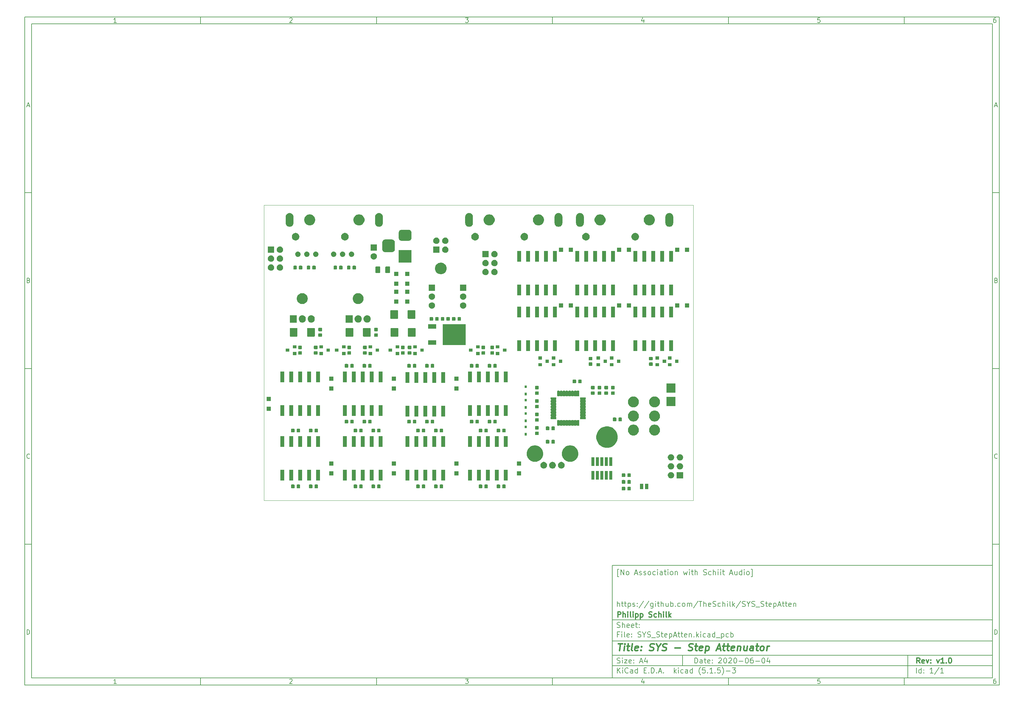
<source format=gbr>
G04 #@! TF.GenerationSoftware,KiCad,Pcbnew,(5.1.5)-3*
G04 #@! TF.CreationDate,2020-06-04T17:15:34+02:00*
G04 #@! TF.ProjectId,SYS_StepAtten,5359535f-5374-4657-9041-7474656e2e6b,v1.0*
G04 #@! TF.SameCoordinates,Original*
G04 #@! TF.FileFunction,Soldermask,Top*
G04 #@! TF.FilePolarity,Negative*
%FSLAX46Y46*%
G04 Gerber Fmt 4.6, Leading zero omitted, Abs format (unit mm)*
G04 Created by KiCad (PCBNEW (5.1.5)-3) date 2020-06-04 17:15:34*
%MOMM*%
%LPD*%
G04 APERTURE LIST*
%ADD10C,0.100000*%
%ADD11C,0.150000*%
%ADD12C,0.300000*%
%ADD13C,0.400000*%
%ADD14C,0.050000*%
G04 APERTURE END LIST*
D10*
D11*
X177002200Y-166007200D02*
X177002200Y-198007200D01*
X285002200Y-198007200D01*
X285002200Y-166007200D01*
X177002200Y-166007200D01*
D10*
D11*
X10000000Y-10000000D02*
X10000000Y-200007200D01*
X287002200Y-200007200D01*
X287002200Y-10000000D01*
X10000000Y-10000000D01*
D10*
D11*
X12000000Y-12000000D02*
X12000000Y-198007200D01*
X285002200Y-198007200D01*
X285002200Y-12000000D01*
X12000000Y-12000000D01*
D10*
D11*
X60000000Y-12000000D02*
X60000000Y-10000000D01*
D10*
D11*
X110000000Y-12000000D02*
X110000000Y-10000000D01*
D10*
D11*
X160000000Y-12000000D02*
X160000000Y-10000000D01*
D10*
D11*
X210000000Y-12000000D02*
X210000000Y-10000000D01*
D10*
D11*
X260000000Y-12000000D02*
X260000000Y-10000000D01*
D10*
D11*
X36065476Y-11588095D02*
X35322619Y-11588095D01*
X35694047Y-11588095D02*
X35694047Y-10288095D01*
X35570238Y-10473809D01*
X35446428Y-10597619D01*
X35322619Y-10659523D01*
D10*
D11*
X85322619Y-10411904D02*
X85384523Y-10350000D01*
X85508333Y-10288095D01*
X85817857Y-10288095D01*
X85941666Y-10350000D01*
X86003571Y-10411904D01*
X86065476Y-10535714D01*
X86065476Y-10659523D01*
X86003571Y-10845238D01*
X85260714Y-11588095D01*
X86065476Y-11588095D01*
D10*
D11*
X135260714Y-10288095D02*
X136065476Y-10288095D01*
X135632142Y-10783333D01*
X135817857Y-10783333D01*
X135941666Y-10845238D01*
X136003571Y-10907142D01*
X136065476Y-11030952D01*
X136065476Y-11340476D01*
X136003571Y-11464285D01*
X135941666Y-11526190D01*
X135817857Y-11588095D01*
X135446428Y-11588095D01*
X135322619Y-11526190D01*
X135260714Y-11464285D01*
D10*
D11*
X185941666Y-10721428D02*
X185941666Y-11588095D01*
X185632142Y-10226190D02*
X185322619Y-11154761D01*
X186127380Y-11154761D01*
D10*
D11*
X236003571Y-10288095D02*
X235384523Y-10288095D01*
X235322619Y-10907142D01*
X235384523Y-10845238D01*
X235508333Y-10783333D01*
X235817857Y-10783333D01*
X235941666Y-10845238D01*
X236003571Y-10907142D01*
X236065476Y-11030952D01*
X236065476Y-11340476D01*
X236003571Y-11464285D01*
X235941666Y-11526190D01*
X235817857Y-11588095D01*
X235508333Y-11588095D01*
X235384523Y-11526190D01*
X235322619Y-11464285D01*
D10*
D11*
X285941666Y-10288095D02*
X285694047Y-10288095D01*
X285570238Y-10350000D01*
X285508333Y-10411904D01*
X285384523Y-10597619D01*
X285322619Y-10845238D01*
X285322619Y-11340476D01*
X285384523Y-11464285D01*
X285446428Y-11526190D01*
X285570238Y-11588095D01*
X285817857Y-11588095D01*
X285941666Y-11526190D01*
X286003571Y-11464285D01*
X286065476Y-11340476D01*
X286065476Y-11030952D01*
X286003571Y-10907142D01*
X285941666Y-10845238D01*
X285817857Y-10783333D01*
X285570238Y-10783333D01*
X285446428Y-10845238D01*
X285384523Y-10907142D01*
X285322619Y-11030952D01*
D10*
D11*
X60000000Y-198007200D02*
X60000000Y-200007200D01*
D10*
D11*
X110000000Y-198007200D02*
X110000000Y-200007200D01*
D10*
D11*
X160000000Y-198007200D02*
X160000000Y-200007200D01*
D10*
D11*
X210000000Y-198007200D02*
X210000000Y-200007200D01*
D10*
D11*
X260000000Y-198007200D02*
X260000000Y-200007200D01*
D10*
D11*
X36065476Y-199595295D02*
X35322619Y-199595295D01*
X35694047Y-199595295D02*
X35694047Y-198295295D01*
X35570238Y-198481009D01*
X35446428Y-198604819D01*
X35322619Y-198666723D01*
D10*
D11*
X85322619Y-198419104D02*
X85384523Y-198357200D01*
X85508333Y-198295295D01*
X85817857Y-198295295D01*
X85941666Y-198357200D01*
X86003571Y-198419104D01*
X86065476Y-198542914D01*
X86065476Y-198666723D01*
X86003571Y-198852438D01*
X85260714Y-199595295D01*
X86065476Y-199595295D01*
D10*
D11*
X135260714Y-198295295D02*
X136065476Y-198295295D01*
X135632142Y-198790533D01*
X135817857Y-198790533D01*
X135941666Y-198852438D01*
X136003571Y-198914342D01*
X136065476Y-199038152D01*
X136065476Y-199347676D01*
X136003571Y-199471485D01*
X135941666Y-199533390D01*
X135817857Y-199595295D01*
X135446428Y-199595295D01*
X135322619Y-199533390D01*
X135260714Y-199471485D01*
D10*
D11*
X185941666Y-198728628D02*
X185941666Y-199595295D01*
X185632142Y-198233390D02*
X185322619Y-199161961D01*
X186127380Y-199161961D01*
D10*
D11*
X236003571Y-198295295D02*
X235384523Y-198295295D01*
X235322619Y-198914342D01*
X235384523Y-198852438D01*
X235508333Y-198790533D01*
X235817857Y-198790533D01*
X235941666Y-198852438D01*
X236003571Y-198914342D01*
X236065476Y-199038152D01*
X236065476Y-199347676D01*
X236003571Y-199471485D01*
X235941666Y-199533390D01*
X235817857Y-199595295D01*
X235508333Y-199595295D01*
X235384523Y-199533390D01*
X235322619Y-199471485D01*
D10*
D11*
X285941666Y-198295295D02*
X285694047Y-198295295D01*
X285570238Y-198357200D01*
X285508333Y-198419104D01*
X285384523Y-198604819D01*
X285322619Y-198852438D01*
X285322619Y-199347676D01*
X285384523Y-199471485D01*
X285446428Y-199533390D01*
X285570238Y-199595295D01*
X285817857Y-199595295D01*
X285941666Y-199533390D01*
X286003571Y-199471485D01*
X286065476Y-199347676D01*
X286065476Y-199038152D01*
X286003571Y-198914342D01*
X285941666Y-198852438D01*
X285817857Y-198790533D01*
X285570238Y-198790533D01*
X285446428Y-198852438D01*
X285384523Y-198914342D01*
X285322619Y-199038152D01*
D10*
D11*
X10000000Y-60000000D02*
X12000000Y-60000000D01*
D10*
D11*
X10000000Y-110000000D02*
X12000000Y-110000000D01*
D10*
D11*
X10000000Y-160000000D02*
X12000000Y-160000000D01*
D10*
D11*
X10690476Y-35216666D02*
X11309523Y-35216666D01*
X10566666Y-35588095D02*
X11000000Y-34288095D01*
X11433333Y-35588095D01*
D10*
D11*
X11092857Y-84907142D02*
X11278571Y-84969047D01*
X11340476Y-85030952D01*
X11402380Y-85154761D01*
X11402380Y-85340476D01*
X11340476Y-85464285D01*
X11278571Y-85526190D01*
X11154761Y-85588095D01*
X10659523Y-85588095D01*
X10659523Y-84288095D01*
X11092857Y-84288095D01*
X11216666Y-84350000D01*
X11278571Y-84411904D01*
X11340476Y-84535714D01*
X11340476Y-84659523D01*
X11278571Y-84783333D01*
X11216666Y-84845238D01*
X11092857Y-84907142D01*
X10659523Y-84907142D01*
D10*
D11*
X11402380Y-135464285D02*
X11340476Y-135526190D01*
X11154761Y-135588095D01*
X11030952Y-135588095D01*
X10845238Y-135526190D01*
X10721428Y-135402380D01*
X10659523Y-135278571D01*
X10597619Y-135030952D01*
X10597619Y-134845238D01*
X10659523Y-134597619D01*
X10721428Y-134473809D01*
X10845238Y-134350000D01*
X11030952Y-134288095D01*
X11154761Y-134288095D01*
X11340476Y-134350000D01*
X11402380Y-134411904D01*
D10*
D11*
X10659523Y-185588095D02*
X10659523Y-184288095D01*
X10969047Y-184288095D01*
X11154761Y-184350000D01*
X11278571Y-184473809D01*
X11340476Y-184597619D01*
X11402380Y-184845238D01*
X11402380Y-185030952D01*
X11340476Y-185278571D01*
X11278571Y-185402380D01*
X11154761Y-185526190D01*
X10969047Y-185588095D01*
X10659523Y-185588095D01*
D10*
D11*
X287002200Y-60000000D02*
X285002200Y-60000000D01*
D10*
D11*
X287002200Y-110000000D02*
X285002200Y-110000000D01*
D10*
D11*
X287002200Y-160000000D02*
X285002200Y-160000000D01*
D10*
D11*
X285692676Y-35216666D02*
X286311723Y-35216666D01*
X285568866Y-35588095D02*
X286002200Y-34288095D01*
X286435533Y-35588095D01*
D10*
D11*
X286095057Y-84907142D02*
X286280771Y-84969047D01*
X286342676Y-85030952D01*
X286404580Y-85154761D01*
X286404580Y-85340476D01*
X286342676Y-85464285D01*
X286280771Y-85526190D01*
X286156961Y-85588095D01*
X285661723Y-85588095D01*
X285661723Y-84288095D01*
X286095057Y-84288095D01*
X286218866Y-84350000D01*
X286280771Y-84411904D01*
X286342676Y-84535714D01*
X286342676Y-84659523D01*
X286280771Y-84783333D01*
X286218866Y-84845238D01*
X286095057Y-84907142D01*
X285661723Y-84907142D01*
D10*
D11*
X286404580Y-135464285D02*
X286342676Y-135526190D01*
X286156961Y-135588095D01*
X286033152Y-135588095D01*
X285847438Y-135526190D01*
X285723628Y-135402380D01*
X285661723Y-135278571D01*
X285599819Y-135030952D01*
X285599819Y-134845238D01*
X285661723Y-134597619D01*
X285723628Y-134473809D01*
X285847438Y-134350000D01*
X286033152Y-134288095D01*
X286156961Y-134288095D01*
X286342676Y-134350000D01*
X286404580Y-134411904D01*
D10*
D11*
X285661723Y-185588095D02*
X285661723Y-184288095D01*
X285971247Y-184288095D01*
X286156961Y-184350000D01*
X286280771Y-184473809D01*
X286342676Y-184597619D01*
X286404580Y-184845238D01*
X286404580Y-185030952D01*
X286342676Y-185278571D01*
X286280771Y-185402380D01*
X286156961Y-185526190D01*
X285971247Y-185588095D01*
X285661723Y-185588095D01*
D10*
D11*
X200434342Y-193785771D02*
X200434342Y-192285771D01*
X200791485Y-192285771D01*
X201005771Y-192357200D01*
X201148628Y-192500057D01*
X201220057Y-192642914D01*
X201291485Y-192928628D01*
X201291485Y-193142914D01*
X201220057Y-193428628D01*
X201148628Y-193571485D01*
X201005771Y-193714342D01*
X200791485Y-193785771D01*
X200434342Y-193785771D01*
X202577200Y-193785771D02*
X202577200Y-193000057D01*
X202505771Y-192857200D01*
X202362914Y-192785771D01*
X202077200Y-192785771D01*
X201934342Y-192857200D01*
X202577200Y-193714342D02*
X202434342Y-193785771D01*
X202077200Y-193785771D01*
X201934342Y-193714342D01*
X201862914Y-193571485D01*
X201862914Y-193428628D01*
X201934342Y-193285771D01*
X202077200Y-193214342D01*
X202434342Y-193214342D01*
X202577200Y-193142914D01*
X203077200Y-192785771D02*
X203648628Y-192785771D01*
X203291485Y-192285771D02*
X203291485Y-193571485D01*
X203362914Y-193714342D01*
X203505771Y-193785771D01*
X203648628Y-193785771D01*
X204720057Y-193714342D02*
X204577200Y-193785771D01*
X204291485Y-193785771D01*
X204148628Y-193714342D01*
X204077200Y-193571485D01*
X204077200Y-193000057D01*
X204148628Y-192857200D01*
X204291485Y-192785771D01*
X204577200Y-192785771D01*
X204720057Y-192857200D01*
X204791485Y-193000057D01*
X204791485Y-193142914D01*
X204077200Y-193285771D01*
X205434342Y-193642914D02*
X205505771Y-193714342D01*
X205434342Y-193785771D01*
X205362914Y-193714342D01*
X205434342Y-193642914D01*
X205434342Y-193785771D01*
X205434342Y-192857200D02*
X205505771Y-192928628D01*
X205434342Y-193000057D01*
X205362914Y-192928628D01*
X205434342Y-192857200D01*
X205434342Y-193000057D01*
X207220057Y-192428628D02*
X207291485Y-192357200D01*
X207434342Y-192285771D01*
X207791485Y-192285771D01*
X207934342Y-192357200D01*
X208005771Y-192428628D01*
X208077200Y-192571485D01*
X208077200Y-192714342D01*
X208005771Y-192928628D01*
X207148628Y-193785771D01*
X208077200Y-193785771D01*
X209005771Y-192285771D02*
X209148628Y-192285771D01*
X209291485Y-192357200D01*
X209362914Y-192428628D01*
X209434342Y-192571485D01*
X209505771Y-192857200D01*
X209505771Y-193214342D01*
X209434342Y-193500057D01*
X209362914Y-193642914D01*
X209291485Y-193714342D01*
X209148628Y-193785771D01*
X209005771Y-193785771D01*
X208862914Y-193714342D01*
X208791485Y-193642914D01*
X208720057Y-193500057D01*
X208648628Y-193214342D01*
X208648628Y-192857200D01*
X208720057Y-192571485D01*
X208791485Y-192428628D01*
X208862914Y-192357200D01*
X209005771Y-192285771D01*
X210077200Y-192428628D02*
X210148628Y-192357200D01*
X210291485Y-192285771D01*
X210648628Y-192285771D01*
X210791485Y-192357200D01*
X210862914Y-192428628D01*
X210934342Y-192571485D01*
X210934342Y-192714342D01*
X210862914Y-192928628D01*
X210005771Y-193785771D01*
X210934342Y-193785771D01*
X211862914Y-192285771D02*
X212005771Y-192285771D01*
X212148628Y-192357200D01*
X212220057Y-192428628D01*
X212291485Y-192571485D01*
X212362914Y-192857200D01*
X212362914Y-193214342D01*
X212291485Y-193500057D01*
X212220057Y-193642914D01*
X212148628Y-193714342D01*
X212005771Y-193785771D01*
X211862914Y-193785771D01*
X211720057Y-193714342D01*
X211648628Y-193642914D01*
X211577200Y-193500057D01*
X211505771Y-193214342D01*
X211505771Y-192857200D01*
X211577200Y-192571485D01*
X211648628Y-192428628D01*
X211720057Y-192357200D01*
X211862914Y-192285771D01*
X213005771Y-193214342D02*
X214148628Y-193214342D01*
X215148628Y-192285771D02*
X215291485Y-192285771D01*
X215434342Y-192357200D01*
X215505771Y-192428628D01*
X215577200Y-192571485D01*
X215648628Y-192857200D01*
X215648628Y-193214342D01*
X215577200Y-193500057D01*
X215505771Y-193642914D01*
X215434342Y-193714342D01*
X215291485Y-193785771D01*
X215148628Y-193785771D01*
X215005771Y-193714342D01*
X214934342Y-193642914D01*
X214862914Y-193500057D01*
X214791485Y-193214342D01*
X214791485Y-192857200D01*
X214862914Y-192571485D01*
X214934342Y-192428628D01*
X215005771Y-192357200D01*
X215148628Y-192285771D01*
X216934342Y-192285771D02*
X216648628Y-192285771D01*
X216505771Y-192357200D01*
X216434342Y-192428628D01*
X216291485Y-192642914D01*
X216220057Y-192928628D01*
X216220057Y-193500057D01*
X216291485Y-193642914D01*
X216362914Y-193714342D01*
X216505771Y-193785771D01*
X216791485Y-193785771D01*
X216934342Y-193714342D01*
X217005771Y-193642914D01*
X217077200Y-193500057D01*
X217077200Y-193142914D01*
X217005771Y-193000057D01*
X216934342Y-192928628D01*
X216791485Y-192857200D01*
X216505771Y-192857200D01*
X216362914Y-192928628D01*
X216291485Y-193000057D01*
X216220057Y-193142914D01*
X217720057Y-193214342D02*
X218862914Y-193214342D01*
X219862914Y-192285771D02*
X220005771Y-192285771D01*
X220148628Y-192357200D01*
X220220057Y-192428628D01*
X220291485Y-192571485D01*
X220362914Y-192857200D01*
X220362914Y-193214342D01*
X220291485Y-193500057D01*
X220220057Y-193642914D01*
X220148628Y-193714342D01*
X220005771Y-193785771D01*
X219862914Y-193785771D01*
X219720057Y-193714342D01*
X219648628Y-193642914D01*
X219577200Y-193500057D01*
X219505771Y-193214342D01*
X219505771Y-192857200D01*
X219577200Y-192571485D01*
X219648628Y-192428628D01*
X219720057Y-192357200D01*
X219862914Y-192285771D01*
X221648628Y-192785771D02*
X221648628Y-193785771D01*
X221291485Y-192214342D02*
X220934342Y-193285771D01*
X221862914Y-193285771D01*
D10*
D11*
X177002200Y-194507200D02*
X285002200Y-194507200D01*
D10*
D11*
X178434342Y-196585771D02*
X178434342Y-195085771D01*
X179291485Y-196585771D02*
X178648628Y-195728628D01*
X179291485Y-195085771D02*
X178434342Y-195942914D01*
X179934342Y-196585771D02*
X179934342Y-195585771D01*
X179934342Y-195085771D02*
X179862914Y-195157200D01*
X179934342Y-195228628D01*
X180005771Y-195157200D01*
X179934342Y-195085771D01*
X179934342Y-195228628D01*
X181505771Y-196442914D02*
X181434342Y-196514342D01*
X181220057Y-196585771D01*
X181077200Y-196585771D01*
X180862914Y-196514342D01*
X180720057Y-196371485D01*
X180648628Y-196228628D01*
X180577200Y-195942914D01*
X180577200Y-195728628D01*
X180648628Y-195442914D01*
X180720057Y-195300057D01*
X180862914Y-195157200D01*
X181077200Y-195085771D01*
X181220057Y-195085771D01*
X181434342Y-195157200D01*
X181505771Y-195228628D01*
X182791485Y-196585771D02*
X182791485Y-195800057D01*
X182720057Y-195657200D01*
X182577200Y-195585771D01*
X182291485Y-195585771D01*
X182148628Y-195657200D01*
X182791485Y-196514342D02*
X182648628Y-196585771D01*
X182291485Y-196585771D01*
X182148628Y-196514342D01*
X182077200Y-196371485D01*
X182077200Y-196228628D01*
X182148628Y-196085771D01*
X182291485Y-196014342D01*
X182648628Y-196014342D01*
X182791485Y-195942914D01*
X184148628Y-196585771D02*
X184148628Y-195085771D01*
X184148628Y-196514342D02*
X184005771Y-196585771D01*
X183720057Y-196585771D01*
X183577200Y-196514342D01*
X183505771Y-196442914D01*
X183434342Y-196300057D01*
X183434342Y-195871485D01*
X183505771Y-195728628D01*
X183577200Y-195657200D01*
X183720057Y-195585771D01*
X184005771Y-195585771D01*
X184148628Y-195657200D01*
X186005771Y-195800057D02*
X186505771Y-195800057D01*
X186720057Y-196585771D02*
X186005771Y-196585771D01*
X186005771Y-195085771D01*
X186720057Y-195085771D01*
X187362914Y-196442914D02*
X187434342Y-196514342D01*
X187362914Y-196585771D01*
X187291485Y-196514342D01*
X187362914Y-196442914D01*
X187362914Y-196585771D01*
X188077200Y-196585771D02*
X188077200Y-195085771D01*
X188434342Y-195085771D01*
X188648628Y-195157200D01*
X188791485Y-195300057D01*
X188862914Y-195442914D01*
X188934342Y-195728628D01*
X188934342Y-195942914D01*
X188862914Y-196228628D01*
X188791485Y-196371485D01*
X188648628Y-196514342D01*
X188434342Y-196585771D01*
X188077200Y-196585771D01*
X189577200Y-196442914D02*
X189648628Y-196514342D01*
X189577200Y-196585771D01*
X189505771Y-196514342D01*
X189577200Y-196442914D01*
X189577200Y-196585771D01*
X190220057Y-196157200D02*
X190934342Y-196157200D01*
X190077200Y-196585771D02*
X190577200Y-195085771D01*
X191077200Y-196585771D01*
X191577200Y-196442914D02*
X191648628Y-196514342D01*
X191577200Y-196585771D01*
X191505771Y-196514342D01*
X191577200Y-196442914D01*
X191577200Y-196585771D01*
X194577200Y-196585771D02*
X194577200Y-195085771D01*
X194720057Y-196014342D02*
X195148628Y-196585771D01*
X195148628Y-195585771D02*
X194577200Y-196157200D01*
X195791485Y-196585771D02*
X195791485Y-195585771D01*
X195791485Y-195085771D02*
X195720057Y-195157200D01*
X195791485Y-195228628D01*
X195862914Y-195157200D01*
X195791485Y-195085771D01*
X195791485Y-195228628D01*
X197148628Y-196514342D02*
X197005771Y-196585771D01*
X196720057Y-196585771D01*
X196577200Y-196514342D01*
X196505771Y-196442914D01*
X196434342Y-196300057D01*
X196434342Y-195871485D01*
X196505771Y-195728628D01*
X196577200Y-195657200D01*
X196720057Y-195585771D01*
X197005771Y-195585771D01*
X197148628Y-195657200D01*
X198434342Y-196585771D02*
X198434342Y-195800057D01*
X198362914Y-195657200D01*
X198220057Y-195585771D01*
X197934342Y-195585771D01*
X197791485Y-195657200D01*
X198434342Y-196514342D02*
X198291485Y-196585771D01*
X197934342Y-196585771D01*
X197791485Y-196514342D01*
X197720057Y-196371485D01*
X197720057Y-196228628D01*
X197791485Y-196085771D01*
X197934342Y-196014342D01*
X198291485Y-196014342D01*
X198434342Y-195942914D01*
X199791485Y-196585771D02*
X199791485Y-195085771D01*
X199791485Y-196514342D02*
X199648628Y-196585771D01*
X199362914Y-196585771D01*
X199220057Y-196514342D01*
X199148628Y-196442914D01*
X199077200Y-196300057D01*
X199077200Y-195871485D01*
X199148628Y-195728628D01*
X199220057Y-195657200D01*
X199362914Y-195585771D01*
X199648628Y-195585771D01*
X199791485Y-195657200D01*
X202077200Y-197157200D02*
X202005771Y-197085771D01*
X201862914Y-196871485D01*
X201791485Y-196728628D01*
X201720057Y-196514342D01*
X201648628Y-196157200D01*
X201648628Y-195871485D01*
X201720057Y-195514342D01*
X201791485Y-195300057D01*
X201862914Y-195157200D01*
X202005771Y-194942914D01*
X202077200Y-194871485D01*
X203362914Y-195085771D02*
X202648628Y-195085771D01*
X202577200Y-195800057D01*
X202648628Y-195728628D01*
X202791485Y-195657200D01*
X203148628Y-195657200D01*
X203291485Y-195728628D01*
X203362914Y-195800057D01*
X203434342Y-195942914D01*
X203434342Y-196300057D01*
X203362914Y-196442914D01*
X203291485Y-196514342D01*
X203148628Y-196585771D01*
X202791485Y-196585771D01*
X202648628Y-196514342D01*
X202577200Y-196442914D01*
X204077200Y-196442914D02*
X204148628Y-196514342D01*
X204077200Y-196585771D01*
X204005771Y-196514342D01*
X204077200Y-196442914D01*
X204077200Y-196585771D01*
X205577200Y-196585771D02*
X204720057Y-196585771D01*
X205148628Y-196585771D02*
X205148628Y-195085771D01*
X205005771Y-195300057D01*
X204862914Y-195442914D01*
X204720057Y-195514342D01*
X206220057Y-196442914D02*
X206291485Y-196514342D01*
X206220057Y-196585771D01*
X206148628Y-196514342D01*
X206220057Y-196442914D01*
X206220057Y-196585771D01*
X207648628Y-195085771D02*
X206934342Y-195085771D01*
X206862914Y-195800057D01*
X206934342Y-195728628D01*
X207077200Y-195657200D01*
X207434342Y-195657200D01*
X207577200Y-195728628D01*
X207648628Y-195800057D01*
X207720057Y-195942914D01*
X207720057Y-196300057D01*
X207648628Y-196442914D01*
X207577200Y-196514342D01*
X207434342Y-196585771D01*
X207077200Y-196585771D01*
X206934342Y-196514342D01*
X206862914Y-196442914D01*
X208220057Y-197157200D02*
X208291485Y-197085771D01*
X208434342Y-196871485D01*
X208505771Y-196728628D01*
X208577200Y-196514342D01*
X208648628Y-196157200D01*
X208648628Y-195871485D01*
X208577200Y-195514342D01*
X208505771Y-195300057D01*
X208434342Y-195157200D01*
X208291485Y-194942914D01*
X208220057Y-194871485D01*
X209362914Y-196014342D02*
X210505771Y-196014342D01*
X211077200Y-195085771D02*
X212005771Y-195085771D01*
X211505771Y-195657200D01*
X211720057Y-195657200D01*
X211862914Y-195728628D01*
X211934342Y-195800057D01*
X212005771Y-195942914D01*
X212005771Y-196300057D01*
X211934342Y-196442914D01*
X211862914Y-196514342D01*
X211720057Y-196585771D01*
X211291485Y-196585771D01*
X211148628Y-196514342D01*
X211077200Y-196442914D01*
D10*
D11*
X177002200Y-191507200D02*
X285002200Y-191507200D01*
D10*
D12*
X264411485Y-193785771D02*
X263911485Y-193071485D01*
X263554342Y-193785771D02*
X263554342Y-192285771D01*
X264125771Y-192285771D01*
X264268628Y-192357200D01*
X264340057Y-192428628D01*
X264411485Y-192571485D01*
X264411485Y-192785771D01*
X264340057Y-192928628D01*
X264268628Y-193000057D01*
X264125771Y-193071485D01*
X263554342Y-193071485D01*
X265625771Y-193714342D02*
X265482914Y-193785771D01*
X265197200Y-193785771D01*
X265054342Y-193714342D01*
X264982914Y-193571485D01*
X264982914Y-193000057D01*
X265054342Y-192857200D01*
X265197200Y-192785771D01*
X265482914Y-192785771D01*
X265625771Y-192857200D01*
X265697200Y-193000057D01*
X265697200Y-193142914D01*
X264982914Y-193285771D01*
X266197200Y-192785771D02*
X266554342Y-193785771D01*
X266911485Y-192785771D01*
X267482914Y-193642914D02*
X267554342Y-193714342D01*
X267482914Y-193785771D01*
X267411485Y-193714342D01*
X267482914Y-193642914D01*
X267482914Y-193785771D01*
X267482914Y-192857200D02*
X267554342Y-192928628D01*
X267482914Y-193000057D01*
X267411485Y-192928628D01*
X267482914Y-192857200D01*
X267482914Y-193000057D01*
X269197200Y-192785771D02*
X269554342Y-193785771D01*
X269911485Y-192785771D01*
X271268628Y-193785771D02*
X270411485Y-193785771D01*
X270840057Y-193785771D02*
X270840057Y-192285771D01*
X270697200Y-192500057D01*
X270554342Y-192642914D01*
X270411485Y-192714342D01*
X271911485Y-193642914D02*
X271982914Y-193714342D01*
X271911485Y-193785771D01*
X271840057Y-193714342D01*
X271911485Y-193642914D01*
X271911485Y-193785771D01*
X272911485Y-192285771D02*
X273054342Y-192285771D01*
X273197200Y-192357200D01*
X273268628Y-192428628D01*
X273340057Y-192571485D01*
X273411485Y-192857200D01*
X273411485Y-193214342D01*
X273340057Y-193500057D01*
X273268628Y-193642914D01*
X273197200Y-193714342D01*
X273054342Y-193785771D01*
X272911485Y-193785771D01*
X272768628Y-193714342D01*
X272697200Y-193642914D01*
X272625771Y-193500057D01*
X272554342Y-193214342D01*
X272554342Y-192857200D01*
X272625771Y-192571485D01*
X272697200Y-192428628D01*
X272768628Y-192357200D01*
X272911485Y-192285771D01*
D10*
D11*
X178362914Y-193714342D02*
X178577200Y-193785771D01*
X178934342Y-193785771D01*
X179077200Y-193714342D01*
X179148628Y-193642914D01*
X179220057Y-193500057D01*
X179220057Y-193357200D01*
X179148628Y-193214342D01*
X179077200Y-193142914D01*
X178934342Y-193071485D01*
X178648628Y-193000057D01*
X178505771Y-192928628D01*
X178434342Y-192857200D01*
X178362914Y-192714342D01*
X178362914Y-192571485D01*
X178434342Y-192428628D01*
X178505771Y-192357200D01*
X178648628Y-192285771D01*
X179005771Y-192285771D01*
X179220057Y-192357200D01*
X179862914Y-193785771D02*
X179862914Y-192785771D01*
X179862914Y-192285771D02*
X179791485Y-192357200D01*
X179862914Y-192428628D01*
X179934342Y-192357200D01*
X179862914Y-192285771D01*
X179862914Y-192428628D01*
X180434342Y-192785771D02*
X181220057Y-192785771D01*
X180434342Y-193785771D01*
X181220057Y-193785771D01*
X182362914Y-193714342D02*
X182220057Y-193785771D01*
X181934342Y-193785771D01*
X181791485Y-193714342D01*
X181720057Y-193571485D01*
X181720057Y-193000057D01*
X181791485Y-192857200D01*
X181934342Y-192785771D01*
X182220057Y-192785771D01*
X182362914Y-192857200D01*
X182434342Y-193000057D01*
X182434342Y-193142914D01*
X181720057Y-193285771D01*
X183077200Y-193642914D02*
X183148628Y-193714342D01*
X183077200Y-193785771D01*
X183005771Y-193714342D01*
X183077200Y-193642914D01*
X183077200Y-193785771D01*
X183077200Y-192857200D02*
X183148628Y-192928628D01*
X183077200Y-193000057D01*
X183005771Y-192928628D01*
X183077200Y-192857200D01*
X183077200Y-193000057D01*
X184862914Y-193357200D02*
X185577200Y-193357200D01*
X184720057Y-193785771D02*
X185220057Y-192285771D01*
X185720057Y-193785771D01*
X186862914Y-192785771D02*
X186862914Y-193785771D01*
X186505771Y-192214342D02*
X186148628Y-193285771D01*
X187077200Y-193285771D01*
D10*
D11*
X263434342Y-196585771D02*
X263434342Y-195085771D01*
X264791485Y-196585771D02*
X264791485Y-195085771D01*
X264791485Y-196514342D02*
X264648628Y-196585771D01*
X264362914Y-196585771D01*
X264220057Y-196514342D01*
X264148628Y-196442914D01*
X264077200Y-196300057D01*
X264077200Y-195871485D01*
X264148628Y-195728628D01*
X264220057Y-195657200D01*
X264362914Y-195585771D01*
X264648628Y-195585771D01*
X264791485Y-195657200D01*
X265505771Y-196442914D02*
X265577200Y-196514342D01*
X265505771Y-196585771D01*
X265434342Y-196514342D01*
X265505771Y-196442914D01*
X265505771Y-196585771D01*
X265505771Y-195657200D02*
X265577200Y-195728628D01*
X265505771Y-195800057D01*
X265434342Y-195728628D01*
X265505771Y-195657200D01*
X265505771Y-195800057D01*
X268148628Y-196585771D02*
X267291485Y-196585771D01*
X267720057Y-196585771D02*
X267720057Y-195085771D01*
X267577200Y-195300057D01*
X267434342Y-195442914D01*
X267291485Y-195514342D01*
X269862914Y-195014342D02*
X268577200Y-196942914D01*
X271148628Y-196585771D02*
X270291485Y-196585771D01*
X270720057Y-196585771D02*
X270720057Y-195085771D01*
X270577200Y-195300057D01*
X270434342Y-195442914D01*
X270291485Y-195514342D01*
D10*
D11*
X177002200Y-187507200D02*
X285002200Y-187507200D01*
D10*
D13*
X178714580Y-188211961D02*
X179857438Y-188211961D01*
X179036009Y-190211961D02*
X179286009Y-188211961D01*
X180274104Y-190211961D02*
X180440771Y-188878628D01*
X180524104Y-188211961D02*
X180416961Y-188307200D01*
X180500295Y-188402438D01*
X180607438Y-188307200D01*
X180524104Y-188211961D01*
X180500295Y-188402438D01*
X181107438Y-188878628D02*
X181869342Y-188878628D01*
X181476485Y-188211961D02*
X181262200Y-189926247D01*
X181333628Y-190116723D01*
X181512200Y-190211961D01*
X181702676Y-190211961D01*
X182655057Y-190211961D02*
X182476485Y-190116723D01*
X182405057Y-189926247D01*
X182619342Y-188211961D01*
X184190771Y-190116723D02*
X183988390Y-190211961D01*
X183607438Y-190211961D01*
X183428866Y-190116723D01*
X183357438Y-189926247D01*
X183452676Y-189164342D01*
X183571723Y-188973866D01*
X183774104Y-188878628D01*
X184155057Y-188878628D01*
X184333628Y-188973866D01*
X184405057Y-189164342D01*
X184381247Y-189354819D01*
X183405057Y-189545295D01*
X185155057Y-190021485D02*
X185238390Y-190116723D01*
X185131247Y-190211961D01*
X185047914Y-190116723D01*
X185155057Y-190021485D01*
X185131247Y-190211961D01*
X185286009Y-188973866D02*
X185369342Y-189069104D01*
X185262200Y-189164342D01*
X185178866Y-189069104D01*
X185286009Y-188973866D01*
X185262200Y-189164342D01*
X187524104Y-190116723D02*
X187797914Y-190211961D01*
X188274104Y-190211961D01*
X188476485Y-190116723D01*
X188583628Y-190021485D01*
X188702676Y-189831009D01*
X188726485Y-189640533D01*
X188655057Y-189450057D01*
X188571723Y-189354819D01*
X188393152Y-189259580D01*
X188024104Y-189164342D01*
X187845533Y-189069104D01*
X187762200Y-188973866D01*
X187690771Y-188783390D01*
X187714580Y-188592914D01*
X187833628Y-188402438D01*
X187940771Y-188307200D01*
X188143152Y-188211961D01*
X188619342Y-188211961D01*
X188893152Y-188307200D01*
X190012200Y-189259580D02*
X189893152Y-190211961D01*
X189476485Y-188211961D02*
X190012200Y-189259580D01*
X190809819Y-188211961D01*
X191143152Y-190116723D02*
X191416961Y-190211961D01*
X191893152Y-190211961D01*
X192095533Y-190116723D01*
X192202676Y-190021485D01*
X192321723Y-189831009D01*
X192345533Y-189640533D01*
X192274104Y-189450057D01*
X192190771Y-189354819D01*
X192012200Y-189259580D01*
X191643152Y-189164342D01*
X191464580Y-189069104D01*
X191381247Y-188973866D01*
X191309819Y-188783390D01*
X191333628Y-188592914D01*
X191452676Y-188402438D01*
X191559819Y-188307200D01*
X191762200Y-188211961D01*
X192238390Y-188211961D01*
X192512200Y-188307200D01*
X194750295Y-189450057D02*
X196274104Y-189450057D01*
X198571723Y-190116723D02*
X198845533Y-190211961D01*
X199321723Y-190211961D01*
X199524104Y-190116723D01*
X199631247Y-190021485D01*
X199750295Y-189831009D01*
X199774104Y-189640533D01*
X199702676Y-189450057D01*
X199619342Y-189354819D01*
X199440771Y-189259580D01*
X199071723Y-189164342D01*
X198893152Y-189069104D01*
X198809819Y-188973866D01*
X198738390Y-188783390D01*
X198762200Y-188592914D01*
X198881247Y-188402438D01*
X198988390Y-188307200D01*
X199190771Y-188211961D01*
X199666961Y-188211961D01*
X199940771Y-188307200D01*
X200440771Y-188878628D02*
X201202676Y-188878628D01*
X200809819Y-188211961D02*
X200595533Y-189926247D01*
X200666961Y-190116723D01*
X200845533Y-190211961D01*
X201036009Y-190211961D01*
X202476485Y-190116723D02*
X202274104Y-190211961D01*
X201893152Y-190211961D01*
X201714580Y-190116723D01*
X201643152Y-189926247D01*
X201738390Y-189164342D01*
X201857438Y-188973866D01*
X202059819Y-188878628D01*
X202440771Y-188878628D01*
X202619342Y-188973866D01*
X202690771Y-189164342D01*
X202666961Y-189354819D01*
X201690771Y-189545295D01*
X203583628Y-188878628D02*
X203333628Y-190878628D01*
X203571723Y-188973866D02*
X203774104Y-188878628D01*
X204155057Y-188878628D01*
X204333628Y-188973866D01*
X204416961Y-189069104D01*
X204488390Y-189259580D01*
X204416961Y-189831009D01*
X204297914Y-190021485D01*
X204190771Y-190116723D01*
X203988390Y-190211961D01*
X203607438Y-190211961D01*
X203428866Y-190116723D01*
X206726485Y-189640533D02*
X207678866Y-189640533D01*
X206464580Y-190211961D02*
X207381247Y-188211961D01*
X207797914Y-190211961D01*
X208345533Y-188878628D02*
X209107438Y-188878628D01*
X208714580Y-188211961D02*
X208500295Y-189926247D01*
X208571723Y-190116723D01*
X208750295Y-190211961D01*
X208940771Y-190211961D01*
X209488390Y-188878628D02*
X210250295Y-188878628D01*
X209857438Y-188211961D02*
X209643152Y-189926247D01*
X209714580Y-190116723D01*
X209893152Y-190211961D01*
X210083628Y-190211961D01*
X211524104Y-190116723D02*
X211321723Y-190211961D01*
X210940771Y-190211961D01*
X210762200Y-190116723D01*
X210690771Y-189926247D01*
X210786009Y-189164342D01*
X210905057Y-188973866D01*
X211107438Y-188878628D01*
X211488390Y-188878628D01*
X211666961Y-188973866D01*
X211738390Y-189164342D01*
X211714580Y-189354819D01*
X210738390Y-189545295D01*
X212631247Y-188878628D02*
X212464580Y-190211961D01*
X212607438Y-189069104D02*
X212714580Y-188973866D01*
X212916961Y-188878628D01*
X213202676Y-188878628D01*
X213381247Y-188973866D01*
X213452676Y-189164342D01*
X213321723Y-190211961D01*
X215297914Y-188878628D02*
X215131247Y-190211961D01*
X214440771Y-188878628D02*
X214309819Y-189926247D01*
X214381247Y-190116723D01*
X214559819Y-190211961D01*
X214845533Y-190211961D01*
X215047914Y-190116723D01*
X215155057Y-190021485D01*
X216940771Y-190211961D02*
X217071723Y-189164342D01*
X217000295Y-188973866D01*
X216821723Y-188878628D01*
X216440771Y-188878628D01*
X216238390Y-188973866D01*
X216952676Y-190116723D02*
X216750295Y-190211961D01*
X216274104Y-190211961D01*
X216095533Y-190116723D01*
X216024104Y-189926247D01*
X216047914Y-189735771D01*
X216166961Y-189545295D01*
X216369342Y-189450057D01*
X216845533Y-189450057D01*
X217047914Y-189354819D01*
X217774104Y-188878628D02*
X218536009Y-188878628D01*
X218143152Y-188211961D02*
X217928866Y-189926247D01*
X218000295Y-190116723D01*
X218178866Y-190211961D01*
X218369342Y-190211961D01*
X219321723Y-190211961D02*
X219143152Y-190116723D01*
X219059819Y-190021485D01*
X218988390Y-189831009D01*
X219059819Y-189259580D01*
X219178866Y-189069104D01*
X219286009Y-188973866D01*
X219488390Y-188878628D01*
X219774104Y-188878628D01*
X219952676Y-188973866D01*
X220036009Y-189069104D01*
X220107438Y-189259580D01*
X220036009Y-189831009D01*
X219916961Y-190021485D01*
X219809819Y-190116723D01*
X219607438Y-190211961D01*
X219321723Y-190211961D01*
X220845533Y-190211961D02*
X221012199Y-188878628D01*
X220964580Y-189259580D02*
X221083628Y-189069104D01*
X221190771Y-188973866D01*
X221393152Y-188878628D01*
X221583628Y-188878628D01*
D10*
D11*
X178934342Y-185600057D02*
X178434342Y-185600057D01*
X178434342Y-186385771D02*
X178434342Y-184885771D01*
X179148628Y-184885771D01*
X179720057Y-186385771D02*
X179720057Y-185385771D01*
X179720057Y-184885771D02*
X179648628Y-184957200D01*
X179720057Y-185028628D01*
X179791485Y-184957200D01*
X179720057Y-184885771D01*
X179720057Y-185028628D01*
X180648628Y-186385771D02*
X180505771Y-186314342D01*
X180434342Y-186171485D01*
X180434342Y-184885771D01*
X181791485Y-186314342D02*
X181648628Y-186385771D01*
X181362914Y-186385771D01*
X181220057Y-186314342D01*
X181148628Y-186171485D01*
X181148628Y-185600057D01*
X181220057Y-185457200D01*
X181362914Y-185385771D01*
X181648628Y-185385771D01*
X181791485Y-185457200D01*
X181862914Y-185600057D01*
X181862914Y-185742914D01*
X181148628Y-185885771D01*
X182505771Y-186242914D02*
X182577200Y-186314342D01*
X182505771Y-186385771D01*
X182434342Y-186314342D01*
X182505771Y-186242914D01*
X182505771Y-186385771D01*
X182505771Y-185457200D02*
X182577200Y-185528628D01*
X182505771Y-185600057D01*
X182434342Y-185528628D01*
X182505771Y-185457200D01*
X182505771Y-185600057D01*
X184291485Y-186314342D02*
X184505771Y-186385771D01*
X184862914Y-186385771D01*
X185005771Y-186314342D01*
X185077200Y-186242914D01*
X185148628Y-186100057D01*
X185148628Y-185957200D01*
X185077200Y-185814342D01*
X185005771Y-185742914D01*
X184862914Y-185671485D01*
X184577200Y-185600057D01*
X184434342Y-185528628D01*
X184362914Y-185457200D01*
X184291485Y-185314342D01*
X184291485Y-185171485D01*
X184362914Y-185028628D01*
X184434342Y-184957200D01*
X184577200Y-184885771D01*
X184934342Y-184885771D01*
X185148628Y-184957200D01*
X186077200Y-185671485D02*
X186077200Y-186385771D01*
X185577200Y-184885771D02*
X186077200Y-185671485D01*
X186577200Y-184885771D01*
X187005771Y-186314342D02*
X187220057Y-186385771D01*
X187577200Y-186385771D01*
X187720057Y-186314342D01*
X187791485Y-186242914D01*
X187862914Y-186100057D01*
X187862914Y-185957200D01*
X187791485Y-185814342D01*
X187720057Y-185742914D01*
X187577200Y-185671485D01*
X187291485Y-185600057D01*
X187148628Y-185528628D01*
X187077200Y-185457200D01*
X187005771Y-185314342D01*
X187005771Y-185171485D01*
X187077200Y-185028628D01*
X187148628Y-184957200D01*
X187291485Y-184885771D01*
X187648628Y-184885771D01*
X187862914Y-184957200D01*
X188148628Y-186528628D02*
X189291485Y-186528628D01*
X189577200Y-186314342D02*
X189791485Y-186385771D01*
X190148628Y-186385771D01*
X190291485Y-186314342D01*
X190362914Y-186242914D01*
X190434342Y-186100057D01*
X190434342Y-185957200D01*
X190362914Y-185814342D01*
X190291485Y-185742914D01*
X190148628Y-185671485D01*
X189862914Y-185600057D01*
X189720057Y-185528628D01*
X189648628Y-185457200D01*
X189577200Y-185314342D01*
X189577200Y-185171485D01*
X189648628Y-185028628D01*
X189720057Y-184957200D01*
X189862914Y-184885771D01*
X190220057Y-184885771D01*
X190434342Y-184957200D01*
X190862914Y-185385771D02*
X191434342Y-185385771D01*
X191077200Y-184885771D02*
X191077200Y-186171485D01*
X191148628Y-186314342D01*
X191291485Y-186385771D01*
X191434342Y-186385771D01*
X192505771Y-186314342D02*
X192362914Y-186385771D01*
X192077200Y-186385771D01*
X191934342Y-186314342D01*
X191862914Y-186171485D01*
X191862914Y-185600057D01*
X191934342Y-185457200D01*
X192077200Y-185385771D01*
X192362914Y-185385771D01*
X192505771Y-185457200D01*
X192577200Y-185600057D01*
X192577200Y-185742914D01*
X191862914Y-185885771D01*
X193220057Y-185385771D02*
X193220057Y-186885771D01*
X193220057Y-185457200D02*
X193362914Y-185385771D01*
X193648628Y-185385771D01*
X193791485Y-185457200D01*
X193862914Y-185528628D01*
X193934342Y-185671485D01*
X193934342Y-186100057D01*
X193862914Y-186242914D01*
X193791485Y-186314342D01*
X193648628Y-186385771D01*
X193362914Y-186385771D01*
X193220057Y-186314342D01*
X194505771Y-185957200D02*
X195220057Y-185957200D01*
X194362914Y-186385771D02*
X194862914Y-184885771D01*
X195362914Y-186385771D01*
X195648628Y-185385771D02*
X196220057Y-185385771D01*
X195862914Y-184885771D02*
X195862914Y-186171485D01*
X195934342Y-186314342D01*
X196077200Y-186385771D01*
X196220057Y-186385771D01*
X196505771Y-185385771D02*
X197077200Y-185385771D01*
X196720057Y-184885771D02*
X196720057Y-186171485D01*
X196791485Y-186314342D01*
X196934342Y-186385771D01*
X197077200Y-186385771D01*
X198148628Y-186314342D02*
X198005771Y-186385771D01*
X197720057Y-186385771D01*
X197577200Y-186314342D01*
X197505771Y-186171485D01*
X197505771Y-185600057D01*
X197577200Y-185457200D01*
X197720057Y-185385771D01*
X198005771Y-185385771D01*
X198148628Y-185457200D01*
X198220057Y-185600057D01*
X198220057Y-185742914D01*
X197505771Y-185885771D01*
X198862914Y-185385771D02*
X198862914Y-186385771D01*
X198862914Y-185528628D02*
X198934342Y-185457200D01*
X199077200Y-185385771D01*
X199291485Y-185385771D01*
X199434342Y-185457200D01*
X199505771Y-185600057D01*
X199505771Y-186385771D01*
X200220057Y-186242914D02*
X200291485Y-186314342D01*
X200220057Y-186385771D01*
X200148628Y-186314342D01*
X200220057Y-186242914D01*
X200220057Y-186385771D01*
X200934342Y-186385771D02*
X200934342Y-184885771D01*
X201077200Y-185814342D02*
X201505771Y-186385771D01*
X201505771Y-185385771D02*
X200934342Y-185957200D01*
X202148628Y-186385771D02*
X202148628Y-185385771D01*
X202148628Y-184885771D02*
X202077200Y-184957200D01*
X202148628Y-185028628D01*
X202220057Y-184957200D01*
X202148628Y-184885771D01*
X202148628Y-185028628D01*
X203505771Y-186314342D02*
X203362914Y-186385771D01*
X203077200Y-186385771D01*
X202934342Y-186314342D01*
X202862914Y-186242914D01*
X202791485Y-186100057D01*
X202791485Y-185671485D01*
X202862914Y-185528628D01*
X202934342Y-185457200D01*
X203077200Y-185385771D01*
X203362914Y-185385771D01*
X203505771Y-185457200D01*
X204791485Y-186385771D02*
X204791485Y-185600057D01*
X204720057Y-185457200D01*
X204577200Y-185385771D01*
X204291485Y-185385771D01*
X204148628Y-185457200D01*
X204791485Y-186314342D02*
X204648628Y-186385771D01*
X204291485Y-186385771D01*
X204148628Y-186314342D01*
X204077200Y-186171485D01*
X204077200Y-186028628D01*
X204148628Y-185885771D01*
X204291485Y-185814342D01*
X204648628Y-185814342D01*
X204791485Y-185742914D01*
X206148628Y-186385771D02*
X206148628Y-184885771D01*
X206148628Y-186314342D02*
X206005771Y-186385771D01*
X205720057Y-186385771D01*
X205577200Y-186314342D01*
X205505771Y-186242914D01*
X205434342Y-186100057D01*
X205434342Y-185671485D01*
X205505771Y-185528628D01*
X205577200Y-185457200D01*
X205720057Y-185385771D01*
X206005771Y-185385771D01*
X206148628Y-185457200D01*
X206505771Y-186528628D02*
X207648628Y-186528628D01*
X208005771Y-185385771D02*
X208005771Y-186885771D01*
X208005771Y-185457200D02*
X208148628Y-185385771D01*
X208434342Y-185385771D01*
X208577200Y-185457200D01*
X208648628Y-185528628D01*
X208720057Y-185671485D01*
X208720057Y-186100057D01*
X208648628Y-186242914D01*
X208577200Y-186314342D01*
X208434342Y-186385771D01*
X208148628Y-186385771D01*
X208005771Y-186314342D01*
X210005771Y-186314342D02*
X209862914Y-186385771D01*
X209577200Y-186385771D01*
X209434342Y-186314342D01*
X209362914Y-186242914D01*
X209291485Y-186100057D01*
X209291485Y-185671485D01*
X209362914Y-185528628D01*
X209434342Y-185457200D01*
X209577200Y-185385771D01*
X209862914Y-185385771D01*
X210005771Y-185457200D01*
X210648628Y-186385771D02*
X210648628Y-184885771D01*
X210648628Y-185457200D02*
X210791485Y-185385771D01*
X211077200Y-185385771D01*
X211220057Y-185457200D01*
X211291485Y-185528628D01*
X211362914Y-185671485D01*
X211362914Y-186100057D01*
X211291485Y-186242914D01*
X211220057Y-186314342D01*
X211077200Y-186385771D01*
X210791485Y-186385771D01*
X210648628Y-186314342D01*
D10*
D11*
X177002200Y-181507200D02*
X285002200Y-181507200D01*
D10*
D11*
X178362914Y-183614342D02*
X178577200Y-183685771D01*
X178934342Y-183685771D01*
X179077200Y-183614342D01*
X179148628Y-183542914D01*
X179220057Y-183400057D01*
X179220057Y-183257200D01*
X179148628Y-183114342D01*
X179077200Y-183042914D01*
X178934342Y-182971485D01*
X178648628Y-182900057D01*
X178505771Y-182828628D01*
X178434342Y-182757200D01*
X178362914Y-182614342D01*
X178362914Y-182471485D01*
X178434342Y-182328628D01*
X178505771Y-182257200D01*
X178648628Y-182185771D01*
X179005771Y-182185771D01*
X179220057Y-182257200D01*
X179862914Y-183685771D02*
X179862914Y-182185771D01*
X180505771Y-183685771D02*
X180505771Y-182900057D01*
X180434342Y-182757200D01*
X180291485Y-182685771D01*
X180077200Y-182685771D01*
X179934342Y-182757200D01*
X179862914Y-182828628D01*
X181791485Y-183614342D02*
X181648628Y-183685771D01*
X181362914Y-183685771D01*
X181220057Y-183614342D01*
X181148628Y-183471485D01*
X181148628Y-182900057D01*
X181220057Y-182757200D01*
X181362914Y-182685771D01*
X181648628Y-182685771D01*
X181791485Y-182757200D01*
X181862914Y-182900057D01*
X181862914Y-183042914D01*
X181148628Y-183185771D01*
X183077200Y-183614342D02*
X182934342Y-183685771D01*
X182648628Y-183685771D01*
X182505771Y-183614342D01*
X182434342Y-183471485D01*
X182434342Y-182900057D01*
X182505771Y-182757200D01*
X182648628Y-182685771D01*
X182934342Y-182685771D01*
X183077200Y-182757200D01*
X183148628Y-182900057D01*
X183148628Y-183042914D01*
X182434342Y-183185771D01*
X183577200Y-182685771D02*
X184148628Y-182685771D01*
X183791485Y-182185771D02*
X183791485Y-183471485D01*
X183862914Y-183614342D01*
X184005771Y-183685771D01*
X184148628Y-183685771D01*
X184648628Y-183542914D02*
X184720057Y-183614342D01*
X184648628Y-183685771D01*
X184577200Y-183614342D01*
X184648628Y-183542914D01*
X184648628Y-183685771D01*
X184648628Y-182757200D02*
X184720057Y-182828628D01*
X184648628Y-182900057D01*
X184577200Y-182828628D01*
X184648628Y-182757200D01*
X184648628Y-182900057D01*
D10*
D12*
X178554342Y-180685771D02*
X178554342Y-179185771D01*
X179125771Y-179185771D01*
X179268628Y-179257200D01*
X179340057Y-179328628D01*
X179411485Y-179471485D01*
X179411485Y-179685771D01*
X179340057Y-179828628D01*
X179268628Y-179900057D01*
X179125771Y-179971485D01*
X178554342Y-179971485D01*
X180054342Y-180685771D02*
X180054342Y-179185771D01*
X180697200Y-180685771D02*
X180697200Y-179900057D01*
X180625771Y-179757200D01*
X180482914Y-179685771D01*
X180268628Y-179685771D01*
X180125771Y-179757200D01*
X180054342Y-179828628D01*
X181411485Y-180685771D02*
X181411485Y-179685771D01*
X181411485Y-179185771D02*
X181340057Y-179257200D01*
X181411485Y-179328628D01*
X181482914Y-179257200D01*
X181411485Y-179185771D01*
X181411485Y-179328628D01*
X182340057Y-180685771D02*
X182197200Y-180614342D01*
X182125771Y-180471485D01*
X182125771Y-179185771D01*
X182911485Y-180685771D02*
X182911485Y-179685771D01*
X182911485Y-179185771D02*
X182840057Y-179257200D01*
X182911485Y-179328628D01*
X182982914Y-179257200D01*
X182911485Y-179185771D01*
X182911485Y-179328628D01*
X183625771Y-179685771D02*
X183625771Y-181185771D01*
X183625771Y-179757200D02*
X183768628Y-179685771D01*
X184054342Y-179685771D01*
X184197200Y-179757200D01*
X184268628Y-179828628D01*
X184340057Y-179971485D01*
X184340057Y-180400057D01*
X184268628Y-180542914D01*
X184197200Y-180614342D01*
X184054342Y-180685771D01*
X183768628Y-180685771D01*
X183625771Y-180614342D01*
X184982914Y-179685771D02*
X184982914Y-181185771D01*
X184982914Y-179757200D02*
X185125771Y-179685771D01*
X185411485Y-179685771D01*
X185554342Y-179757200D01*
X185625771Y-179828628D01*
X185697200Y-179971485D01*
X185697200Y-180400057D01*
X185625771Y-180542914D01*
X185554342Y-180614342D01*
X185411485Y-180685771D01*
X185125771Y-180685771D01*
X184982914Y-180614342D01*
X187411485Y-180614342D02*
X187625771Y-180685771D01*
X187982914Y-180685771D01*
X188125771Y-180614342D01*
X188197200Y-180542914D01*
X188268628Y-180400057D01*
X188268628Y-180257200D01*
X188197200Y-180114342D01*
X188125771Y-180042914D01*
X187982914Y-179971485D01*
X187697200Y-179900057D01*
X187554342Y-179828628D01*
X187482914Y-179757200D01*
X187411485Y-179614342D01*
X187411485Y-179471485D01*
X187482914Y-179328628D01*
X187554342Y-179257200D01*
X187697200Y-179185771D01*
X188054342Y-179185771D01*
X188268628Y-179257200D01*
X189554342Y-180614342D02*
X189411485Y-180685771D01*
X189125771Y-180685771D01*
X188982914Y-180614342D01*
X188911485Y-180542914D01*
X188840057Y-180400057D01*
X188840057Y-179971485D01*
X188911485Y-179828628D01*
X188982914Y-179757200D01*
X189125771Y-179685771D01*
X189411485Y-179685771D01*
X189554342Y-179757200D01*
X190197200Y-180685771D02*
X190197200Y-179185771D01*
X190840057Y-180685771D02*
X190840057Y-179900057D01*
X190768628Y-179757200D01*
X190625771Y-179685771D01*
X190411485Y-179685771D01*
X190268628Y-179757200D01*
X190197200Y-179828628D01*
X191554342Y-180685771D02*
X191554342Y-179685771D01*
X191554342Y-179185771D02*
X191482914Y-179257200D01*
X191554342Y-179328628D01*
X191625771Y-179257200D01*
X191554342Y-179185771D01*
X191554342Y-179328628D01*
X192482914Y-180685771D02*
X192340057Y-180614342D01*
X192268628Y-180471485D01*
X192268628Y-179185771D01*
X193054342Y-180685771D02*
X193054342Y-179185771D01*
X193197200Y-180114342D02*
X193625771Y-180685771D01*
X193625771Y-179685771D02*
X193054342Y-180257200D01*
D10*
D11*
X178434342Y-177685771D02*
X178434342Y-176185771D01*
X179077200Y-177685771D02*
X179077200Y-176900057D01*
X179005771Y-176757200D01*
X178862914Y-176685771D01*
X178648628Y-176685771D01*
X178505771Y-176757200D01*
X178434342Y-176828628D01*
X179577200Y-176685771D02*
X180148628Y-176685771D01*
X179791485Y-176185771D02*
X179791485Y-177471485D01*
X179862914Y-177614342D01*
X180005771Y-177685771D01*
X180148628Y-177685771D01*
X180434342Y-176685771D02*
X181005771Y-176685771D01*
X180648628Y-176185771D02*
X180648628Y-177471485D01*
X180720057Y-177614342D01*
X180862914Y-177685771D01*
X181005771Y-177685771D01*
X181505771Y-176685771D02*
X181505771Y-178185771D01*
X181505771Y-176757200D02*
X181648628Y-176685771D01*
X181934342Y-176685771D01*
X182077200Y-176757200D01*
X182148628Y-176828628D01*
X182220057Y-176971485D01*
X182220057Y-177400057D01*
X182148628Y-177542914D01*
X182077200Y-177614342D01*
X181934342Y-177685771D01*
X181648628Y-177685771D01*
X181505771Y-177614342D01*
X182791485Y-177614342D02*
X182934342Y-177685771D01*
X183220057Y-177685771D01*
X183362914Y-177614342D01*
X183434342Y-177471485D01*
X183434342Y-177400057D01*
X183362914Y-177257200D01*
X183220057Y-177185771D01*
X183005771Y-177185771D01*
X182862914Y-177114342D01*
X182791485Y-176971485D01*
X182791485Y-176900057D01*
X182862914Y-176757200D01*
X183005771Y-176685771D01*
X183220057Y-176685771D01*
X183362914Y-176757200D01*
X184077200Y-177542914D02*
X184148628Y-177614342D01*
X184077200Y-177685771D01*
X184005771Y-177614342D01*
X184077200Y-177542914D01*
X184077200Y-177685771D01*
X184077200Y-176757200D02*
X184148628Y-176828628D01*
X184077200Y-176900057D01*
X184005771Y-176828628D01*
X184077200Y-176757200D01*
X184077200Y-176900057D01*
X185862914Y-176114342D02*
X184577200Y-178042914D01*
X187434342Y-176114342D02*
X186148628Y-178042914D01*
X188577200Y-176685771D02*
X188577200Y-177900057D01*
X188505771Y-178042914D01*
X188434342Y-178114342D01*
X188291485Y-178185771D01*
X188077200Y-178185771D01*
X187934342Y-178114342D01*
X188577200Y-177614342D02*
X188434342Y-177685771D01*
X188148628Y-177685771D01*
X188005771Y-177614342D01*
X187934342Y-177542914D01*
X187862914Y-177400057D01*
X187862914Y-176971485D01*
X187934342Y-176828628D01*
X188005771Y-176757200D01*
X188148628Y-176685771D01*
X188434342Y-176685771D01*
X188577200Y-176757200D01*
X189291485Y-177685771D02*
X189291485Y-176685771D01*
X189291485Y-176185771D02*
X189220057Y-176257200D01*
X189291485Y-176328628D01*
X189362914Y-176257200D01*
X189291485Y-176185771D01*
X189291485Y-176328628D01*
X189791485Y-176685771D02*
X190362914Y-176685771D01*
X190005771Y-176185771D02*
X190005771Y-177471485D01*
X190077200Y-177614342D01*
X190220057Y-177685771D01*
X190362914Y-177685771D01*
X190862914Y-177685771D02*
X190862914Y-176185771D01*
X191505771Y-177685771D02*
X191505771Y-176900057D01*
X191434342Y-176757200D01*
X191291485Y-176685771D01*
X191077200Y-176685771D01*
X190934342Y-176757200D01*
X190862914Y-176828628D01*
X192862914Y-176685771D02*
X192862914Y-177685771D01*
X192220057Y-176685771D02*
X192220057Y-177471485D01*
X192291485Y-177614342D01*
X192434342Y-177685771D01*
X192648628Y-177685771D01*
X192791485Y-177614342D01*
X192862914Y-177542914D01*
X193577200Y-177685771D02*
X193577200Y-176185771D01*
X193577200Y-176757200D02*
X193720057Y-176685771D01*
X194005771Y-176685771D01*
X194148628Y-176757200D01*
X194220057Y-176828628D01*
X194291485Y-176971485D01*
X194291485Y-177400057D01*
X194220057Y-177542914D01*
X194148628Y-177614342D01*
X194005771Y-177685771D01*
X193720057Y-177685771D01*
X193577200Y-177614342D01*
X194934342Y-177542914D02*
X195005771Y-177614342D01*
X194934342Y-177685771D01*
X194862914Y-177614342D01*
X194934342Y-177542914D01*
X194934342Y-177685771D01*
X196291485Y-177614342D02*
X196148628Y-177685771D01*
X195862914Y-177685771D01*
X195720057Y-177614342D01*
X195648628Y-177542914D01*
X195577200Y-177400057D01*
X195577200Y-176971485D01*
X195648628Y-176828628D01*
X195720057Y-176757200D01*
X195862914Y-176685771D01*
X196148628Y-176685771D01*
X196291485Y-176757200D01*
X197148628Y-177685771D02*
X197005771Y-177614342D01*
X196934342Y-177542914D01*
X196862914Y-177400057D01*
X196862914Y-176971485D01*
X196934342Y-176828628D01*
X197005771Y-176757200D01*
X197148628Y-176685771D01*
X197362914Y-176685771D01*
X197505771Y-176757200D01*
X197577200Y-176828628D01*
X197648628Y-176971485D01*
X197648628Y-177400057D01*
X197577200Y-177542914D01*
X197505771Y-177614342D01*
X197362914Y-177685771D01*
X197148628Y-177685771D01*
X198291485Y-177685771D02*
X198291485Y-176685771D01*
X198291485Y-176828628D02*
X198362914Y-176757200D01*
X198505771Y-176685771D01*
X198720057Y-176685771D01*
X198862914Y-176757200D01*
X198934342Y-176900057D01*
X198934342Y-177685771D01*
X198934342Y-176900057D02*
X199005771Y-176757200D01*
X199148628Y-176685771D01*
X199362914Y-176685771D01*
X199505771Y-176757200D01*
X199577200Y-176900057D01*
X199577200Y-177685771D01*
X201362914Y-176114342D02*
X200077200Y-178042914D01*
X201648628Y-176185771D02*
X202505771Y-176185771D01*
X202077200Y-177685771D02*
X202077200Y-176185771D01*
X203005771Y-177685771D02*
X203005771Y-176185771D01*
X203648628Y-177685771D02*
X203648628Y-176900057D01*
X203577200Y-176757200D01*
X203434342Y-176685771D01*
X203220057Y-176685771D01*
X203077200Y-176757200D01*
X203005771Y-176828628D01*
X204934342Y-177614342D02*
X204791485Y-177685771D01*
X204505771Y-177685771D01*
X204362914Y-177614342D01*
X204291485Y-177471485D01*
X204291485Y-176900057D01*
X204362914Y-176757200D01*
X204505771Y-176685771D01*
X204791485Y-176685771D01*
X204934342Y-176757200D01*
X205005771Y-176900057D01*
X205005771Y-177042914D01*
X204291485Y-177185771D01*
X205577200Y-177614342D02*
X205791485Y-177685771D01*
X206148628Y-177685771D01*
X206291485Y-177614342D01*
X206362914Y-177542914D01*
X206434342Y-177400057D01*
X206434342Y-177257200D01*
X206362914Y-177114342D01*
X206291485Y-177042914D01*
X206148628Y-176971485D01*
X205862914Y-176900057D01*
X205720057Y-176828628D01*
X205648628Y-176757200D01*
X205577200Y-176614342D01*
X205577200Y-176471485D01*
X205648628Y-176328628D01*
X205720057Y-176257200D01*
X205862914Y-176185771D01*
X206220057Y-176185771D01*
X206434342Y-176257200D01*
X207720057Y-177614342D02*
X207577200Y-177685771D01*
X207291485Y-177685771D01*
X207148628Y-177614342D01*
X207077200Y-177542914D01*
X207005771Y-177400057D01*
X207005771Y-176971485D01*
X207077200Y-176828628D01*
X207148628Y-176757200D01*
X207291485Y-176685771D01*
X207577200Y-176685771D01*
X207720057Y-176757200D01*
X208362914Y-177685771D02*
X208362914Y-176185771D01*
X209005771Y-177685771D02*
X209005771Y-176900057D01*
X208934342Y-176757200D01*
X208791485Y-176685771D01*
X208577200Y-176685771D01*
X208434342Y-176757200D01*
X208362914Y-176828628D01*
X209720057Y-177685771D02*
X209720057Y-176685771D01*
X209720057Y-176185771D02*
X209648628Y-176257200D01*
X209720057Y-176328628D01*
X209791485Y-176257200D01*
X209720057Y-176185771D01*
X209720057Y-176328628D01*
X210648628Y-177685771D02*
X210505771Y-177614342D01*
X210434342Y-177471485D01*
X210434342Y-176185771D01*
X211220057Y-177685771D02*
X211220057Y-176185771D01*
X211362914Y-177114342D02*
X211791485Y-177685771D01*
X211791485Y-176685771D02*
X211220057Y-177257200D01*
X213505771Y-176114342D02*
X212220057Y-178042914D01*
X213934342Y-177614342D02*
X214148628Y-177685771D01*
X214505771Y-177685771D01*
X214648628Y-177614342D01*
X214720057Y-177542914D01*
X214791485Y-177400057D01*
X214791485Y-177257200D01*
X214720057Y-177114342D01*
X214648628Y-177042914D01*
X214505771Y-176971485D01*
X214220057Y-176900057D01*
X214077200Y-176828628D01*
X214005771Y-176757200D01*
X213934342Y-176614342D01*
X213934342Y-176471485D01*
X214005771Y-176328628D01*
X214077200Y-176257200D01*
X214220057Y-176185771D01*
X214577200Y-176185771D01*
X214791485Y-176257200D01*
X215720057Y-176971485D02*
X215720057Y-177685771D01*
X215220057Y-176185771D02*
X215720057Y-176971485D01*
X216220057Y-176185771D01*
X216648628Y-177614342D02*
X216862914Y-177685771D01*
X217220057Y-177685771D01*
X217362914Y-177614342D01*
X217434342Y-177542914D01*
X217505771Y-177400057D01*
X217505771Y-177257200D01*
X217434342Y-177114342D01*
X217362914Y-177042914D01*
X217220057Y-176971485D01*
X216934342Y-176900057D01*
X216791485Y-176828628D01*
X216720057Y-176757200D01*
X216648628Y-176614342D01*
X216648628Y-176471485D01*
X216720057Y-176328628D01*
X216791485Y-176257200D01*
X216934342Y-176185771D01*
X217291485Y-176185771D01*
X217505771Y-176257200D01*
X217791485Y-177828628D02*
X218934342Y-177828628D01*
X219220057Y-177614342D02*
X219434342Y-177685771D01*
X219791485Y-177685771D01*
X219934342Y-177614342D01*
X220005771Y-177542914D01*
X220077200Y-177400057D01*
X220077200Y-177257200D01*
X220005771Y-177114342D01*
X219934342Y-177042914D01*
X219791485Y-176971485D01*
X219505771Y-176900057D01*
X219362914Y-176828628D01*
X219291485Y-176757200D01*
X219220057Y-176614342D01*
X219220057Y-176471485D01*
X219291485Y-176328628D01*
X219362914Y-176257200D01*
X219505771Y-176185771D01*
X219862914Y-176185771D01*
X220077200Y-176257200D01*
X220505771Y-176685771D02*
X221077200Y-176685771D01*
X220720057Y-176185771D02*
X220720057Y-177471485D01*
X220791485Y-177614342D01*
X220934342Y-177685771D01*
X221077200Y-177685771D01*
X222148628Y-177614342D02*
X222005771Y-177685771D01*
X221720057Y-177685771D01*
X221577200Y-177614342D01*
X221505771Y-177471485D01*
X221505771Y-176900057D01*
X221577200Y-176757200D01*
X221720057Y-176685771D01*
X222005771Y-176685771D01*
X222148628Y-176757200D01*
X222220057Y-176900057D01*
X222220057Y-177042914D01*
X221505771Y-177185771D01*
X222862914Y-176685771D02*
X222862914Y-178185771D01*
X222862914Y-176757200D02*
X223005771Y-176685771D01*
X223291485Y-176685771D01*
X223434342Y-176757200D01*
X223505771Y-176828628D01*
X223577200Y-176971485D01*
X223577200Y-177400057D01*
X223505771Y-177542914D01*
X223434342Y-177614342D01*
X223291485Y-177685771D01*
X223005771Y-177685771D01*
X222862914Y-177614342D01*
X224148628Y-177257200D02*
X224862914Y-177257200D01*
X224005771Y-177685771D02*
X224505771Y-176185771D01*
X225005771Y-177685771D01*
X225291485Y-176685771D02*
X225862914Y-176685771D01*
X225505771Y-176185771D02*
X225505771Y-177471485D01*
X225577200Y-177614342D01*
X225720057Y-177685771D01*
X225862914Y-177685771D01*
X226148628Y-176685771D02*
X226720057Y-176685771D01*
X226362914Y-176185771D02*
X226362914Y-177471485D01*
X226434342Y-177614342D01*
X226577200Y-177685771D01*
X226720057Y-177685771D01*
X227791485Y-177614342D02*
X227648628Y-177685771D01*
X227362914Y-177685771D01*
X227220057Y-177614342D01*
X227148628Y-177471485D01*
X227148628Y-176900057D01*
X227220057Y-176757200D01*
X227362914Y-176685771D01*
X227648628Y-176685771D01*
X227791485Y-176757200D01*
X227862914Y-176900057D01*
X227862914Y-177042914D01*
X227148628Y-177185771D01*
X228505771Y-176685771D02*
X228505771Y-177685771D01*
X228505771Y-176828628D02*
X228577200Y-176757200D01*
X228720057Y-176685771D01*
X228934342Y-176685771D01*
X229077200Y-176757200D01*
X229148628Y-176900057D01*
X229148628Y-177685771D01*
D10*
D11*
X178862914Y-169185771D02*
X178505771Y-169185771D01*
X178505771Y-167042914D01*
X178862914Y-167042914D01*
X179434342Y-168685771D02*
X179434342Y-167185771D01*
X180291485Y-168685771D01*
X180291485Y-167185771D01*
X181220057Y-168685771D02*
X181077200Y-168614342D01*
X181005771Y-168542914D01*
X180934342Y-168400057D01*
X180934342Y-167971485D01*
X181005771Y-167828628D01*
X181077200Y-167757200D01*
X181220057Y-167685771D01*
X181434342Y-167685771D01*
X181577200Y-167757200D01*
X181648628Y-167828628D01*
X181720057Y-167971485D01*
X181720057Y-168400057D01*
X181648628Y-168542914D01*
X181577200Y-168614342D01*
X181434342Y-168685771D01*
X181220057Y-168685771D01*
X183434342Y-168257200D02*
X184148628Y-168257200D01*
X183291485Y-168685771D02*
X183791485Y-167185771D01*
X184291485Y-168685771D01*
X184720057Y-168614342D02*
X184862914Y-168685771D01*
X185148628Y-168685771D01*
X185291485Y-168614342D01*
X185362914Y-168471485D01*
X185362914Y-168400057D01*
X185291485Y-168257200D01*
X185148628Y-168185771D01*
X184934342Y-168185771D01*
X184791485Y-168114342D01*
X184720057Y-167971485D01*
X184720057Y-167900057D01*
X184791485Y-167757200D01*
X184934342Y-167685771D01*
X185148628Y-167685771D01*
X185291485Y-167757200D01*
X185934342Y-168614342D02*
X186077200Y-168685771D01*
X186362914Y-168685771D01*
X186505771Y-168614342D01*
X186577200Y-168471485D01*
X186577200Y-168400057D01*
X186505771Y-168257200D01*
X186362914Y-168185771D01*
X186148628Y-168185771D01*
X186005771Y-168114342D01*
X185934342Y-167971485D01*
X185934342Y-167900057D01*
X186005771Y-167757200D01*
X186148628Y-167685771D01*
X186362914Y-167685771D01*
X186505771Y-167757200D01*
X187434342Y-168685771D02*
X187291485Y-168614342D01*
X187220057Y-168542914D01*
X187148628Y-168400057D01*
X187148628Y-167971485D01*
X187220057Y-167828628D01*
X187291485Y-167757200D01*
X187434342Y-167685771D01*
X187648628Y-167685771D01*
X187791485Y-167757200D01*
X187862914Y-167828628D01*
X187934342Y-167971485D01*
X187934342Y-168400057D01*
X187862914Y-168542914D01*
X187791485Y-168614342D01*
X187648628Y-168685771D01*
X187434342Y-168685771D01*
X189220057Y-168614342D02*
X189077200Y-168685771D01*
X188791485Y-168685771D01*
X188648628Y-168614342D01*
X188577200Y-168542914D01*
X188505771Y-168400057D01*
X188505771Y-167971485D01*
X188577200Y-167828628D01*
X188648628Y-167757200D01*
X188791485Y-167685771D01*
X189077200Y-167685771D01*
X189220057Y-167757200D01*
X189862914Y-168685771D02*
X189862914Y-167685771D01*
X189862914Y-167185771D02*
X189791485Y-167257200D01*
X189862914Y-167328628D01*
X189934342Y-167257200D01*
X189862914Y-167185771D01*
X189862914Y-167328628D01*
X191220057Y-168685771D02*
X191220057Y-167900057D01*
X191148628Y-167757200D01*
X191005771Y-167685771D01*
X190720057Y-167685771D01*
X190577200Y-167757200D01*
X191220057Y-168614342D02*
X191077200Y-168685771D01*
X190720057Y-168685771D01*
X190577200Y-168614342D01*
X190505771Y-168471485D01*
X190505771Y-168328628D01*
X190577200Y-168185771D01*
X190720057Y-168114342D01*
X191077200Y-168114342D01*
X191220057Y-168042914D01*
X191720057Y-167685771D02*
X192291485Y-167685771D01*
X191934342Y-167185771D02*
X191934342Y-168471485D01*
X192005771Y-168614342D01*
X192148628Y-168685771D01*
X192291485Y-168685771D01*
X192791485Y-168685771D02*
X192791485Y-167685771D01*
X192791485Y-167185771D02*
X192720057Y-167257200D01*
X192791485Y-167328628D01*
X192862914Y-167257200D01*
X192791485Y-167185771D01*
X192791485Y-167328628D01*
X193720057Y-168685771D02*
X193577200Y-168614342D01*
X193505771Y-168542914D01*
X193434342Y-168400057D01*
X193434342Y-167971485D01*
X193505771Y-167828628D01*
X193577200Y-167757200D01*
X193720057Y-167685771D01*
X193934342Y-167685771D01*
X194077200Y-167757200D01*
X194148628Y-167828628D01*
X194220057Y-167971485D01*
X194220057Y-168400057D01*
X194148628Y-168542914D01*
X194077200Y-168614342D01*
X193934342Y-168685771D01*
X193720057Y-168685771D01*
X194862914Y-167685771D02*
X194862914Y-168685771D01*
X194862914Y-167828628D02*
X194934342Y-167757200D01*
X195077200Y-167685771D01*
X195291485Y-167685771D01*
X195434342Y-167757200D01*
X195505771Y-167900057D01*
X195505771Y-168685771D01*
X197220057Y-167685771D02*
X197505771Y-168685771D01*
X197791485Y-167971485D01*
X198077200Y-168685771D01*
X198362914Y-167685771D01*
X198934342Y-168685771D02*
X198934342Y-167685771D01*
X198934342Y-167185771D02*
X198862914Y-167257200D01*
X198934342Y-167328628D01*
X199005771Y-167257200D01*
X198934342Y-167185771D01*
X198934342Y-167328628D01*
X199434342Y-167685771D02*
X200005771Y-167685771D01*
X199648628Y-167185771D02*
X199648628Y-168471485D01*
X199720057Y-168614342D01*
X199862914Y-168685771D01*
X200005771Y-168685771D01*
X200505771Y-168685771D02*
X200505771Y-167185771D01*
X201148628Y-168685771D02*
X201148628Y-167900057D01*
X201077200Y-167757200D01*
X200934342Y-167685771D01*
X200720057Y-167685771D01*
X200577200Y-167757200D01*
X200505771Y-167828628D01*
X202934342Y-168614342D02*
X203148628Y-168685771D01*
X203505771Y-168685771D01*
X203648628Y-168614342D01*
X203720057Y-168542914D01*
X203791485Y-168400057D01*
X203791485Y-168257200D01*
X203720057Y-168114342D01*
X203648628Y-168042914D01*
X203505771Y-167971485D01*
X203220057Y-167900057D01*
X203077200Y-167828628D01*
X203005771Y-167757200D01*
X202934342Y-167614342D01*
X202934342Y-167471485D01*
X203005771Y-167328628D01*
X203077200Y-167257200D01*
X203220057Y-167185771D01*
X203577200Y-167185771D01*
X203791485Y-167257200D01*
X205077200Y-168614342D02*
X204934342Y-168685771D01*
X204648628Y-168685771D01*
X204505771Y-168614342D01*
X204434342Y-168542914D01*
X204362914Y-168400057D01*
X204362914Y-167971485D01*
X204434342Y-167828628D01*
X204505771Y-167757200D01*
X204648628Y-167685771D01*
X204934342Y-167685771D01*
X205077200Y-167757200D01*
X205720057Y-168685771D02*
X205720057Y-167185771D01*
X206362914Y-168685771D02*
X206362914Y-167900057D01*
X206291485Y-167757200D01*
X206148628Y-167685771D01*
X205934342Y-167685771D01*
X205791485Y-167757200D01*
X205720057Y-167828628D01*
X207077200Y-168685771D02*
X207077200Y-167685771D01*
X207077200Y-167185771D02*
X207005771Y-167257200D01*
X207077200Y-167328628D01*
X207148628Y-167257200D01*
X207077200Y-167185771D01*
X207077200Y-167328628D01*
X207791485Y-168685771D02*
X207791485Y-167685771D01*
X207791485Y-167185771D02*
X207720057Y-167257200D01*
X207791485Y-167328628D01*
X207862914Y-167257200D01*
X207791485Y-167185771D01*
X207791485Y-167328628D01*
X208291485Y-167685771D02*
X208862914Y-167685771D01*
X208505771Y-167185771D02*
X208505771Y-168471485D01*
X208577200Y-168614342D01*
X208720057Y-168685771D01*
X208862914Y-168685771D01*
X210434342Y-168257200D02*
X211148628Y-168257200D01*
X210291485Y-168685771D02*
X210791485Y-167185771D01*
X211291485Y-168685771D01*
X212434342Y-167685771D02*
X212434342Y-168685771D01*
X211791485Y-167685771D02*
X211791485Y-168471485D01*
X211862914Y-168614342D01*
X212005771Y-168685771D01*
X212220057Y-168685771D01*
X212362914Y-168614342D01*
X212434342Y-168542914D01*
X213791485Y-168685771D02*
X213791485Y-167185771D01*
X213791485Y-168614342D02*
X213648628Y-168685771D01*
X213362914Y-168685771D01*
X213220057Y-168614342D01*
X213148628Y-168542914D01*
X213077200Y-168400057D01*
X213077200Y-167971485D01*
X213148628Y-167828628D01*
X213220057Y-167757200D01*
X213362914Y-167685771D01*
X213648628Y-167685771D01*
X213791485Y-167757200D01*
X214505771Y-168685771D02*
X214505771Y-167685771D01*
X214505771Y-167185771D02*
X214434342Y-167257200D01*
X214505771Y-167328628D01*
X214577200Y-167257200D01*
X214505771Y-167185771D01*
X214505771Y-167328628D01*
X215434342Y-168685771D02*
X215291485Y-168614342D01*
X215220057Y-168542914D01*
X215148628Y-168400057D01*
X215148628Y-167971485D01*
X215220057Y-167828628D01*
X215291485Y-167757200D01*
X215434342Y-167685771D01*
X215648628Y-167685771D01*
X215791485Y-167757200D01*
X215862914Y-167828628D01*
X215934342Y-167971485D01*
X215934342Y-168400057D01*
X215862914Y-168542914D01*
X215791485Y-168614342D01*
X215648628Y-168685771D01*
X215434342Y-168685771D01*
X216434342Y-169185771D02*
X216791485Y-169185771D01*
X216791485Y-167042914D01*
X216434342Y-167042914D01*
D10*
D11*
X197002200Y-191507200D02*
X197002200Y-194507200D01*
D10*
D11*
X261002200Y-191507200D02*
X261002200Y-198007200D01*
D14*
X200000000Y-147500000D02*
X200000000Y-63500000D01*
X200000000Y-63500000D02*
X78000000Y-63500000D01*
X78000000Y-63500000D02*
X78000000Y-147500000D01*
X78000000Y-147500000D02*
X200000000Y-147500000D01*
D10*
G36*
X182104591Y-143623085D02*
G01*
X182138569Y-143633393D01*
X182169890Y-143650134D01*
X182197339Y-143672661D01*
X182219866Y-143700110D01*
X182236607Y-143731431D01*
X182246915Y-143765409D01*
X182251000Y-143806890D01*
X182251000Y-144483110D01*
X182246915Y-144524591D01*
X182236607Y-144558569D01*
X182219866Y-144589890D01*
X182197339Y-144617339D01*
X182169890Y-144639866D01*
X182138569Y-144656607D01*
X182104591Y-144666915D01*
X182063110Y-144671000D01*
X181461890Y-144671000D01*
X181420409Y-144666915D01*
X181386431Y-144656607D01*
X181355110Y-144639866D01*
X181327661Y-144617339D01*
X181305134Y-144589890D01*
X181288393Y-144558569D01*
X181278085Y-144524591D01*
X181274000Y-144483110D01*
X181274000Y-143806890D01*
X181278085Y-143765409D01*
X181288393Y-143731431D01*
X181305134Y-143700110D01*
X181327661Y-143672661D01*
X181355110Y-143650134D01*
X181386431Y-143633393D01*
X181420409Y-143623085D01*
X181461890Y-143619000D01*
X182063110Y-143619000D01*
X182104591Y-143623085D01*
G37*
G36*
X180529591Y-143623085D02*
G01*
X180563569Y-143633393D01*
X180594890Y-143650134D01*
X180622339Y-143672661D01*
X180644866Y-143700110D01*
X180661607Y-143731431D01*
X180671915Y-143765409D01*
X180676000Y-143806890D01*
X180676000Y-144483110D01*
X180671915Y-144524591D01*
X180661607Y-144558569D01*
X180644866Y-144589890D01*
X180622339Y-144617339D01*
X180594890Y-144639866D01*
X180563569Y-144656607D01*
X180529591Y-144666915D01*
X180488110Y-144671000D01*
X179886890Y-144671000D01*
X179845409Y-144666915D01*
X179811431Y-144656607D01*
X179780110Y-144639866D01*
X179752661Y-144617339D01*
X179730134Y-144589890D01*
X179713393Y-144558569D01*
X179703085Y-144524591D01*
X179699000Y-144483110D01*
X179699000Y-143806890D01*
X179703085Y-143765409D01*
X179713393Y-143731431D01*
X179730134Y-143700110D01*
X179752661Y-143672661D01*
X179780110Y-143650134D01*
X179811431Y-143633393D01*
X179845409Y-143623085D01*
X179886890Y-143619000D01*
X180488110Y-143619000D01*
X180529591Y-143623085D01*
G37*
G36*
X187231000Y-144336000D02*
G01*
X186279000Y-144336000D01*
X186279000Y-142734000D01*
X187231000Y-142734000D01*
X187231000Y-144336000D01*
G37*
G36*
X185781000Y-144336000D02*
G01*
X184829000Y-144336000D01*
X184829000Y-142734000D01*
X185781000Y-142734000D01*
X185781000Y-144336000D01*
G37*
G36*
X122109591Y-142988085D02*
G01*
X122143569Y-142998393D01*
X122174890Y-143015134D01*
X122202339Y-143037661D01*
X122224866Y-143065110D01*
X122241607Y-143096431D01*
X122251915Y-143130409D01*
X122256000Y-143171890D01*
X122256000Y-143848110D01*
X122251915Y-143889591D01*
X122241607Y-143923569D01*
X122224866Y-143954890D01*
X122202339Y-143982339D01*
X122174890Y-144004866D01*
X122143569Y-144021607D01*
X122109591Y-144031915D01*
X122068110Y-144036000D01*
X121466890Y-144036000D01*
X121425409Y-144031915D01*
X121391431Y-144021607D01*
X121360110Y-144004866D01*
X121332661Y-143982339D01*
X121310134Y-143954890D01*
X121293393Y-143923569D01*
X121283085Y-143889591D01*
X121279000Y-143848110D01*
X121279000Y-143171890D01*
X121283085Y-143130409D01*
X121293393Y-143096431D01*
X121310134Y-143065110D01*
X121332661Y-143037661D01*
X121360110Y-143015134D01*
X121391431Y-142998393D01*
X121425409Y-142988085D01*
X121466890Y-142984000D01*
X122068110Y-142984000D01*
X122109591Y-142988085D01*
G37*
G36*
X141464591Y-142988085D02*
G01*
X141498569Y-142998393D01*
X141529890Y-143015134D01*
X141557339Y-143037661D01*
X141579866Y-143065110D01*
X141596607Y-143096431D01*
X141606915Y-143130409D01*
X141611000Y-143171890D01*
X141611000Y-143848110D01*
X141606915Y-143889591D01*
X141596607Y-143923569D01*
X141579866Y-143954890D01*
X141557339Y-143982339D01*
X141529890Y-144004866D01*
X141498569Y-144021607D01*
X141464591Y-144031915D01*
X141423110Y-144036000D01*
X140821890Y-144036000D01*
X140780409Y-144031915D01*
X140746431Y-144021607D01*
X140715110Y-144004866D01*
X140687661Y-143982339D01*
X140665134Y-143954890D01*
X140648393Y-143923569D01*
X140638085Y-143889591D01*
X140634000Y-143848110D01*
X140634000Y-143171890D01*
X140638085Y-143130409D01*
X140648393Y-143096431D01*
X140665134Y-143065110D01*
X140687661Y-143037661D01*
X140715110Y-143015134D01*
X140746431Y-142998393D01*
X140780409Y-142988085D01*
X140821890Y-142984000D01*
X141423110Y-142984000D01*
X141464591Y-142988085D01*
G37*
G36*
X139889591Y-142988085D02*
G01*
X139923569Y-142998393D01*
X139954890Y-143015134D01*
X139982339Y-143037661D01*
X140004866Y-143065110D01*
X140021607Y-143096431D01*
X140031915Y-143130409D01*
X140036000Y-143171890D01*
X140036000Y-143848110D01*
X140031915Y-143889591D01*
X140021607Y-143923569D01*
X140004866Y-143954890D01*
X139982339Y-143982339D01*
X139954890Y-144004866D01*
X139923569Y-144021607D01*
X139889591Y-144031915D01*
X139848110Y-144036000D01*
X139246890Y-144036000D01*
X139205409Y-144031915D01*
X139171431Y-144021607D01*
X139140110Y-144004866D01*
X139112661Y-143982339D01*
X139090134Y-143954890D01*
X139073393Y-143923569D01*
X139063085Y-143889591D01*
X139059000Y-143848110D01*
X139059000Y-143171890D01*
X139063085Y-143130409D01*
X139073393Y-143096431D01*
X139090134Y-143065110D01*
X139112661Y-143037661D01*
X139140110Y-143015134D01*
X139171431Y-142998393D01*
X139205409Y-142988085D01*
X139246890Y-142984000D01*
X139848110Y-142984000D01*
X139889591Y-142988085D01*
G37*
G36*
X123684591Y-142988085D02*
G01*
X123718569Y-142998393D01*
X123749890Y-143015134D01*
X123777339Y-143037661D01*
X123799866Y-143065110D01*
X123816607Y-143096431D01*
X123826915Y-143130409D01*
X123831000Y-143171890D01*
X123831000Y-143848110D01*
X123826915Y-143889591D01*
X123816607Y-143923569D01*
X123799866Y-143954890D01*
X123777339Y-143982339D01*
X123749890Y-144004866D01*
X123718569Y-144021607D01*
X123684591Y-144031915D01*
X123643110Y-144036000D01*
X123041890Y-144036000D01*
X123000409Y-144031915D01*
X122966431Y-144021607D01*
X122935110Y-144004866D01*
X122907661Y-143982339D01*
X122885134Y-143954890D01*
X122868393Y-143923569D01*
X122858085Y-143889591D01*
X122854000Y-143848110D01*
X122854000Y-143171890D01*
X122858085Y-143130409D01*
X122868393Y-143096431D01*
X122885134Y-143065110D01*
X122907661Y-143037661D01*
X122935110Y-143015134D01*
X122966431Y-142998393D01*
X123000409Y-142988085D01*
X123041890Y-142984000D01*
X123643110Y-142984000D01*
X123684591Y-142988085D01*
G37*
G36*
X127189591Y-142988085D02*
G01*
X127223569Y-142998393D01*
X127254890Y-143015134D01*
X127282339Y-143037661D01*
X127304866Y-143065110D01*
X127321607Y-143096431D01*
X127331915Y-143130409D01*
X127336000Y-143171890D01*
X127336000Y-143848110D01*
X127331915Y-143889591D01*
X127321607Y-143923569D01*
X127304866Y-143954890D01*
X127282339Y-143982339D01*
X127254890Y-144004866D01*
X127223569Y-144021607D01*
X127189591Y-144031915D01*
X127148110Y-144036000D01*
X126546890Y-144036000D01*
X126505409Y-144031915D01*
X126471431Y-144021607D01*
X126440110Y-144004866D01*
X126412661Y-143982339D01*
X126390134Y-143954890D01*
X126373393Y-143923569D01*
X126363085Y-143889591D01*
X126359000Y-143848110D01*
X126359000Y-143171890D01*
X126363085Y-143130409D01*
X126373393Y-143096431D01*
X126390134Y-143065110D01*
X126412661Y-143037661D01*
X126440110Y-143015134D01*
X126471431Y-142998393D01*
X126505409Y-142988085D01*
X126546890Y-142984000D01*
X127148110Y-142984000D01*
X127189591Y-142988085D01*
G37*
G36*
X128764591Y-142988085D02*
G01*
X128798569Y-142998393D01*
X128829890Y-143015134D01*
X128857339Y-143037661D01*
X128879866Y-143065110D01*
X128896607Y-143096431D01*
X128906915Y-143130409D01*
X128911000Y-143171890D01*
X128911000Y-143848110D01*
X128906915Y-143889591D01*
X128896607Y-143923569D01*
X128879866Y-143954890D01*
X128857339Y-143982339D01*
X128829890Y-144004866D01*
X128798569Y-144021607D01*
X128764591Y-144031915D01*
X128723110Y-144036000D01*
X128121890Y-144036000D01*
X128080409Y-144031915D01*
X128046431Y-144021607D01*
X128015110Y-144004866D01*
X127987661Y-143982339D01*
X127965134Y-143954890D01*
X127948393Y-143923569D01*
X127938085Y-143889591D01*
X127934000Y-143848110D01*
X127934000Y-143171890D01*
X127938085Y-143130409D01*
X127948393Y-143096431D01*
X127965134Y-143065110D01*
X127987661Y-143037661D01*
X128015110Y-143015134D01*
X128046431Y-142998393D01*
X128080409Y-142988085D01*
X128121890Y-142984000D01*
X128723110Y-142984000D01*
X128764591Y-142988085D01*
G37*
G36*
X146544591Y-142988085D02*
G01*
X146578569Y-142998393D01*
X146609890Y-143015134D01*
X146637339Y-143037661D01*
X146659866Y-143065110D01*
X146676607Y-143096431D01*
X146686915Y-143130409D01*
X146691000Y-143171890D01*
X146691000Y-143848110D01*
X146686915Y-143889591D01*
X146676607Y-143923569D01*
X146659866Y-143954890D01*
X146637339Y-143982339D01*
X146609890Y-144004866D01*
X146578569Y-144021607D01*
X146544591Y-144031915D01*
X146503110Y-144036000D01*
X145901890Y-144036000D01*
X145860409Y-144031915D01*
X145826431Y-144021607D01*
X145795110Y-144004866D01*
X145767661Y-143982339D01*
X145745134Y-143954890D01*
X145728393Y-143923569D01*
X145718085Y-143889591D01*
X145714000Y-143848110D01*
X145714000Y-143171890D01*
X145718085Y-143130409D01*
X145728393Y-143096431D01*
X145745134Y-143065110D01*
X145767661Y-143037661D01*
X145795110Y-143015134D01*
X145826431Y-142998393D01*
X145860409Y-142988085D01*
X145901890Y-142984000D01*
X146503110Y-142984000D01*
X146544591Y-142988085D01*
G37*
G36*
X104329591Y-142988085D02*
G01*
X104363569Y-142998393D01*
X104394890Y-143015134D01*
X104422339Y-143037661D01*
X104444866Y-143065110D01*
X104461607Y-143096431D01*
X104471915Y-143130409D01*
X104476000Y-143171890D01*
X104476000Y-143848110D01*
X104471915Y-143889591D01*
X104461607Y-143923569D01*
X104444866Y-143954890D01*
X104422339Y-143982339D01*
X104394890Y-144004866D01*
X104363569Y-144021607D01*
X104329591Y-144031915D01*
X104288110Y-144036000D01*
X103686890Y-144036000D01*
X103645409Y-144031915D01*
X103611431Y-144021607D01*
X103580110Y-144004866D01*
X103552661Y-143982339D01*
X103530134Y-143954890D01*
X103513393Y-143923569D01*
X103503085Y-143889591D01*
X103499000Y-143848110D01*
X103499000Y-143171890D01*
X103503085Y-143130409D01*
X103513393Y-143096431D01*
X103530134Y-143065110D01*
X103552661Y-143037661D01*
X103580110Y-143015134D01*
X103611431Y-142998393D01*
X103645409Y-142988085D01*
X103686890Y-142984000D01*
X104288110Y-142984000D01*
X104329591Y-142988085D01*
G37*
G36*
X110984591Y-142988085D02*
G01*
X111018569Y-142998393D01*
X111049890Y-143015134D01*
X111077339Y-143037661D01*
X111099866Y-143065110D01*
X111116607Y-143096431D01*
X111126915Y-143130409D01*
X111131000Y-143171890D01*
X111131000Y-143848110D01*
X111126915Y-143889591D01*
X111116607Y-143923569D01*
X111099866Y-143954890D01*
X111077339Y-143982339D01*
X111049890Y-144004866D01*
X111018569Y-144021607D01*
X110984591Y-144031915D01*
X110943110Y-144036000D01*
X110341890Y-144036000D01*
X110300409Y-144031915D01*
X110266431Y-144021607D01*
X110235110Y-144004866D01*
X110207661Y-143982339D01*
X110185134Y-143954890D01*
X110168393Y-143923569D01*
X110158085Y-143889591D01*
X110154000Y-143848110D01*
X110154000Y-143171890D01*
X110158085Y-143130409D01*
X110168393Y-143096431D01*
X110185134Y-143065110D01*
X110207661Y-143037661D01*
X110235110Y-143015134D01*
X110266431Y-142998393D01*
X110300409Y-142988085D01*
X110341890Y-142984000D01*
X110943110Y-142984000D01*
X110984591Y-142988085D01*
G37*
G36*
X105904591Y-142988085D02*
G01*
X105938569Y-142998393D01*
X105969890Y-143015134D01*
X105997339Y-143037661D01*
X106019866Y-143065110D01*
X106036607Y-143096431D01*
X106046915Y-143130409D01*
X106051000Y-143171890D01*
X106051000Y-143848110D01*
X106046915Y-143889591D01*
X106036607Y-143923569D01*
X106019866Y-143954890D01*
X105997339Y-143982339D01*
X105969890Y-144004866D01*
X105938569Y-144021607D01*
X105904591Y-144031915D01*
X105863110Y-144036000D01*
X105261890Y-144036000D01*
X105220409Y-144031915D01*
X105186431Y-144021607D01*
X105155110Y-144004866D01*
X105127661Y-143982339D01*
X105105134Y-143954890D01*
X105088393Y-143923569D01*
X105078085Y-143889591D01*
X105074000Y-143848110D01*
X105074000Y-143171890D01*
X105078085Y-143130409D01*
X105088393Y-143096431D01*
X105105134Y-143065110D01*
X105127661Y-143037661D01*
X105155110Y-143015134D01*
X105186431Y-142998393D01*
X105220409Y-142988085D01*
X105261890Y-142984000D01*
X105863110Y-142984000D01*
X105904591Y-142988085D01*
G37*
G36*
X144969591Y-142988085D02*
G01*
X145003569Y-142998393D01*
X145034890Y-143015134D01*
X145062339Y-143037661D01*
X145084866Y-143065110D01*
X145101607Y-143096431D01*
X145111915Y-143130409D01*
X145116000Y-143171890D01*
X145116000Y-143848110D01*
X145111915Y-143889591D01*
X145101607Y-143923569D01*
X145084866Y-143954890D01*
X145062339Y-143982339D01*
X145034890Y-144004866D01*
X145003569Y-144021607D01*
X144969591Y-144031915D01*
X144928110Y-144036000D01*
X144326890Y-144036000D01*
X144285409Y-144031915D01*
X144251431Y-144021607D01*
X144220110Y-144004866D01*
X144192661Y-143982339D01*
X144170134Y-143954890D01*
X144153393Y-143923569D01*
X144143085Y-143889591D01*
X144139000Y-143848110D01*
X144139000Y-143171890D01*
X144143085Y-143130409D01*
X144153393Y-143096431D01*
X144170134Y-143065110D01*
X144192661Y-143037661D01*
X144220110Y-143015134D01*
X144251431Y-142998393D01*
X144285409Y-142988085D01*
X144326890Y-142984000D01*
X144928110Y-142984000D01*
X144969591Y-142988085D01*
G37*
G36*
X93204591Y-142988085D02*
G01*
X93238569Y-142998393D01*
X93269890Y-143015134D01*
X93297339Y-143037661D01*
X93319866Y-143065110D01*
X93336607Y-143096431D01*
X93346915Y-143130409D01*
X93351000Y-143171890D01*
X93351000Y-143848110D01*
X93346915Y-143889591D01*
X93336607Y-143923569D01*
X93319866Y-143954890D01*
X93297339Y-143982339D01*
X93269890Y-144004866D01*
X93238569Y-144021607D01*
X93204591Y-144031915D01*
X93163110Y-144036000D01*
X92561890Y-144036000D01*
X92520409Y-144031915D01*
X92486431Y-144021607D01*
X92455110Y-144004866D01*
X92427661Y-143982339D01*
X92405134Y-143954890D01*
X92388393Y-143923569D01*
X92378085Y-143889591D01*
X92374000Y-143848110D01*
X92374000Y-143171890D01*
X92378085Y-143130409D01*
X92388393Y-143096431D01*
X92405134Y-143065110D01*
X92427661Y-143037661D01*
X92455110Y-143015134D01*
X92486431Y-142998393D01*
X92520409Y-142988085D01*
X92561890Y-142984000D01*
X93163110Y-142984000D01*
X93204591Y-142988085D01*
G37*
G36*
X91629591Y-142988085D02*
G01*
X91663569Y-142998393D01*
X91694890Y-143015134D01*
X91722339Y-143037661D01*
X91744866Y-143065110D01*
X91761607Y-143096431D01*
X91771915Y-143130409D01*
X91776000Y-143171890D01*
X91776000Y-143848110D01*
X91771915Y-143889591D01*
X91761607Y-143923569D01*
X91744866Y-143954890D01*
X91722339Y-143982339D01*
X91694890Y-144004866D01*
X91663569Y-144021607D01*
X91629591Y-144031915D01*
X91588110Y-144036000D01*
X90986890Y-144036000D01*
X90945409Y-144031915D01*
X90911431Y-144021607D01*
X90880110Y-144004866D01*
X90852661Y-143982339D01*
X90830134Y-143954890D01*
X90813393Y-143923569D01*
X90803085Y-143889591D01*
X90799000Y-143848110D01*
X90799000Y-143171890D01*
X90803085Y-143130409D01*
X90813393Y-143096431D01*
X90830134Y-143065110D01*
X90852661Y-143037661D01*
X90880110Y-143015134D01*
X90911431Y-142998393D01*
X90945409Y-142988085D01*
X90986890Y-142984000D01*
X91588110Y-142984000D01*
X91629591Y-142988085D01*
G37*
G36*
X88124591Y-142988085D02*
G01*
X88158569Y-142998393D01*
X88189890Y-143015134D01*
X88217339Y-143037661D01*
X88239866Y-143065110D01*
X88256607Y-143096431D01*
X88266915Y-143130409D01*
X88271000Y-143171890D01*
X88271000Y-143848110D01*
X88266915Y-143889591D01*
X88256607Y-143923569D01*
X88239866Y-143954890D01*
X88217339Y-143982339D01*
X88189890Y-144004866D01*
X88158569Y-144021607D01*
X88124591Y-144031915D01*
X88083110Y-144036000D01*
X87481890Y-144036000D01*
X87440409Y-144031915D01*
X87406431Y-144021607D01*
X87375110Y-144004866D01*
X87347661Y-143982339D01*
X87325134Y-143954890D01*
X87308393Y-143923569D01*
X87298085Y-143889591D01*
X87294000Y-143848110D01*
X87294000Y-143171890D01*
X87298085Y-143130409D01*
X87308393Y-143096431D01*
X87325134Y-143065110D01*
X87347661Y-143037661D01*
X87375110Y-143015134D01*
X87406431Y-142998393D01*
X87440409Y-142988085D01*
X87481890Y-142984000D01*
X88083110Y-142984000D01*
X88124591Y-142988085D01*
G37*
G36*
X86549591Y-142988085D02*
G01*
X86583569Y-142998393D01*
X86614890Y-143015134D01*
X86642339Y-143037661D01*
X86664866Y-143065110D01*
X86681607Y-143096431D01*
X86691915Y-143130409D01*
X86696000Y-143171890D01*
X86696000Y-143848110D01*
X86691915Y-143889591D01*
X86681607Y-143923569D01*
X86664866Y-143954890D01*
X86642339Y-143982339D01*
X86614890Y-144004866D01*
X86583569Y-144021607D01*
X86549591Y-144031915D01*
X86508110Y-144036000D01*
X85906890Y-144036000D01*
X85865409Y-144031915D01*
X85831431Y-144021607D01*
X85800110Y-144004866D01*
X85772661Y-143982339D01*
X85750134Y-143954890D01*
X85733393Y-143923569D01*
X85723085Y-143889591D01*
X85719000Y-143848110D01*
X85719000Y-143171890D01*
X85723085Y-143130409D01*
X85733393Y-143096431D01*
X85750134Y-143065110D01*
X85772661Y-143037661D01*
X85800110Y-143015134D01*
X85831431Y-142998393D01*
X85865409Y-142988085D01*
X85906890Y-142984000D01*
X86508110Y-142984000D01*
X86549591Y-142988085D01*
G37*
G36*
X109409591Y-142988085D02*
G01*
X109443569Y-142998393D01*
X109474890Y-143015134D01*
X109502339Y-143037661D01*
X109524866Y-143065110D01*
X109541607Y-143096431D01*
X109551915Y-143130409D01*
X109556000Y-143171890D01*
X109556000Y-143848110D01*
X109551915Y-143889591D01*
X109541607Y-143923569D01*
X109524866Y-143954890D01*
X109502339Y-143982339D01*
X109474890Y-144004866D01*
X109443569Y-144021607D01*
X109409591Y-144031915D01*
X109368110Y-144036000D01*
X108766890Y-144036000D01*
X108725409Y-144031915D01*
X108691431Y-144021607D01*
X108660110Y-144004866D01*
X108632661Y-143982339D01*
X108610134Y-143954890D01*
X108593393Y-143923569D01*
X108583085Y-143889591D01*
X108579000Y-143848110D01*
X108579000Y-143171890D01*
X108583085Y-143130409D01*
X108593393Y-143096431D01*
X108610134Y-143065110D01*
X108632661Y-143037661D01*
X108660110Y-143015134D01*
X108691431Y-142998393D01*
X108725409Y-142988085D01*
X108766890Y-142984000D01*
X109368110Y-142984000D01*
X109409591Y-142988085D01*
G37*
G36*
X180529591Y-141718085D02*
G01*
X180563569Y-141728393D01*
X180594890Y-141745134D01*
X180622339Y-141767661D01*
X180644866Y-141795110D01*
X180661607Y-141826431D01*
X180671915Y-141860409D01*
X180676000Y-141901890D01*
X180676000Y-142578110D01*
X180671915Y-142619591D01*
X180661607Y-142653569D01*
X180644866Y-142684890D01*
X180622339Y-142712339D01*
X180594890Y-142734866D01*
X180563569Y-142751607D01*
X180529591Y-142761915D01*
X180488110Y-142766000D01*
X179886890Y-142766000D01*
X179845409Y-142761915D01*
X179811431Y-142751607D01*
X179780110Y-142734866D01*
X179752661Y-142712339D01*
X179730134Y-142684890D01*
X179713393Y-142653569D01*
X179703085Y-142619591D01*
X179699000Y-142578110D01*
X179699000Y-141901890D01*
X179703085Y-141860409D01*
X179713393Y-141826431D01*
X179730134Y-141795110D01*
X179752661Y-141767661D01*
X179780110Y-141745134D01*
X179811431Y-141728393D01*
X179845409Y-141718085D01*
X179886890Y-141714000D01*
X180488110Y-141714000D01*
X180529591Y-141718085D01*
G37*
G36*
X182104591Y-141718085D02*
G01*
X182138569Y-141728393D01*
X182169890Y-141745134D01*
X182197339Y-141767661D01*
X182219866Y-141795110D01*
X182236607Y-141826431D01*
X182246915Y-141860409D01*
X182251000Y-141901890D01*
X182251000Y-142578110D01*
X182246915Y-142619591D01*
X182236607Y-142653569D01*
X182219866Y-142684890D01*
X182197339Y-142712339D01*
X182169890Y-142734866D01*
X182138569Y-142751607D01*
X182104591Y-142761915D01*
X182063110Y-142766000D01*
X181461890Y-142766000D01*
X181420409Y-142761915D01*
X181386431Y-142751607D01*
X181355110Y-142734866D01*
X181327661Y-142712339D01*
X181305134Y-142684890D01*
X181288393Y-142653569D01*
X181278085Y-142619591D01*
X181274000Y-142578110D01*
X181274000Y-141901890D01*
X181278085Y-141860409D01*
X181288393Y-141826431D01*
X181305134Y-141795110D01*
X181327661Y-141767661D01*
X181355110Y-141745134D01*
X181386431Y-141728393D01*
X181420409Y-141718085D01*
X181461890Y-141714000D01*
X182063110Y-141714000D01*
X182104591Y-141718085D01*
G37*
G36*
X109131300Y-141859200D02*
G01*
X108038700Y-141859200D01*
X108038700Y-138810800D01*
X109131300Y-138810800D01*
X109131300Y-141859200D01*
G37*
G36*
X137071300Y-141859200D02*
G01*
X135978700Y-141859200D01*
X135978700Y-138810800D01*
X137071300Y-138810800D01*
X137071300Y-141859200D01*
G37*
G36*
X139611300Y-141859200D02*
G01*
X138518700Y-141859200D01*
X138518700Y-138810800D01*
X139611300Y-138810800D01*
X139611300Y-141859200D01*
G37*
G36*
X142151300Y-141859200D02*
G01*
X141058700Y-141859200D01*
X141058700Y-138810800D01*
X142151300Y-138810800D01*
X142151300Y-141859200D01*
G37*
G36*
X144691300Y-141859200D02*
G01*
X143598700Y-141859200D01*
X143598700Y-138810800D01*
X144691300Y-138810800D01*
X144691300Y-141859200D01*
G37*
G36*
X147231300Y-141859200D02*
G01*
X146138700Y-141859200D01*
X146138700Y-138810800D01*
X147231300Y-138810800D01*
X147231300Y-141859200D01*
G37*
G36*
X129451300Y-141859200D02*
G01*
X128358700Y-141859200D01*
X128358700Y-138810800D01*
X129451300Y-138810800D01*
X129451300Y-141859200D01*
G37*
G36*
X124371300Y-141859200D02*
G01*
X123278700Y-141859200D01*
X123278700Y-138810800D01*
X124371300Y-138810800D01*
X124371300Y-141859200D01*
G37*
G36*
X121831300Y-141859200D02*
G01*
X120738700Y-141859200D01*
X120738700Y-138810800D01*
X121831300Y-138810800D01*
X121831300Y-141859200D01*
G37*
G36*
X119291300Y-141859200D02*
G01*
X118198700Y-141859200D01*
X118198700Y-138810800D01*
X119291300Y-138810800D01*
X119291300Y-141859200D01*
G37*
G36*
X111671300Y-141859200D02*
G01*
X110578700Y-141859200D01*
X110578700Y-138810800D01*
X111671300Y-138810800D01*
X111671300Y-141859200D01*
G37*
G36*
X126911300Y-141859200D02*
G01*
X125818700Y-141859200D01*
X125818700Y-138810800D01*
X126911300Y-138810800D01*
X126911300Y-141859200D01*
G37*
G36*
X93891300Y-141859200D02*
G01*
X92798700Y-141859200D01*
X92798700Y-138810800D01*
X93891300Y-138810800D01*
X93891300Y-141859200D01*
G37*
G36*
X91351300Y-141859200D02*
G01*
X90258700Y-141859200D01*
X90258700Y-138810800D01*
X91351300Y-138810800D01*
X91351300Y-141859200D01*
G37*
G36*
X88811300Y-141859200D02*
G01*
X87718700Y-141859200D01*
X87718700Y-138810800D01*
X88811300Y-138810800D01*
X88811300Y-141859200D01*
G37*
G36*
X86271300Y-141859200D02*
G01*
X85178700Y-141859200D01*
X85178700Y-138810800D01*
X86271300Y-138810800D01*
X86271300Y-141859200D01*
G37*
G36*
X101511300Y-141859200D02*
G01*
X100418700Y-141859200D01*
X100418700Y-138810800D01*
X101511300Y-138810800D01*
X101511300Y-141859200D01*
G37*
G36*
X104051300Y-141859200D02*
G01*
X102958700Y-141859200D01*
X102958700Y-138810800D01*
X104051300Y-138810800D01*
X104051300Y-141859200D01*
G37*
G36*
X106591300Y-141859200D02*
G01*
X105498700Y-141859200D01*
X105498700Y-138810800D01*
X106591300Y-138810800D01*
X106591300Y-141859200D01*
G37*
G36*
X83731300Y-141859200D02*
G01*
X82638700Y-141859200D01*
X82638700Y-138810800D01*
X83731300Y-138810800D01*
X83731300Y-141859200D01*
G37*
G36*
X176951000Y-141631000D02*
G01*
X176109000Y-141631000D01*
X176109000Y-139129000D01*
X176951000Y-139129000D01*
X176951000Y-141631000D01*
G37*
G36*
X173141000Y-141631000D02*
G01*
X172299000Y-141631000D01*
X172299000Y-139129000D01*
X173141000Y-139129000D01*
X173141000Y-141631000D01*
G37*
G36*
X171871000Y-141631000D02*
G01*
X171029000Y-141631000D01*
X171029000Y-139129000D01*
X171871000Y-139129000D01*
X171871000Y-141631000D01*
G37*
G36*
X175681000Y-141631000D02*
G01*
X174839000Y-141631000D01*
X174839000Y-139129000D01*
X175681000Y-139129000D01*
X175681000Y-141631000D01*
G37*
G36*
X174411000Y-141631000D02*
G01*
X173569000Y-141631000D01*
X173569000Y-139129000D01*
X174411000Y-139129000D01*
X174411000Y-141631000D01*
G37*
G36*
X193788512Y-139438927D02*
G01*
X193937812Y-139468624D01*
X194101784Y-139536544D01*
X194249354Y-139635147D01*
X194374853Y-139760646D01*
X194473456Y-139908216D01*
X194541376Y-140072188D01*
X194576000Y-140246259D01*
X194576000Y-140423741D01*
X194541376Y-140597812D01*
X194473456Y-140761784D01*
X194374853Y-140909354D01*
X194249354Y-141034853D01*
X194101784Y-141133456D01*
X193937812Y-141201376D01*
X193788512Y-141231073D01*
X193763742Y-141236000D01*
X193586258Y-141236000D01*
X193561488Y-141231073D01*
X193412188Y-141201376D01*
X193248216Y-141133456D01*
X193100646Y-141034853D01*
X192975147Y-140909354D01*
X192876544Y-140761784D01*
X192808624Y-140597812D01*
X192774000Y-140423741D01*
X192774000Y-140246259D01*
X192808624Y-140072188D01*
X192876544Y-139908216D01*
X192975147Y-139760646D01*
X193100646Y-139635147D01*
X193248216Y-139536544D01*
X193412188Y-139468624D01*
X193561488Y-139438927D01*
X193586258Y-139434000D01*
X193763742Y-139434000D01*
X193788512Y-139438927D01*
G37*
G36*
X197116000Y-141236000D02*
G01*
X195314000Y-141236000D01*
X195314000Y-139434000D01*
X197116000Y-139434000D01*
X197116000Y-141236000D01*
G37*
G36*
X180529591Y-139813085D02*
G01*
X180563569Y-139823393D01*
X180594890Y-139840134D01*
X180622339Y-139862661D01*
X180644866Y-139890110D01*
X180661607Y-139921431D01*
X180671915Y-139955409D01*
X180676000Y-139996890D01*
X180676000Y-140673110D01*
X180671915Y-140714591D01*
X180661607Y-140748569D01*
X180644866Y-140779890D01*
X180622339Y-140807339D01*
X180594890Y-140829866D01*
X180563569Y-140846607D01*
X180529591Y-140856915D01*
X180488110Y-140861000D01*
X179886890Y-140861000D01*
X179845409Y-140856915D01*
X179811431Y-140846607D01*
X179780110Y-140829866D01*
X179752661Y-140807339D01*
X179730134Y-140779890D01*
X179713393Y-140748569D01*
X179703085Y-140714591D01*
X179699000Y-140673110D01*
X179699000Y-139996890D01*
X179703085Y-139955409D01*
X179713393Y-139921431D01*
X179730134Y-139890110D01*
X179752661Y-139862661D01*
X179780110Y-139840134D01*
X179811431Y-139823393D01*
X179845409Y-139813085D01*
X179886890Y-139809000D01*
X180488110Y-139809000D01*
X180529591Y-139813085D01*
G37*
G36*
X182104591Y-139813085D02*
G01*
X182138569Y-139823393D01*
X182169890Y-139840134D01*
X182197339Y-139862661D01*
X182219866Y-139890110D01*
X182236607Y-139921431D01*
X182246915Y-139955409D01*
X182251000Y-139996890D01*
X182251000Y-140673110D01*
X182246915Y-140714591D01*
X182236607Y-140748569D01*
X182219866Y-140779890D01*
X182197339Y-140807339D01*
X182169890Y-140829866D01*
X182138569Y-140846607D01*
X182104591Y-140856915D01*
X182063110Y-140861000D01*
X181461890Y-140861000D01*
X181420409Y-140856915D01*
X181386431Y-140846607D01*
X181355110Y-140829866D01*
X181327661Y-140807339D01*
X181305134Y-140779890D01*
X181288393Y-140748569D01*
X181278085Y-140714591D01*
X181274000Y-140673110D01*
X181274000Y-139996890D01*
X181278085Y-139955409D01*
X181288393Y-139921431D01*
X181305134Y-139890110D01*
X181327661Y-139862661D01*
X181355110Y-139840134D01*
X181386431Y-139823393D01*
X181420409Y-139813085D01*
X181461890Y-139809000D01*
X182063110Y-139809000D01*
X182104591Y-139813085D01*
G37*
G36*
X133316000Y-140431000D02*
G01*
X132114000Y-140431000D01*
X132114000Y-139229000D01*
X133316000Y-139229000D01*
X133316000Y-140431000D01*
G37*
G36*
X151096000Y-140431000D02*
G01*
X149894000Y-140431000D01*
X149894000Y-139229000D01*
X151096000Y-139229000D01*
X151096000Y-140431000D01*
G37*
G36*
X115536000Y-140431000D02*
G01*
X114334000Y-140431000D01*
X114334000Y-139229000D01*
X115536000Y-139229000D01*
X115536000Y-140431000D01*
G37*
G36*
X97756000Y-140431000D02*
G01*
X96554000Y-140431000D01*
X96554000Y-139229000D01*
X97756000Y-139229000D01*
X97756000Y-140431000D01*
G37*
G36*
X193788512Y-136898927D02*
G01*
X193937812Y-136928624D01*
X194101784Y-136996544D01*
X194249354Y-137095147D01*
X194374853Y-137220646D01*
X194473456Y-137368216D01*
X194541376Y-137532188D01*
X194576000Y-137706259D01*
X194576000Y-137883741D01*
X194541376Y-138057812D01*
X194473456Y-138221784D01*
X194374853Y-138369354D01*
X194249354Y-138494853D01*
X194101784Y-138593456D01*
X193937812Y-138661376D01*
X193788512Y-138691073D01*
X193763742Y-138696000D01*
X193586258Y-138696000D01*
X193561488Y-138691073D01*
X193412188Y-138661376D01*
X193248216Y-138593456D01*
X193100646Y-138494853D01*
X192975147Y-138369354D01*
X192876544Y-138221784D01*
X192808624Y-138057812D01*
X192774000Y-137883741D01*
X192774000Y-137706259D01*
X192808624Y-137532188D01*
X192876544Y-137368216D01*
X192975147Y-137220646D01*
X193100646Y-137095147D01*
X193248216Y-136996544D01*
X193412188Y-136928624D01*
X193561488Y-136898927D01*
X193586258Y-136894000D01*
X193763742Y-136894000D01*
X193788512Y-136898927D01*
G37*
G36*
X196328512Y-136898927D02*
G01*
X196477812Y-136928624D01*
X196641784Y-136996544D01*
X196789354Y-137095147D01*
X196914853Y-137220646D01*
X197013456Y-137368216D01*
X197081376Y-137532188D01*
X197116000Y-137706259D01*
X197116000Y-137883741D01*
X197081376Y-138057812D01*
X197013456Y-138221784D01*
X196914853Y-138369354D01*
X196789354Y-138494853D01*
X196641784Y-138593456D01*
X196477812Y-138661376D01*
X196328512Y-138691073D01*
X196303742Y-138696000D01*
X196126258Y-138696000D01*
X196101488Y-138691073D01*
X195952188Y-138661376D01*
X195788216Y-138593456D01*
X195640646Y-138494853D01*
X195515147Y-138369354D01*
X195416544Y-138221784D01*
X195348624Y-138057812D01*
X195314000Y-137883741D01*
X195314000Y-137706259D01*
X195348624Y-137532188D01*
X195416544Y-137368216D01*
X195515147Y-137220646D01*
X195640646Y-137095147D01*
X195788216Y-136996544D01*
X195952188Y-136928624D01*
X196101488Y-136898927D01*
X196126258Y-136894000D01*
X196303742Y-136894000D01*
X196328512Y-136898927D01*
G37*
G36*
X162777395Y-136585546D02*
G01*
X162950466Y-136657234D01*
X162950467Y-136657235D01*
X163106227Y-136761310D01*
X163238690Y-136893773D01*
X163261977Y-136928625D01*
X163342766Y-137049534D01*
X163414454Y-137222605D01*
X163451000Y-137406333D01*
X163451000Y-137593667D01*
X163414454Y-137777395D01*
X163342766Y-137950466D01*
X163342765Y-137950467D01*
X163238690Y-138106227D01*
X163106227Y-138238690D01*
X163027818Y-138291081D01*
X162950466Y-138342766D01*
X162777395Y-138414454D01*
X162593667Y-138451000D01*
X162406333Y-138451000D01*
X162222605Y-138414454D01*
X162049534Y-138342766D01*
X161972182Y-138291081D01*
X161893773Y-138238690D01*
X161761310Y-138106227D01*
X161657235Y-137950467D01*
X161657234Y-137950466D01*
X161585546Y-137777395D01*
X161549000Y-137593667D01*
X161549000Y-137406333D01*
X161585546Y-137222605D01*
X161657234Y-137049534D01*
X161738023Y-136928625D01*
X161761310Y-136893773D01*
X161893773Y-136761310D01*
X162049533Y-136657235D01*
X162049534Y-136657234D01*
X162222605Y-136585546D01*
X162406333Y-136549000D01*
X162593667Y-136549000D01*
X162777395Y-136585546D01*
G37*
G36*
X160277395Y-136585546D02*
G01*
X160450466Y-136657234D01*
X160450467Y-136657235D01*
X160606227Y-136761310D01*
X160738690Y-136893773D01*
X160761977Y-136928625D01*
X160842766Y-137049534D01*
X160914454Y-137222605D01*
X160951000Y-137406333D01*
X160951000Y-137593667D01*
X160914454Y-137777395D01*
X160842766Y-137950466D01*
X160842765Y-137950467D01*
X160738690Y-138106227D01*
X160606227Y-138238690D01*
X160527818Y-138291081D01*
X160450466Y-138342766D01*
X160277395Y-138414454D01*
X160093667Y-138451000D01*
X159906333Y-138451000D01*
X159722605Y-138414454D01*
X159549534Y-138342766D01*
X159472182Y-138291081D01*
X159393773Y-138238690D01*
X159261310Y-138106227D01*
X159157235Y-137950467D01*
X159157234Y-137950466D01*
X159085546Y-137777395D01*
X159049000Y-137593667D01*
X159049000Y-137406333D01*
X159085546Y-137222605D01*
X159157234Y-137049534D01*
X159238023Y-136928625D01*
X159261310Y-136893773D01*
X159393773Y-136761310D01*
X159549533Y-136657235D01*
X159549534Y-136657234D01*
X159722605Y-136585546D01*
X159906333Y-136549000D01*
X160093667Y-136549000D01*
X160277395Y-136585546D01*
G37*
G36*
X157777395Y-136585546D02*
G01*
X157950466Y-136657234D01*
X157950467Y-136657235D01*
X158106227Y-136761310D01*
X158238690Y-136893773D01*
X158261977Y-136928625D01*
X158342766Y-137049534D01*
X158414454Y-137222605D01*
X158451000Y-137406333D01*
X158451000Y-137593667D01*
X158414454Y-137777395D01*
X158342766Y-137950466D01*
X158342765Y-137950467D01*
X158238690Y-138106227D01*
X158106227Y-138238690D01*
X158027818Y-138291081D01*
X157950466Y-138342766D01*
X157777395Y-138414454D01*
X157593667Y-138451000D01*
X157406333Y-138451000D01*
X157222605Y-138414454D01*
X157049534Y-138342766D01*
X156972182Y-138291081D01*
X156893773Y-138238690D01*
X156761310Y-138106227D01*
X156657235Y-137950467D01*
X156657234Y-137950466D01*
X156585546Y-137777395D01*
X156549000Y-137593667D01*
X156549000Y-137406333D01*
X156585546Y-137222605D01*
X156657234Y-137049534D01*
X156738023Y-136928625D01*
X156761310Y-136893773D01*
X156893773Y-136761310D01*
X157049533Y-136657235D01*
X157049534Y-136657234D01*
X157222605Y-136585546D01*
X157406333Y-136549000D01*
X157593667Y-136549000D01*
X157777395Y-136585546D01*
G37*
G36*
X173141000Y-137731000D02*
G01*
X172299000Y-137731000D01*
X172299000Y-135229000D01*
X173141000Y-135229000D01*
X173141000Y-137731000D01*
G37*
G36*
X171871000Y-137731000D02*
G01*
X171029000Y-137731000D01*
X171029000Y-135229000D01*
X171871000Y-135229000D01*
X171871000Y-137731000D01*
G37*
G36*
X174411000Y-137731000D02*
G01*
X173569000Y-137731000D01*
X173569000Y-135229000D01*
X174411000Y-135229000D01*
X174411000Y-137731000D01*
G37*
G36*
X175681000Y-137731000D02*
G01*
X174839000Y-137731000D01*
X174839000Y-135229000D01*
X175681000Y-135229000D01*
X175681000Y-137731000D01*
G37*
G36*
X176951000Y-137731000D02*
G01*
X176109000Y-137731000D01*
X176109000Y-135229000D01*
X176951000Y-135229000D01*
X176951000Y-137731000D01*
G37*
G36*
X97756000Y-137631000D02*
G01*
X96554000Y-137631000D01*
X96554000Y-136429000D01*
X97756000Y-136429000D01*
X97756000Y-137631000D01*
G37*
G36*
X115536000Y-137631000D02*
G01*
X114334000Y-137631000D01*
X114334000Y-136429000D01*
X115536000Y-136429000D01*
X115536000Y-137631000D01*
G37*
G36*
X133316000Y-137631000D02*
G01*
X132114000Y-137631000D01*
X132114000Y-136429000D01*
X133316000Y-136429000D01*
X133316000Y-137631000D01*
G37*
G36*
X151096000Y-137631000D02*
G01*
X149894000Y-137631000D01*
X149894000Y-136429000D01*
X151096000Y-136429000D01*
X151096000Y-137631000D01*
G37*
G36*
X165534358Y-131909232D02*
G01*
X165685761Y-131939348D01*
X166113616Y-132116571D01*
X166498675Y-132373859D01*
X166826141Y-132701325D01*
X167083429Y-133086384D01*
X167083430Y-133086386D01*
X167260652Y-133514240D01*
X167351000Y-133968445D01*
X167351000Y-134431555D01*
X167301452Y-134680646D01*
X167260652Y-134885761D01*
X167083429Y-135313616D01*
X166826141Y-135698675D01*
X166498675Y-136026141D01*
X166113616Y-136283429D01*
X165685761Y-136460652D01*
X165534358Y-136490768D01*
X165231555Y-136551000D01*
X164768445Y-136551000D01*
X164465642Y-136490768D01*
X164314239Y-136460652D01*
X163886384Y-136283429D01*
X163501325Y-136026141D01*
X163173859Y-135698675D01*
X162916571Y-135313616D01*
X162739348Y-134885761D01*
X162698548Y-134680646D01*
X162649000Y-134431555D01*
X162649000Y-133968445D01*
X162739348Y-133514240D01*
X162916570Y-133086386D01*
X162916571Y-133086384D01*
X163173859Y-132701325D01*
X163501325Y-132373859D01*
X163886384Y-132116571D01*
X164314239Y-131939348D01*
X164465642Y-131909232D01*
X164768445Y-131849000D01*
X165231555Y-131849000D01*
X165534358Y-131909232D01*
G37*
G36*
X155534358Y-131909232D02*
G01*
X155685761Y-131939348D01*
X156113616Y-132116571D01*
X156498675Y-132373859D01*
X156826141Y-132701325D01*
X157083429Y-133086384D01*
X157083430Y-133086386D01*
X157260652Y-133514240D01*
X157351000Y-133968445D01*
X157351000Y-134431555D01*
X157301452Y-134680646D01*
X157260652Y-134885761D01*
X157083429Y-135313616D01*
X156826141Y-135698675D01*
X156498675Y-136026141D01*
X156113616Y-136283429D01*
X155685761Y-136460652D01*
X155534358Y-136490768D01*
X155231555Y-136551000D01*
X154768445Y-136551000D01*
X154465642Y-136490768D01*
X154314239Y-136460652D01*
X153886384Y-136283429D01*
X153501325Y-136026141D01*
X153173859Y-135698675D01*
X152916571Y-135313616D01*
X152739348Y-134885761D01*
X152698548Y-134680646D01*
X152649000Y-134431555D01*
X152649000Y-133968445D01*
X152739348Y-133514240D01*
X152916570Y-133086386D01*
X152916571Y-133086384D01*
X153173859Y-132701325D01*
X153501325Y-132373859D01*
X153886384Y-132116571D01*
X154314239Y-131939348D01*
X154465642Y-131909232D01*
X154768445Y-131849000D01*
X155231555Y-131849000D01*
X155534358Y-131909232D01*
G37*
G36*
X193788512Y-134358927D02*
G01*
X193937812Y-134388624D01*
X194101784Y-134456544D01*
X194249354Y-134555147D01*
X194374853Y-134680646D01*
X194473456Y-134828216D01*
X194541376Y-134992188D01*
X194576000Y-135166259D01*
X194576000Y-135343741D01*
X194541376Y-135517812D01*
X194473456Y-135681784D01*
X194374853Y-135829354D01*
X194249354Y-135954853D01*
X194101784Y-136053456D01*
X193937812Y-136121376D01*
X193788512Y-136151073D01*
X193763742Y-136156000D01*
X193586258Y-136156000D01*
X193561488Y-136151073D01*
X193412188Y-136121376D01*
X193248216Y-136053456D01*
X193100646Y-135954853D01*
X192975147Y-135829354D01*
X192876544Y-135681784D01*
X192808624Y-135517812D01*
X192774000Y-135343741D01*
X192774000Y-135166259D01*
X192808624Y-134992188D01*
X192876544Y-134828216D01*
X192975147Y-134680646D01*
X193100646Y-134555147D01*
X193248216Y-134456544D01*
X193412188Y-134388624D01*
X193561488Y-134358927D01*
X193586258Y-134354000D01*
X193763742Y-134354000D01*
X193788512Y-134358927D01*
G37*
G36*
X196328512Y-134358927D02*
G01*
X196477812Y-134388624D01*
X196641784Y-134456544D01*
X196789354Y-134555147D01*
X196914853Y-134680646D01*
X197013456Y-134828216D01*
X197081376Y-134992188D01*
X197116000Y-135166259D01*
X197116000Y-135343741D01*
X197081376Y-135517812D01*
X197013456Y-135681784D01*
X196914853Y-135829354D01*
X196789354Y-135954853D01*
X196641784Y-136053456D01*
X196477812Y-136121376D01*
X196328512Y-136151073D01*
X196303742Y-136156000D01*
X196126258Y-136156000D01*
X196101488Y-136151073D01*
X195952188Y-136121376D01*
X195788216Y-136053456D01*
X195640646Y-135954853D01*
X195515147Y-135829354D01*
X195416544Y-135681784D01*
X195348624Y-135517812D01*
X195314000Y-135343741D01*
X195314000Y-135166259D01*
X195348624Y-134992188D01*
X195416544Y-134828216D01*
X195515147Y-134680646D01*
X195640646Y-134555147D01*
X195788216Y-134456544D01*
X195952188Y-134388624D01*
X196101488Y-134358927D01*
X196126258Y-134354000D01*
X196303742Y-134354000D01*
X196328512Y-134358927D01*
G37*
G36*
X176389943Y-126566248D02*
G01*
X176945189Y-126796238D01*
X176945190Y-126796239D01*
X177444899Y-127130134D01*
X177869866Y-127555101D01*
X177935120Y-127652761D01*
X178203762Y-128054811D01*
X178433752Y-128610057D01*
X178551000Y-129199501D01*
X178551000Y-129800499D01*
X178433752Y-130389943D01*
X178203762Y-130945189D01*
X178203761Y-130945190D01*
X177869866Y-131444899D01*
X177444899Y-131869866D01*
X177340912Y-131939348D01*
X176945189Y-132203762D01*
X176389943Y-132433752D01*
X175800499Y-132551000D01*
X175199501Y-132551000D01*
X174610057Y-132433752D01*
X174054811Y-132203762D01*
X173659088Y-131939348D01*
X173555101Y-131869866D01*
X173130134Y-131444899D01*
X172796239Y-130945190D01*
X172796238Y-130945189D01*
X172566248Y-130389943D01*
X172449000Y-129800499D01*
X172449000Y-129199501D01*
X172566248Y-128610057D01*
X172796238Y-128054811D01*
X173064880Y-127652761D01*
X173130134Y-127555101D01*
X173555101Y-127130134D01*
X174054810Y-126796239D01*
X174054811Y-126796238D01*
X174610057Y-126566248D01*
X175199501Y-126449000D01*
X175800499Y-126449000D01*
X176389943Y-126566248D01*
G37*
G36*
X137071300Y-132308800D02*
G01*
X135978700Y-132308800D01*
X135978700Y-129260400D01*
X137071300Y-129260400D01*
X137071300Y-132308800D01*
G37*
G36*
X139611300Y-132308800D02*
G01*
X138518700Y-132308800D01*
X138518700Y-129260400D01*
X139611300Y-129260400D01*
X139611300Y-132308800D01*
G37*
G36*
X142151300Y-132308800D02*
G01*
X141058700Y-132308800D01*
X141058700Y-129260400D01*
X142151300Y-129260400D01*
X142151300Y-132308800D01*
G37*
G36*
X144691300Y-132308800D02*
G01*
X143598700Y-132308800D01*
X143598700Y-129260400D01*
X144691300Y-129260400D01*
X144691300Y-132308800D01*
G37*
G36*
X147231300Y-132308800D02*
G01*
X146138700Y-132308800D01*
X146138700Y-129260400D01*
X147231300Y-129260400D01*
X147231300Y-132308800D01*
G37*
G36*
X83731300Y-132308800D02*
G01*
X82638700Y-132308800D01*
X82638700Y-129260400D01*
X83731300Y-129260400D01*
X83731300Y-132308800D01*
G37*
G36*
X86271300Y-132308800D02*
G01*
X85178700Y-132308800D01*
X85178700Y-129260400D01*
X86271300Y-129260400D01*
X86271300Y-132308800D01*
G37*
G36*
X129451300Y-132308800D02*
G01*
X128358700Y-132308800D01*
X128358700Y-129260400D01*
X129451300Y-129260400D01*
X129451300Y-132308800D01*
G37*
G36*
X126911300Y-132308800D02*
G01*
X125818700Y-132308800D01*
X125818700Y-129260400D01*
X126911300Y-129260400D01*
X126911300Y-132308800D01*
G37*
G36*
X121831300Y-132308800D02*
G01*
X120738700Y-132308800D01*
X120738700Y-129260400D01*
X121831300Y-129260400D01*
X121831300Y-132308800D01*
G37*
G36*
X88811300Y-132308800D02*
G01*
X87718700Y-132308800D01*
X87718700Y-129260400D01*
X88811300Y-129260400D01*
X88811300Y-132308800D01*
G37*
G36*
X91351300Y-132308800D02*
G01*
X90258700Y-132308800D01*
X90258700Y-129260400D01*
X91351300Y-129260400D01*
X91351300Y-132308800D01*
G37*
G36*
X93891300Y-132308800D02*
G01*
X92798700Y-132308800D01*
X92798700Y-129260400D01*
X93891300Y-129260400D01*
X93891300Y-132308800D01*
G37*
G36*
X101511300Y-132308800D02*
G01*
X100418700Y-132308800D01*
X100418700Y-129260400D01*
X101511300Y-129260400D01*
X101511300Y-132308800D01*
G37*
G36*
X111671300Y-132308800D02*
G01*
X110578700Y-132308800D01*
X110578700Y-129260400D01*
X111671300Y-129260400D01*
X111671300Y-132308800D01*
G37*
G36*
X106591300Y-132308800D02*
G01*
X105498700Y-132308800D01*
X105498700Y-129260400D01*
X106591300Y-129260400D01*
X106591300Y-132308800D01*
G37*
G36*
X104051300Y-132308800D02*
G01*
X102958700Y-132308800D01*
X102958700Y-129260400D01*
X104051300Y-129260400D01*
X104051300Y-132308800D01*
G37*
G36*
X109131300Y-132308800D02*
G01*
X108038700Y-132308800D01*
X108038700Y-129260400D01*
X109131300Y-129260400D01*
X109131300Y-132308800D01*
G37*
G36*
X124371300Y-132308800D02*
G01*
X123278700Y-132308800D01*
X123278700Y-129260400D01*
X124371300Y-129260400D01*
X124371300Y-132308800D01*
G37*
G36*
X119291300Y-132308800D02*
G01*
X118198700Y-132308800D01*
X118198700Y-129260400D01*
X119291300Y-129260400D01*
X119291300Y-132308800D01*
G37*
G36*
X158939591Y-130288085D02*
G01*
X158973569Y-130298393D01*
X159004890Y-130315134D01*
X159032339Y-130337661D01*
X159054866Y-130365110D01*
X159071607Y-130396431D01*
X159081915Y-130430409D01*
X159086000Y-130471890D01*
X159086000Y-131148110D01*
X159081915Y-131189591D01*
X159071607Y-131223569D01*
X159054866Y-131254890D01*
X159032339Y-131282339D01*
X159004890Y-131304866D01*
X158973569Y-131321607D01*
X158939591Y-131331915D01*
X158898110Y-131336000D01*
X158296890Y-131336000D01*
X158255409Y-131331915D01*
X158221431Y-131321607D01*
X158190110Y-131304866D01*
X158162661Y-131282339D01*
X158140134Y-131254890D01*
X158123393Y-131223569D01*
X158113085Y-131189591D01*
X158109000Y-131148110D01*
X158109000Y-130471890D01*
X158113085Y-130430409D01*
X158123393Y-130396431D01*
X158140134Y-130365110D01*
X158162661Y-130337661D01*
X158190110Y-130315134D01*
X158221431Y-130298393D01*
X158255409Y-130288085D01*
X158296890Y-130284000D01*
X158898110Y-130284000D01*
X158939591Y-130288085D01*
G37*
G36*
X160514591Y-130288085D02*
G01*
X160548569Y-130298393D01*
X160579890Y-130315134D01*
X160607339Y-130337661D01*
X160629866Y-130365110D01*
X160646607Y-130396431D01*
X160656915Y-130430409D01*
X160661000Y-130471890D01*
X160661000Y-131148110D01*
X160656915Y-131189591D01*
X160646607Y-131223569D01*
X160629866Y-131254890D01*
X160607339Y-131282339D01*
X160579890Y-131304866D01*
X160548569Y-131321607D01*
X160514591Y-131331915D01*
X160473110Y-131336000D01*
X159871890Y-131336000D01*
X159830409Y-131331915D01*
X159796431Y-131321607D01*
X159765110Y-131304866D01*
X159737661Y-131282339D01*
X159715134Y-131254890D01*
X159698393Y-131223569D01*
X159688085Y-131189591D01*
X159684000Y-131148110D01*
X159684000Y-130471890D01*
X159688085Y-130430409D01*
X159698393Y-130396431D01*
X159715134Y-130365110D01*
X159737661Y-130337661D01*
X159765110Y-130315134D01*
X159796431Y-130298393D01*
X159830409Y-130288085D01*
X159871890Y-130284000D01*
X160473110Y-130284000D01*
X160514591Y-130288085D01*
G37*
G36*
X189302585Y-125978802D02*
G01*
X189452410Y-126008604D01*
X189734674Y-126125521D01*
X189988705Y-126295259D01*
X190204741Y-126511295D01*
X190374479Y-126765326D01*
X190445174Y-126936000D01*
X190491396Y-127047591D01*
X190538091Y-127282339D01*
X190551000Y-127347240D01*
X190551000Y-127652760D01*
X190491396Y-127952410D01*
X190374479Y-128234674D01*
X190204741Y-128488705D01*
X189988705Y-128704741D01*
X189734674Y-128874479D01*
X189452410Y-128991396D01*
X189302585Y-129021198D01*
X189152761Y-129051000D01*
X188847239Y-129051000D01*
X188697415Y-129021198D01*
X188547590Y-128991396D01*
X188265326Y-128874479D01*
X188011295Y-128704741D01*
X187795259Y-128488705D01*
X187625521Y-128234674D01*
X187508604Y-127952410D01*
X187449000Y-127652760D01*
X187449000Y-127347240D01*
X187461910Y-127282339D01*
X187508604Y-127047591D01*
X187554826Y-126936000D01*
X187625521Y-126765326D01*
X187795259Y-126511295D01*
X188011295Y-126295259D01*
X188265326Y-126125521D01*
X188547590Y-126008604D01*
X188697415Y-125978802D01*
X188847239Y-125949000D01*
X189152761Y-125949000D01*
X189302585Y-125978802D01*
G37*
G36*
X183302585Y-125978802D02*
G01*
X183452410Y-126008604D01*
X183734674Y-126125521D01*
X183988705Y-126295259D01*
X184204741Y-126511295D01*
X184374479Y-126765326D01*
X184445174Y-126936000D01*
X184491396Y-127047591D01*
X184538091Y-127282339D01*
X184551000Y-127347240D01*
X184551000Y-127652760D01*
X184491396Y-127952410D01*
X184374479Y-128234674D01*
X184204741Y-128488705D01*
X183988705Y-128704741D01*
X183734674Y-128874479D01*
X183452410Y-128991396D01*
X183302585Y-129021198D01*
X183152761Y-129051000D01*
X182847239Y-129051000D01*
X182697415Y-129021198D01*
X182547590Y-128991396D01*
X182265326Y-128874479D01*
X182011295Y-128704741D01*
X181795259Y-128488705D01*
X181625521Y-128234674D01*
X181508604Y-127952410D01*
X181449000Y-127652760D01*
X181449000Y-127347240D01*
X181461910Y-127282339D01*
X181508604Y-127047591D01*
X181554826Y-126936000D01*
X181625521Y-126765326D01*
X181795259Y-126511295D01*
X182011295Y-126295259D01*
X182265326Y-126125521D01*
X182547590Y-126008604D01*
X182697415Y-125978802D01*
X182847239Y-125949000D01*
X183152761Y-125949000D01*
X183302585Y-125978802D01*
G37*
G36*
X152676000Y-129036000D02*
G01*
X152124000Y-129036000D01*
X152124000Y-128334000D01*
X152676000Y-128334000D01*
X152676000Y-129036000D01*
G37*
G36*
X155954591Y-127938085D02*
G01*
X155988569Y-127948393D01*
X156019890Y-127965134D01*
X156047339Y-127987661D01*
X156069866Y-128015110D01*
X156086607Y-128046431D01*
X156096915Y-128080409D01*
X156101000Y-128121890D01*
X156101000Y-128723110D01*
X156096915Y-128764591D01*
X156086607Y-128798569D01*
X156069866Y-128829890D01*
X156047339Y-128857339D01*
X156019890Y-128879866D01*
X155988569Y-128896607D01*
X155954591Y-128906915D01*
X155913110Y-128911000D01*
X155236890Y-128911000D01*
X155195409Y-128906915D01*
X155161431Y-128896607D01*
X155130110Y-128879866D01*
X155102661Y-128857339D01*
X155080134Y-128829890D01*
X155063393Y-128798569D01*
X155053085Y-128764591D01*
X155049000Y-128723110D01*
X155049000Y-128121890D01*
X155053085Y-128080409D01*
X155063393Y-128046431D01*
X155080134Y-128015110D01*
X155102661Y-127987661D01*
X155130110Y-127965134D01*
X155161431Y-127948393D01*
X155195409Y-127938085D01*
X155236890Y-127934000D01*
X155913110Y-127934000D01*
X155954591Y-127938085D01*
G37*
G36*
X93204591Y-127113085D02*
G01*
X93238569Y-127123393D01*
X93269890Y-127140134D01*
X93297339Y-127162661D01*
X93319866Y-127190110D01*
X93336607Y-127221431D01*
X93346915Y-127255409D01*
X93351000Y-127296890D01*
X93351000Y-127973110D01*
X93346915Y-128014591D01*
X93336607Y-128048569D01*
X93319866Y-128079890D01*
X93297339Y-128107339D01*
X93269890Y-128129866D01*
X93238569Y-128146607D01*
X93204591Y-128156915D01*
X93163110Y-128161000D01*
X92561890Y-128161000D01*
X92520409Y-128156915D01*
X92486431Y-128146607D01*
X92455110Y-128129866D01*
X92427661Y-128107339D01*
X92405134Y-128079890D01*
X92388393Y-128048569D01*
X92378085Y-128014591D01*
X92374000Y-127973110D01*
X92374000Y-127296890D01*
X92378085Y-127255409D01*
X92388393Y-127221431D01*
X92405134Y-127190110D01*
X92427661Y-127162661D01*
X92455110Y-127140134D01*
X92486431Y-127123393D01*
X92520409Y-127113085D01*
X92561890Y-127109000D01*
X93163110Y-127109000D01*
X93204591Y-127113085D01*
G37*
G36*
X91629591Y-127113085D02*
G01*
X91663569Y-127123393D01*
X91694890Y-127140134D01*
X91722339Y-127162661D01*
X91744866Y-127190110D01*
X91761607Y-127221431D01*
X91771915Y-127255409D01*
X91776000Y-127296890D01*
X91776000Y-127973110D01*
X91771915Y-128014591D01*
X91761607Y-128048569D01*
X91744866Y-128079890D01*
X91722339Y-128107339D01*
X91694890Y-128129866D01*
X91663569Y-128146607D01*
X91629591Y-128156915D01*
X91588110Y-128161000D01*
X90986890Y-128161000D01*
X90945409Y-128156915D01*
X90911431Y-128146607D01*
X90880110Y-128129866D01*
X90852661Y-128107339D01*
X90830134Y-128079890D01*
X90813393Y-128048569D01*
X90803085Y-128014591D01*
X90799000Y-127973110D01*
X90799000Y-127296890D01*
X90803085Y-127255409D01*
X90813393Y-127221431D01*
X90830134Y-127190110D01*
X90852661Y-127162661D01*
X90880110Y-127140134D01*
X90911431Y-127123393D01*
X90945409Y-127113085D01*
X90986890Y-127109000D01*
X91588110Y-127109000D01*
X91629591Y-127113085D01*
G37*
G36*
X109409591Y-127113085D02*
G01*
X109443569Y-127123393D01*
X109474890Y-127140134D01*
X109502339Y-127162661D01*
X109524866Y-127190110D01*
X109541607Y-127221431D01*
X109551915Y-127255409D01*
X109556000Y-127296890D01*
X109556000Y-127973110D01*
X109551915Y-128014591D01*
X109541607Y-128048569D01*
X109524866Y-128079890D01*
X109502339Y-128107339D01*
X109474890Y-128129866D01*
X109443569Y-128146607D01*
X109409591Y-128156915D01*
X109368110Y-128161000D01*
X108766890Y-128161000D01*
X108725409Y-128156915D01*
X108691431Y-128146607D01*
X108660110Y-128129866D01*
X108632661Y-128107339D01*
X108610134Y-128079890D01*
X108593393Y-128048569D01*
X108583085Y-128014591D01*
X108579000Y-127973110D01*
X108579000Y-127296890D01*
X108583085Y-127255409D01*
X108593393Y-127221431D01*
X108610134Y-127190110D01*
X108632661Y-127162661D01*
X108660110Y-127140134D01*
X108691431Y-127123393D01*
X108725409Y-127113085D01*
X108766890Y-127109000D01*
X109368110Y-127109000D01*
X109409591Y-127113085D01*
G37*
G36*
X110984591Y-127113085D02*
G01*
X111018569Y-127123393D01*
X111049890Y-127140134D01*
X111077339Y-127162661D01*
X111099866Y-127190110D01*
X111116607Y-127221431D01*
X111126915Y-127255409D01*
X111131000Y-127296890D01*
X111131000Y-127973110D01*
X111126915Y-128014591D01*
X111116607Y-128048569D01*
X111099866Y-128079890D01*
X111077339Y-128107339D01*
X111049890Y-128129866D01*
X111018569Y-128146607D01*
X110984591Y-128156915D01*
X110943110Y-128161000D01*
X110341890Y-128161000D01*
X110300409Y-128156915D01*
X110266431Y-128146607D01*
X110235110Y-128129866D01*
X110207661Y-128107339D01*
X110185134Y-128079890D01*
X110168393Y-128048569D01*
X110158085Y-128014591D01*
X110154000Y-127973110D01*
X110154000Y-127296890D01*
X110158085Y-127255409D01*
X110168393Y-127221431D01*
X110185134Y-127190110D01*
X110207661Y-127162661D01*
X110235110Y-127140134D01*
X110266431Y-127123393D01*
X110300409Y-127113085D01*
X110341890Y-127109000D01*
X110943110Y-127109000D01*
X110984591Y-127113085D01*
G37*
G36*
X139889591Y-127113085D02*
G01*
X139923569Y-127123393D01*
X139954890Y-127140134D01*
X139982339Y-127162661D01*
X140004866Y-127190110D01*
X140021607Y-127221431D01*
X140031915Y-127255409D01*
X140036000Y-127296890D01*
X140036000Y-127973110D01*
X140031915Y-128014591D01*
X140021607Y-128048569D01*
X140004866Y-128079890D01*
X139982339Y-128107339D01*
X139954890Y-128129866D01*
X139923569Y-128146607D01*
X139889591Y-128156915D01*
X139848110Y-128161000D01*
X139246890Y-128161000D01*
X139205409Y-128156915D01*
X139171431Y-128146607D01*
X139140110Y-128129866D01*
X139112661Y-128107339D01*
X139090134Y-128079890D01*
X139073393Y-128048569D01*
X139063085Y-128014591D01*
X139059000Y-127973110D01*
X139059000Y-127296890D01*
X139063085Y-127255409D01*
X139073393Y-127221431D01*
X139090134Y-127190110D01*
X139112661Y-127162661D01*
X139140110Y-127140134D01*
X139171431Y-127123393D01*
X139205409Y-127113085D01*
X139246890Y-127109000D01*
X139848110Y-127109000D01*
X139889591Y-127113085D01*
G37*
G36*
X88124591Y-127113085D02*
G01*
X88158569Y-127123393D01*
X88189890Y-127140134D01*
X88217339Y-127162661D01*
X88239866Y-127190110D01*
X88256607Y-127221431D01*
X88266915Y-127255409D01*
X88271000Y-127296890D01*
X88271000Y-127973110D01*
X88266915Y-128014591D01*
X88256607Y-128048569D01*
X88239866Y-128079890D01*
X88217339Y-128107339D01*
X88189890Y-128129866D01*
X88158569Y-128146607D01*
X88124591Y-128156915D01*
X88083110Y-128161000D01*
X87481890Y-128161000D01*
X87440409Y-128156915D01*
X87406431Y-128146607D01*
X87375110Y-128129866D01*
X87347661Y-128107339D01*
X87325134Y-128079890D01*
X87308393Y-128048569D01*
X87298085Y-128014591D01*
X87294000Y-127973110D01*
X87294000Y-127296890D01*
X87298085Y-127255409D01*
X87308393Y-127221431D01*
X87325134Y-127190110D01*
X87347661Y-127162661D01*
X87375110Y-127140134D01*
X87406431Y-127123393D01*
X87440409Y-127113085D01*
X87481890Y-127109000D01*
X88083110Y-127109000D01*
X88124591Y-127113085D01*
G37*
G36*
X86549591Y-127113085D02*
G01*
X86583569Y-127123393D01*
X86614890Y-127140134D01*
X86642339Y-127162661D01*
X86664866Y-127190110D01*
X86681607Y-127221431D01*
X86691915Y-127255409D01*
X86696000Y-127296890D01*
X86696000Y-127973110D01*
X86691915Y-128014591D01*
X86681607Y-128048569D01*
X86664866Y-128079890D01*
X86642339Y-128107339D01*
X86614890Y-128129866D01*
X86583569Y-128146607D01*
X86549591Y-128156915D01*
X86508110Y-128161000D01*
X85906890Y-128161000D01*
X85865409Y-128156915D01*
X85831431Y-128146607D01*
X85800110Y-128129866D01*
X85772661Y-128107339D01*
X85750134Y-128079890D01*
X85733393Y-128048569D01*
X85723085Y-128014591D01*
X85719000Y-127973110D01*
X85719000Y-127296890D01*
X85723085Y-127255409D01*
X85733393Y-127221431D01*
X85750134Y-127190110D01*
X85772661Y-127162661D01*
X85800110Y-127140134D01*
X85831431Y-127123393D01*
X85865409Y-127113085D01*
X85906890Y-127109000D01*
X86508110Y-127109000D01*
X86549591Y-127113085D01*
G37*
G36*
X104329591Y-127113085D02*
G01*
X104363569Y-127123393D01*
X104394890Y-127140134D01*
X104422339Y-127162661D01*
X104444866Y-127190110D01*
X104461607Y-127221431D01*
X104471915Y-127255409D01*
X104476000Y-127296890D01*
X104476000Y-127973110D01*
X104471915Y-128014591D01*
X104461607Y-128048569D01*
X104444866Y-128079890D01*
X104422339Y-128107339D01*
X104394890Y-128129866D01*
X104363569Y-128146607D01*
X104329591Y-128156915D01*
X104288110Y-128161000D01*
X103686890Y-128161000D01*
X103645409Y-128156915D01*
X103611431Y-128146607D01*
X103580110Y-128129866D01*
X103552661Y-128107339D01*
X103530134Y-128079890D01*
X103513393Y-128048569D01*
X103503085Y-128014591D01*
X103499000Y-127973110D01*
X103499000Y-127296890D01*
X103503085Y-127255409D01*
X103513393Y-127221431D01*
X103530134Y-127190110D01*
X103552661Y-127162661D01*
X103580110Y-127140134D01*
X103611431Y-127123393D01*
X103645409Y-127113085D01*
X103686890Y-127109000D01*
X104288110Y-127109000D01*
X104329591Y-127113085D01*
G37*
G36*
X127189591Y-127113085D02*
G01*
X127223569Y-127123393D01*
X127254890Y-127140134D01*
X127282339Y-127162661D01*
X127304866Y-127190110D01*
X127321607Y-127221431D01*
X127331915Y-127255409D01*
X127336000Y-127296890D01*
X127336000Y-127973110D01*
X127331915Y-128014591D01*
X127321607Y-128048569D01*
X127304866Y-128079890D01*
X127282339Y-128107339D01*
X127254890Y-128129866D01*
X127223569Y-128146607D01*
X127189591Y-128156915D01*
X127148110Y-128161000D01*
X126546890Y-128161000D01*
X126505409Y-128156915D01*
X126471431Y-128146607D01*
X126440110Y-128129866D01*
X126412661Y-128107339D01*
X126390134Y-128079890D01*
X126373393Y-128048569D01*
X126363085Y-128014591D01*
X126359000Y-127973110D01*
X126359000Y-127296890D01*
X126363085Y-127255409D01*
X126373393Y-127221431D01*
X126390134Y-127190110D01*
X126412661Y-127162661D01*
X126440110Y-127140134D01*
X126471431Y-127123393D01*
X126505409Y-127113085D01*
X126546890Y-127109000D01*
X127148110Y-127109000D01*
X127189591Y-127113085D01*
G37*
G36*
X128764591Y-127113085D02*
G01*
X128798569Y-127123393D01*
X128829890Y-127140134D01*
X128857339Y-127162661D01*
X128879866Y-127190110D01*
X128896607Y-127221431D01*
X128906915Y-127255409D01*
X128911000Y-127296890D01*
X128911000Y-127973110D01*
X128906915Y-128014591D01*
X128896607Y-128048569D01*
X128879866Y-128079890D01*
X128857339Y-128107339D01*
X128829890Y-128129866D01*
X128798569Y-128146607D01*
X128764591Y-128156915D01*
X128723110Y-128161000D01*
X128121890Y-128161000D01*
X128080409Y-128156915D01*
X128046431Y-128146607D01*
X128015110Y-128129866D01*
X127987661Y-128107339D01*
X127965134Y-128079890D01*
X127948393Y-128048569D01*
X127938085Y-128014591D01*
X127934000Y-127973110D01*
X127934000Y-127296890D01*
X127938085Y-127255409D01*
X127948393Y-127221431D01*
X127965134Y-127190110D01*
X127987661Y-127162661D01*
X128015110Y-127140134D01*
X128046431Y-127123393D01*
X128080409Y-127113085D01*
X128121890Y-127109000D01*
X128723110Y-127109000D01*
X128764591Y-127113085D01*
G37*
G36*
X123684591Y-127113085D02*
G01*
X123718569Y-127123393D01*
X123749890Y-127140134D01*
X123777339Y-127162661D01*
X123799866Y-127190110D01*
X123816607Y-127221431D01*
X123826915Y-127255409D01*
X123831000Y-127296890D01*
X123831000Y-127973110D01*
X123826915Y-128014591D01*
X123816607Y-128048569D01*
X123799866Y-128079890D01*
X123777339Y-128107339D01*
X123749890Y-128129866D01*
X123718569Y-128146607D01*
X123684591Y-128156915D01*
X123643110Y-128161000D01*
X123041890Y-128161000D01*
X123000409Y-128156915D01*
X122966431Y-128146607D01*
X122935110Y-128129866D01*
X122907661Y-128107339D01*
X122885134Y-128079890D01*
X122868393Y-128048569D01*
X122858085Y-128014591D01*
X122854000Y-127973110D01*
X122854000Y-127296890D01*
X122858085Y-127255409D01*
X122868393Y-127221431D01*
X122885134Y-127190110D01*
X122907661Y-127162661D01*
X122935110Y-127140134D01*
X122966431Y-127123393D01*
X123000409Y-127113085D01*
X123041890Y-127109000D01*
X123643110Y-127109000D01*
X123684591Y-127113085D01*
G37*
G36*
X122109591Y-127113085D02*
G01*
X122143569Y-127123393D01*
X122174890Y-127140134D01*
X122202339Y-127162661D01*
X122224866Y-127190110D01*
X122241607Y-127221431D01*
X122251915Y-127255409D01*
X122256000Y-127296890D01*
X122256000Y-127973110D01*
X122251915Y-128014591D01*
X122241607Y-128048569D01*
X122224866Y-128079890D01*
X122202339Y-128107339D01*
X122174890Y-128129866D01*
X122143569Y-128146607D01*
X122109591Y-128156915D01*
X122068110Y-128161000D01*
X121466890Y-128161000D01*
X121425409Y-128156915D01*
X121391431Y-128146607D01*
X121360110Y-128129866D01*
X121332661Y-128107339D01*
X121310134Y-128079890D01*
X121293393Y-128048569D01*
X121283085Y-128014591D01*
X121279000Y-127973110D01*
X121279000Y-127296890D01*
X121283085Y-127255409D01*
X121293393Y-127221431D01*
X121310134Y-127190110D01*
X121332661Y-127162661D01*
X121360110Y-127140134D01*
X121391431Y-127123393D01*
X121425409Y-127113085D01*
X121466890Y-127109000D01*
X122068110Y-127109000D01*
X122109591Y-127113085D01*
G37*
G36*
X141464591Y-127113085D02*
G01*
X141498569Y-127123393D01*
X141529890Y-127140134D01*
X141557339Y-127162661D01*
X141579866Y-127190110D01*
X141596607Y-127221431D01*
X141606915Y-127255409D01*
X141611000Y-127296890D01*
X141611000Y-127973110D01*
X141606915Y-128014591D01*
X141596607Y-128048569D01*
X141579866Y-128079890D01*
X141557339Y-128107339D01*
X141529890Y-128129866D01*
X141498569Y-128146607D01*
X141464591Y-128156915D01*
X141423110Y-128161000D01*
X140821890Y-128161000D01*
X140780409Y-128156915D01*
X140746431Y-128146607D01*
X140715110Y-128129866D01*
X140687661Y-128107339D01*
X140665134Y-128079890D01*
X140648393Y-128048569D01*
X140638085Y-128014591D01*
X140634000Y-127973110D01*
X140634000Y-127296890D01*
X140638085Y-127255409D01*
X140648393Y-127221431D01*
X140665134Y-127190110D01*
X140687661Y-127162661D01*
X140715110Y-127140134D01*
X140746431Y-127123393D01*
X140780409Y-127113085D01*
X140821890Y-127109000D01*
X141423110Y-127109000D01*
X141464591Y-127113085D01*
G37*
G36*
X105904591Y-127113085D02*
G01*
X105938569Y-127123393D01*
X105969890Y-127140134D01*
X105997339Y-127162661D01*
X106019866Y-127190110D01*
X106036607Y-127221431D01*
X106046915Y-127255409D01*
X106051000Y-127296890D01*
X106051000Y-127973110D01*
X106046915Y-128014591D01*
X106036607Y-128048569D01*
X106019866Y-128079890D01*
X105997339Y-128107339D01*
X105969890Y-128129866D01*
X105938569Y-128146607D01*
X105904591Y-128156915D01*
X105863110Y-128161000D01*
X105261890Y-128161000D01*
X105220409Y-128156915D01*
X105186431Y-128146607D01*
X105155110Y-128129866D01*
X105127661Y-128107339D01*
X105105134Y-128079890D01*
X105088393Y-128048569D01*
X105078085Y-128014591D01*
X105074000Y-127973110D01*
X105074000Y-127296890D01*
X105078085Y-127255409D01*
X105088393Y-127221431D01*
X105105134Y-127190110D01*
X105127661Y-127162661D01*
X105155110Y-127140134D01*
X105186431Y-127123393D01*
X105220409Y-127113085D01*
X105261890Y-127109000D01*
X105863110Y-127109000D01*
X105904591Y-127113085D01*
G37*
G36*
X144969591Y-127113085D02*
G01*
X145003569Y-127123393D01*
X145034890Y-127140134D01*
X145062339Y-127162661D01*
X145084866Y-127190110D01*
X145101607Y-127221431D01*
X145111915Y-127255409D01*
X145116000Y-127296890D01*
X145116000Y-127973110D01*
X145111915Y-128014591D01*
X145101607Y-128048569D01*
X145084866Y-128079890D01*
X145062339Y-128107339D01*
X145034890Y-128129866D01*
X145003569Y-128146607D01*
X144969591Y-128156915D01*
X144928110Y-128161000D01*
X144326890Y-128161000D01*
X144285409Y-128156915D01*
X144251431Y-128146607D01*
X144220110Y-128129866D01*
X144192661Y-128107339D01*
X144170134Y-128079890D01*
X144153393Y-128048569D01*
X144143085Y-128014591D01*
X144139000Y-127973110D01*
X144139000Y-127296890D01*
X144143085Y-127255409D01*
X144153393Y-127221431D01*
X144170134Y-127190110D01*
X144192661Y-127162661D01*
X144220110Y-127140134D01*
X144251431Y-127123393D01*
X144285409Y-127113085D01*
X144326890Y-127109000D01*
X144928110Y-127109000D01*
X144969591Y-127113085D01*
G37*
G36*
X146544591Y-127113085D02*
G01*
X146578569Y-127123393D01*
X146609890Y-127140134D01*
X146637339Y-127162661D01*
X146659866Y-127190110D01*
X146676607Y-127221431D01*
X146686915Y-127255409D01*
X146691000Y-127296890D01*
X146691000Y-127973110D01*
X146686915Y-128014591D01*
X146676607Y-128048569D01*
X146659866Y-128079890D01*
X146637339Y-128107339D01*
X146609890Y-128129866D01*
X146578569Y-128146607D01*
X146544591Y-128156915D01*
X146503110Y-128161000D01*
X145901890Y-128161000D01*
X145860409Y-128156915D01*
X145826431Y-128146607D01*
X145795110Y-128129866D01*
X145767661Y-128107339D01*
X145745134Y-128079890D01*
X145728393Y-128048569D01*
X145718085Y-128014591D01*
X145714000Y-127973110D01*
X145714000Y-127296890D01*
X145718085Y-127255409D01*
X145728393Y-127221431D01*
X145745134Y-127190110D01*
X145767661Y-127162661D01*
X145795110Y-127140134D01*
X145826431Y-127123393D01*
X145860409Y-127113085D01*
X145901890Y-127109000D01*
X146503110Y-127109000D01*
X146544591Y-127113085D01*
G37*
G36*
X158939591Y-126478085D02*
G01*
X158973569Y-126488393D01*
X159004890Y-126505134D01*
X159032339Y-126527661D01*
X159054866Y-126555110D01*
X159071607Y-126586431D01*
X159081915Y-126620409D01*
X159086000Y-126661890D01*
X159086000Y-127338110D01*
X159081915Y-127379591D01*
X159071607Y-127413569D01*
X159054866Y-127444890D01*
X159032339Y-127472339D01*
X159004890Y-127494866D01*
X158973569Y-127511607D01*
X158939591Y-127521915D01*
X158898110Y-127526000D01*
X158296890Y-127526000D01*
X158255409Y-127521915D01*
X158221431Y-127511607D01*
X158190110Y-127494866D01*
X158162661Y-127472339D01*
X158140134Y-127444890D01*
X158123393Y-127413569D01*
X158113085Y-127379591D01*
X158109000Y-127338110D01*
X158109000Y-126661890D01*
X158113085Y-126620409D01*
X158123393Y-126586431D01*
X158140134Y-126555110D01*
X158162661Y-126527661D01*
X158190110Y-126505134D01*
X158221431Y-126488393D01*
X158255409Y-126478085D01*
X158296890Y-126474000D01*
X158898110Y-126474000D01*
X158939591Y-126478085D01*
G37*
G36*
X160514591Y-126478085D02*
G01*
X160548569Y-126488393D01*
X160579890Y-126505134D01*
X160607339Y-126527661D01*
X160629866Y-126555110D01*
X160646607Y-126586431D01*
X160656915Y-126620409D01*
X160661000Y-126661890D01*
X160661000Y-127338110D01*
X160656915Y-127379591D01*
X160646607Y-127413569D01*
X160629866Y-127444890D01*
X160607339Y-127472339D01*
X160579890Y-127494866D01*
X160548569Y-127511607D01*
X160514591Y-127521915D01*
X160473110Y-127526000D01*
X159871890Y-127526000D01*
X159830409Y-127521915D01*
X159796431Y-127511607D01*
X159765110Y-127494866D01*
X159737661Y-127472339D01*
X159715134Y-127444890D01*
X159698393Y-127413569D01*
X159688085Y-127379591D01*
X159684000Y-127338110D01*
X159684000Y-126661890D01*
X159688085Y-126620409D01*
X159698393Y-126586431D01*
X159715134Y-126555110D01*
X159737661Y-126527661D01*
X159765110Y-126505134D01*
X159796431Y-126488393D01*
X159830409Y-126478085D01*
X159871890Y-126474000D01*
X160473110Y-126474000D01*
X160514591Y-126478085D01*
G37*
G36*
X155954591Y-126363085D02*
G01*
X155988569Y-126373393D01*
X156019890Y-126390134D01*
X156047339Y-126412661D01*
X156069866Y-126440110D01*
X156086607Y-126471431D01*
X156096915Y-126505409D01*
X156101000Y-126546890D01*
X156101000Y-127148110D01*
X156096915Y-127189591D01*
X156086607Y-127223569D01*
X156069866Y-127254890D01*
X156047339Y-127282339D01*
X156019890Y-127304866D01*
X155988569Y-127321607D01*
X155954591Y-127331915D01*
X155913110Y-127336000D01*
X155236890Y-127336000D01*
X155195409Y-127331915D01*
X155161431Y-127321607D01*
X155130110Y-127304866D01*
X155102661Y-127282339D01*
X155080134Y-127254890D01*
X155063393Y-127223569D01*
X155053085Y-127189591D01*
X155049000Y-127148110D01*
X155049000Y-126546890D01*
X155053085Y-126505409D01*
X155063393Y-126471431D01*
X155080134Y-126440110D01*
X155102661Y-126412661D01*
X155130110Y-126390134D01*
X155161431Y-126373393D01*
X155195409Y-126363085D01*
X155236890Y-126359000D01*
X155913110Y-126359000D01*
X155954591Y-126363085D01*
G37*
G36*
X152676000Y-126936000D02*
G01*
X152124000Y-126936000D01*
X152124000Y-126234000D01*
X152676000Y-126234000D01*
X152676000Y-126936000D01*
G37*
G36*
X161895051Y-124661284D02*
G01*
X161911443Y-124666257D01*
X161926555Y-124674334D01*
X161939798Y-124685202D01*
X161950667Y-124698447D01*
X161954761Y-124706106D01*
X161968374Y-124726480D01*
X161985701Y-124743807D01*
X162006076Y-124757421D01*
X162028714Y-124766798D01*
X162052748Y-124771579D01*
X162077252Y-124771579D01*
X162101285Y-124766799D01*
X162123924Y-124757421D01*
X162144298Y-124743808D01*
X162161625Y-124726481D01*
X162175239Y-124706106D01*
X162179333Y-124698447D01*
X162190202Y-124685202D01*
X162203445Y-124674334D01*
X162218557Y-124666257D01*
X162234949Y-124661284D01*
X162258141Y-124659000D01*
X162671859Y-124659000D01*
X162695051Y-124661284D01*
X162711443Y-124666257D01*
X162726555Y-124674334D01*
X162739798Y-124685202D01*
X162750667Y-124698447D01*
X162754761Y-124706106D01*
X162768374Y-124726480D01*
X162785701Y-124743807D01*
X162806076Y-124757421D01*
X162828714Y-124766798D01*
X162852748Y-124771579D01*
X162877252Y-124771579D01*
X162901285Y-124766799D01*
X162923924Y-124757421D01*
X162944298Y-124743808D01*
X162961625Y-124726481D01*
X162975239Y-124706106D01*
X162979333Y-124698447D01*
X162990202Y-124685202D01*
X163003445Y-124674334D01*
X163018557Y-124666257D01*
X163034949Y-124661284D01*
X163058141Y-124659000D01*
X163471859Y-124659000D01*
X163495051Y-124661284D01*
X163511443Y-124666257D01*
X163526555Y-124674334D01*
X163539798Y-124685202D01*
X163550667Y-124698447D01*
X163554761Y-124706106D01*
X163568374Y-124726480D01*
X163585701Y-124743807D01*
X163606076Y-124757421D01*
X163628714Y-124766798D01*
X163652748Y-124771579D01*
X163677252Y-124771579D01*
X163701285Y-124766799D01*
X163723924Y-124757421D01*
X163744298Y-124743808D01*
X163761625Y-124726481D01*
X163775239Y-124706106D01*
X163779333Y-124698447D01*
X163790202Y-124685202D01*
X163803445Y-124674334D01*
X163818557Y-124666257D01*
X163834949Y-124661284D01*
X163858141Y-124659000D01*
X164271859Y-124659000D01*
X164295051Y-124661284D01*
X164311443Y-124666257D01*
X164326555Y-124674334D01*
X164339798Y-124685202D01*
X164350667Y-124698447D01*
X164354761Y-124706106D01*
X164368374Y-124726480D01*
X164385701Y-124743807D01*
X164406076Y-124757421D01*
X164428714Y-124766798D01*
X164452748Y-124771579D01*
X164477252Y-124771579D01*
X164501285Y-124766799D01*
X164523924Y-124757421D01*
X164544298Y-124743808D01*
X164561625Y-124726481D01*
X164575239Y-124706106D01*
X164579333Y-124698447D01*
X164590202Y-124685202D01*
X164603445Y-124674334D01*
X164618557Y-124666257D01*
X164634949Y-124661284D01*
X164658141Y-124659000D01*
X165071859Y-124659000D01*
X165095051Y-124661284D01*
X165111443Y-124666257D01*
X165126555Y-124674334D01*
X165139798Y-124685202D01*
X165150667Y-124698447D01*
X165154761Y-124706106D01*
X165168374Y-124726480D01*
X165185701Y-124743807D01*
X165206076Y-124757421D01*
X165228714Y-124766798D01*
X165252748Y-124771579D01*
X165277252Y-124771579D01*
X165301285Y-124766799D01*
X165323924Y-124757421D01*
X165344298Y-124743808D01*
X165361625Y-124726481D01*
X165375239Y-124706106D01*
X165379333Y-124698447D01*
X165390202Y-124685202D01*
X165403445Y-124674334D01*
X165418557Y-124666257D01*
X165434949Y-124661284D01*
X165458141Y-124659000D01*
X165871859Y-124659000D01*
X165895051Y-124661284D01*
X165911443Y-124666257D01*
X165926555Y-124674334D01*
X165939798Y-124685202D01*
X165950667Y-124698447D01*
X165954761Y-124706106D01*
X165968374Y-124726480D01*
X165985701Y-124743807D01*
X166006076Y-124757421D01*
X166028714Y-124766798D01*
X166052748Y-124771579D01*
X166077252Y-124771579D01*
X166101285Y-124766799D01*
X166123924Y-124757421D01*
X166144298Y-124743808D01*
X166161625Y-124726481D01*
X166175239Y-124706106D01*
X166179333Y-124698447D01*
X166190202Y-124685202D01*
X166203445Y-124674334D01*
X166218557Y-124666257D01*
X166234949Y-124661284D01*
X166258141Y-124659000D01*
X166671859Y-124659000D01*
X166695051Y-124661284D01*
X166711443Y-124666257D01*
X166726555Y-124674334D01*
X166739798Y-124685202D01*
X166750667Y-124698447D01*
X166754761Y-124706106D01*
X166768374Y-124726480D01*
X166785701Y-124743807D01*
X166806076Y-124757421D01*
X166828714Y-124766798D01*
X166852748Y-124771579D01*
X166877252Y-124771579D01*
X166901285Y-124766799D01*
X166923924Y-124757421D01*
X166944298Y-124743808D01*
X166961625Y-124726481D01*
X166975239Y-124706106D01*
X166979333Y-124698447D01*
X166990202Y-124685202D01*
X167003445Y-124674334D01*
X167018557Y-124666257D01*
X167034949Y-124661284D01*
X167058141Y-124659000D01*
X167471859Y-124659000D01*
X167495051Y-124661284D01*
X167511443Y-124666257D01*
X167526555Y-124674334D01*
X167539798Y-124685202D01*
X167550666Y-124698445D01*
X167558743Y-124713557D01*
X167563716Y-124729949D01*
X167566000Y-124753141D01*
X167566000Y-126166859D01*
X167563716Y-126190051D01*
X167558743Y-126206443D01*
X167550666Y-126221555D01*
X167539798Y-126234798D01*
X167526555Y-126245666D01*
X167511443Y-126253743D01*
X167495051Y-126258716D01*
X167471859Y-126261000D01*
X167058141Y-126261000D01*
X167034949Y-126258716D01*
X167018557Y-126253743D01*
X167003445Y-126245666D01*
X166990202Y-126234798D01*
X166979333Y-126221553D01*
X166975239Y-126213894D01*
X166961626Y-126193520D01*
X166944299Y-126176193D01*
X166923924Y-126162579D01*
X166901286Y-126153202D01*
X166877252Y-126148421D01*
X166852748Y-126148421D01*
X166828715Y-126153201D01*
X166806076Y-126162579D01*
X166785702Y-126176192D01*
X166768375Y-126193519D01*
X166754761Y-126213894D01*
X166750667Y-126221553D01*
X166739798Y-126234798D01*
X166726555Y-126245666D01*
X166711443Y-126253743D01*
X166695051Y-126258716D01*
X166671859Y-126261000D01*
X166258141Y-126261000D01*
X166234949Y-126258716D01*
X166218557Y-126253743D01*
X166203445Y-126245666D01*
X166190202Y-126234798D01*
X166179333Y-126221553D01*
X166175239Y-126213894D01*
X166161626Y-126193520D01*
X166144299Y-126176193D01*
X166123924Y-126162579D01*
X166101286Y-126153202D01*
X166077252Y-126148421D01*
X166052748Y-126148421D01*
X166028715Y-126153201D01*
X166006076Y-126162579D01*
X165985702Y-126176192D01*
X165968375Y-126193519D01*
X165954761Y-126213894D01*
X165950667Y-126221553D01*
X165939798Y-126234798D01*
X165926555Y-126245666D01*
X165911443Y-126253743D01*
X165895051Y-126258716D01*
X165871859Y-126261000D01*
X165458141Y-126261000D01*
X165434949Y-126258716D01*
X165418557Y-126253743D01*
X165403445Y-126245666D01*
X165390202Y-126234798D01*
X165379333Y-126221553D01*
X165375239Y-126213894D01*
X165361626Y-126193520D01*
X165344299Y-126176193D01*
X165323924Y-126162579D01*
X165301286Y-126153202D01*
X165277252Y-126148421D01*
X165252748Y-126148421D01*
X165228715Y-126153201D01*
X165206076Y-126162579D01*
X165185702Y-126176192D01*
X165168375Y-126193519D01*
X165154761Y-126213894D01*
X165150667Y-126221553D01*
X165139798Y-126234798D01*
X165126555Y-126245666D01*
X165111443Y-126253743D01*
X165095051Y-126258716D01*
X165071859Y-126261000D01*
X164658141Y-126261000D01*
X164634949Y-126258716D01*
X164618557Y-126253743D01*
X164603445Y-126245666D01*
X164590202Y-126234798D01*
X164579333Y-126221553D01*
X164575239Y-126213894D01*
X164561626Y-126193520D01*
X164544299Y-126176193D01*
X164523924Y-126162579D01*
X164501286Y-126153202D01*
X164477252Y-126148421D01*
X164452748Y-126148421D01*
X164428715Y-126153201D01*
X164406076Y-126162579D01*
X164385702Y-126176192D01*
X164368375Y-126193519D01*
X164354761Y-126213894D01*
X164350667Y-126221553D01*
X164339798Y-126234798D01*
X164326555Y-126245666D01*
X164311443Y-126253743D01*
X164295051Y-126258716D01*
X164271859Y-126261000D01*
X163858141Y-126261000D01*
X163834949Y-126258716D01*
X163818557Y-126253743D01*
X163803445Y-126245666D01*
X163790202Y-126234798D01*
X163779333Y-126221553D01*
X163775239Y-126213894D01*
X163761626Y-126193520D01*
X163744299Y-126176193D01*
X163723924Y-126162579D01*
X163701286Y-126153202D01*
X163677252Y-126148421D01*
X163652748Y-126148421D01*
X163628715Y-126153201D01*
X163606076Y-126162579D01*
X163585702Y-126176192D01*
X163568375Y-126193519D01*
X163554761Y-126213894D01*
X163550667Y-126221553D01*
X163539798Y-126234798D01*
X163526555Y-126245666D01*
X163511443Y-126253743D01*
X163495051Y-126258716D01*
X163471859Y-126261000D01*
X163058141Y-126261000D01*
X163034949Y-126258716D01*
X163018557Y-126253743D01*
X163003445Y-126245666D01*
X162990202Y-126234798D01*
X162979333Y-126221553D01*
X162975239Y-126213894D01*
X162961626Y-126193520D01*
X162944299Y-126176193D01*
X162923924Y-126162579D01*
X162901286Y-126153202D01*
X162877252Y-126148421D01*
X162852748Y-126148421D01*
X162828715Y-126153201D01*
X162806076Y-126162579D01*
X162785702Y-126176192D01*
X162768375Y-126193519D01*
X162754761Y-126213894D01*
X162750667Y-126221553D01*
X162739798Y-126234798D01*
X162726555Y-126245666D01*
X162711443Y-126253743D01*
X162695051Y-126258716D01*
X162671859Y-126261000D01*
X162258141Y-126261000D01*
X162234949Y-126258716D01*
X162218557Y-126253743D01*
X162203445Y-126245666D01*
X162190202Y-126234798D01*
X162179333Y-126221553D01*
X162175239Y-126213894D01*
X162161626Y-126193520D01*
X162144299Y-126176193D01*
X162123924Y-126162579D01*
X162101286Y-126153202D01*
X162077252Y-126148421D01*
X162052748Y-126148421D01*
X162028715Y-126153201D01*
X162006076Y-126162579D01*
X161985702Y-126176192D01*
X161968375Y-126193519D01*
X161954761Y-126213894D01*
X161950667Y-126221553D01*
X161939798Y-126234798D01*
X161926555Y-126245666D01*
X161911443Y-126253743D01*
X161895051Y-126258716D01*
X161871859Y-126261000D01*
X161458141Y-126261000D01*
X161434949Y-126258716D01*
X161418557Y-126253743D01*
X161403445Y-126245666D01*
X161390202Y-126234798D01*
X161379334Y-126221555D01*
X161371257Y-126206443D01*
X161366284Y-126190051D01*
X161364000Y-126166859D01*
X161364000Y-124753141D01*
X161366284Y-124729949D01*
X161371257Y-124713557D01*
X161379334Y-124698445D01*
X161390202Y-124685202D01*
X161403445Y-124674334D01*
X161418557Y-124666257D01*
X161434949Y-124661284D01*
X161458141Y-124659000D01*
X161871859Y-124659000D01*
X161895051Y-124661284D01*
G37*
G36*
X124649591Y-124573085D02*
G01*
X124683569Y-124583393D01*
X124714890Y-124600134D01*
X124742339Y-124622661D01*
X124764866Y-124650110D01*
X124781607Y-124681431D01*
X124791915Y-124715409D01*
X124796000Y-124756890D01*
X124796000Y-125433110D01*
X124791915Y-125474591D01*
X124781607Y-125508569D01*
X124764866Y-125539890D01*
X124742339Y-125567339D01*
X124714890Y-125589866D01*
X124683569Y-125606607D01*
X124649591Y-125616915D01*
X124608110Y-125621000D01*
X124006890Y-125621000D01*
X123965409Y-125616915D01*
X123931431Y-125606607D01*
X123900110Y-125589866D01*
X123872661Y-125567339D01*
X123850134Y-125539890D01*
X123833393Y-125508569D01*
X123823085Y-125474591D01*
X123819000Y-125433110D01*
X123819000Y-124756890D01*
X123823085Y-124715409D01*
X123833393Y-124681431D01*
X123850134Y-124650110D01*
X123872661Y-124622661D01*
X123900110Y-124600134D01*
X123931431Y-124583393D01*
X123965409Y-124573085D01*
X124006890Y-124569000D01*
X124608110Y-124569000D01*
X124649591Y-124573085D01*
G37*
G36*
X101789591Y-124573085D02*
G01*
X101823569Y-124583393D01*
X101854890Y-124600134D01*
X101882339Y-124622661D01*
X101904866Y-124650110D01*
X101921607Y-124681431D01*
X101931915Y-124715409D01*
X101936000Y-124756890D01*
X101936000Y-125433110D01*
X101931915Y-125474591D01*
X101921607Y-125508569D01*
X101904866Y-125539890D01*
X101882339Y-125567339D01*
X101854890Y-125589866D01*
X101823569Y-125606607D01*
X101789591Y-125616915D01*
X101748110Y-125621000D01*
X101146890Y-125621000D01*
X101105409Y-125616915D01*
X101071431Y-125606607D01*
X101040110Y-125589866D01*
X101012661Y-125567339D01*
X100990134Y-125539890D01*
X100973393Y-125508569D01*
X100963085Y-125474591D01*
X100959000Y-125433110D01*
X100959000Y-124756890D01*
X100963085Y-124715409D01*
X100973393Y-124681431D01*
X100990134Y-124650110D01*
X101012661Y-124622661D01*
X101040110Y-124600134D01*
X101071431Y-124583393D01*
X101105409Y-124573085D01*
X101146890Y-124569000D01*
X101748110Y-124569000D01*
X101789591Y-124573085D01*
G37*
G36*
X103364591Y-124573085D02*
G01*
X103398569Y-124583393D01*
X103429890Y-124600134D01*
X103457339Y-124622661D01*
X103479866Y-124650110D01*
X103496607Y-124681431D01*
X103506915Y-124715409D01*
X103511000Y-124756890D01*
X103511000Y-125433110D01*
X103506915Y-125474591D01*
X103496607Y-125508569D01*
X103479866Y-125539890D01*
X103457339Y-125567339D01*
X103429890Y-125589866D01*
X103398569Y-125606607D01*
X103364591Y-125616915D01*
X103323110Y-125621000D01*
X102721890Y-125621000D01*
X102680409Y-125616915D01*
X102646431Y-125606607D01*
X102615110Y-125589866D01*
X102587661Y-125567339D01*
X102565134Y-125539890D01*
X102548393Y-125508569D01*
X102538085Y-125474591D01*
X102534000Y-125433110D01*
X102534000Y-124756890D01*
X102538085Y-124715409D01*
X102548393Y-124681431D01*
X102565134Y-124650110D01*
X102587661Y-124622661D01*
X102615110Y-124600134D01*
X102646431Y-124583393D01*
X102680409Y-124573085D01*
X102721890Y-124569000D01*
X103323110Y-124569000D01*
X103364591Y-124573085D01*
G37*
G36*
X106869591Y-124573085D02*
G01*
X106903569Y-124583393D01*
X106934890Y-124600134D01*
X106962339Y-124622661D01*
X106984866Y-124650110D01*
X107001607Y-124681431D01*
X107011915Y-124715409D01*
X107016000Y-124756890D01*
X107016000Y-125433110D01*
X107011915Y-125474591D01*
X107001607Y-125508569D01*
X106984866Y-125539890D01*
X106962339Y-125567339D01*
X106934890Y-125589866D01*
X106903569Y-125606607D01*
X106869591Y-125616915D01*
X106828110Y-125621000D01*
X106226890Y-125621000D01*
X106185409Y-125616915D01*
X106151431Y-125606607D01*
X106120110Y-125589866D01*
X106092661Y-125567339D01*
X106070134Y-125539890D01*
X106053393Y-125508569D01*
X106043085Y-125474591D01*
X106039000Y-125433110D01*
X106039000Y-124756890D01*
X106043085Y-124715409D01*
X106053393Y-124681431D01*
X106070134Y-124650110D01*
X106092661Y-124622661D01*
X106120110Y-124600134D01*
X106151431Y-124583393D01*
X106185409Y-124573085D01*
X106226890Y-124569000D01*
X106828110Y-124569000D01*
X106869591Y-124573085D01*
G37*
G36*
X119569591Y-124573085D02*
G01*
X119603569Y-124583393D01*
X119634890Y-124600134D01*
X119662339Y-124622661D01*
X119684866Y-124650110D01*
X119701607Y-124681431D01*
X119711915Y-124715409D01*
X119716000Y-124756890D01*
X119716000Y-125433110D01*
X119711915Y-125474591D01*
X119701607Y-125508569D01*
X119684866Y-125539890D01*
X119662339Y-125567339D01*
X119634890Y-125589866D01*
X119603569Y-125606607D01*
X119569591Y-125616915D01*
X119528110Y-125621000D01*
X118926890Y-125621000D01*
X118885409Y-125616915D01*
X118851431Y-125606607D01*
X118820110Y-125589866D01*
X118792661Y-125567339D01*
X118770134Y-125539890D01*
X118753393Y-125508569D01*
X118743085Y-125474591D01*
X118739000Y-125433110D01*
X118739000Y-124756890D01*
X118743085Y-124715409D01*
X118753393Y-124681431D01*
X118770134Y-124650110D01*
X118792661Y-124622661D01*
X118820110Y-124600134D01*
X118851431Y-124583393D01*
X118885409Y-124573085D01*
X118926890Y-124569000D01*
X119528110Y-124569000D01*
X119569591Y-124573085D01*
G37*
G36*
X121144591Y-124573085D02*
G01*
X121178569Y-124583393D01*
X121209890Y-124600134D01*
X121237339Y-124622661D01*
X121259866Y-124650110D01*
X121276607Y-124681431D01*
X121286915Y-124715409D01*
X121291000Y-124756890D01*
X121291000Y-125433110D01*
X121286915Y-125474591D01*
X121276607Y-125508569D01*
X121259866Y-125539890D01*
X121237339Y-125567339D01*
X121209890Y-125589866D01*
X121178569Y-125606607D01*
X121144591Y-125616915D01*
X121103110Y-125621000D01*
X120501890Y-125621000D01*
X120460409Y-125616915D01*
X120426431Y-125606607D01*
X120395110Y-125589866D01*
X120367661Y-125567339D01*
X120345134Y-125539890D01*
X120328393Y-125508569D01*
X120318085Y-125474591D01*
X120314000Y-125433110D01*
X120314000Y-124756890D01*
X120318085Y-124715409D01*
X120328393Y-124681431D01*
X120345134Y-124650110D01*
X120367661Y-124622661D01*
X120395110Y-124600134D01*
X120426431Y-124583393D01*
X120460409Y-124573085D01*
X120501890Y-124569000D01*
X121103110Y-124569000D01*
X121144591Y-124573085D01*
G37*
G36*
X126224591Y-124573085D02*
G01*
X126258569Y-124583393D01*
X126289890Y-124600134D01*
X126317339Y-124622661D01*
X126339866Y-124650110D01*
X126356607Y-124681431D01*
X126366915Y-124715409D01*
X126371000Y-124756890D01*
X126371000Y-125433110D01*
X126366915Y-125474591D01*
X126356607Y-125508569D01*
X126339866Y-125539890D01*
X126317339Y-125567339D01*
X126289890Y-125589866D01*
X126258569Y-125606607D01*
X126224591Y-125616915D01*
X126183110Y-125621000D01*
X125581890Y-125621000D01*
X125540409Y-125616915D01*
X125506431Y-125606607D01*
X125475110Y-125589866D01*
X125447661Y-125567339D01*
X125425134Y-125539890D01*
X125408393Y-125508569D01*
X125398085Y-125474591D01*
X125394000Y-125433110D01*
X125394000Y-124756890D01*
X125398085Y-124715409D01*
X125408393Y-124681431D01*
X125425134Y-124650110D01*
X125447661Y-124622661D01*
X125475110Y-124600134D01*
X125506431Y-124583393D01*
X125540409Y-124573085D01*
X125581890Y-124569000D01*
X126183110Y-124569000D01*
X126224591Y-124573085D01*
G37*
G36*
X138924591Y-124573085D02*
G01*
X138958569Y-124583393D01*
X138989890Y-124600134D01*
X139017339Y-124622661D01*
X139039866Y-124650110D01*
X139056607Y-124681431D01*
X139066915Y-124715409D01*
X139071000Y-124756890D01*
X139071000Y-125433110D01*
X139066915Y-125474591D01*
X139056607Y-125508569D01*
X139039866Y-125539890D01*
X139017339Y-125567339D01*
X138989890Y-125589866D01*
X138958569Y-125606607D01*
X138924591Y-125616915D01*
X138883110Y-125621000D01*
X138281890Y-125621000D01*
X138240409Y-125616915D01*
X138206431Y-125606607D01*
X138175110Y-125589866D01*
X138147661Y-125567339D01*
X138125134Y-125539890D01*
X138108393Y-125508569D01*
X138098085Y-125474591D01*
X138094000Y-125433110D01*
X138094000Y-124756890D01*
X138098085Y-124715409D01*
X138108393Y-124681431D01*
X138125134Y-124650110D01*
X138147661Y-124622661D01*
X138175110Y-124600134D01*
X138206431Y-124583393D01*
X138240409Y-124573085D01*
X138281890Y-124569000D01*
X138883110Y-124569000D01*
X138924591Y-124573085D01*
G37*
G36*
X142429591Y-124573085D02*
G01*
X142463569Y-124583393D01*
X142494890Y-124600134D01*
X142522339Y-124622661D01*
X142544866Y-124650110D01*
X142561607Y-124681431D01*
X142571915Y-124715409D01*
X142576000Y-124756890D01*
X142576000Y-125433110D01*
X142571915Y-125474591D01*
X142561607Y-125508569D01*
X142544866Y-125539890D01*
X142522339Y-125567339D01*
X142494890Y-125589866D01*
X142463569Y-125606607D01*
X142429591Y-125616915D01*
X142388110Y-125621000D01*
X141786890Y-125621000D01*
X141745409Y-125616915D01*
X141711431Y-125606607D01*
X141680110Y-125589866D01*
X141652661Y-125567339D01*
X141630134Y-125539890D01*
X141613393Y-125508569D01*
X141603085Y-125474591D01*
X141599000Y-125433110D01*
X141599000Y-124756890D01*
X141603085Y-124715409D01*
X141613393Y-124681431D01*
X141630134Y-124650110D01*
X141652661Y-124622661D01*
X141680110Y-124600134D01*
X141711431Y-124583393D01*
X141745409Y-124573085D01*
X141786890Y-124569000D01*
X142388110Y-124569000D01*
X142429591Y-124573085D01*
G37*
G36*
X137349591Y-124573085D02*
G01*
X137383569Y-124583393D01*
X137414890Y-124600134D01*
X137442339Y-124622661D01*
X137464866Y-124650110D01*
X137481607Y-124681431D01*
X137491915Y-124715409D01*
X137496000Y-124756890D01*
X137496000Y-125433110D01*
X137491915Y-125474591D01*
X137481607Y-125508569D01*
X137464866Y-125539890D01*
X137442339Y-125567339D01*
X137414890Y-125589866D01*
X137383569Y-125606607D01*
X137349591Y-125616915D01*
X137308110Y-125621000D01*
X136706890Y-125621000D01*
X136665409Y-125616915D01*
X136631431Y-125606607D01*
X136600110Y-125589866D01*
X136572661Y-125567339D01*
X136550134Y-125539890D01*
X136533393Y-125508569D01*
X136523085Y-125474591D01*
X136519000Y-125433110D01*
X136519000Y-124756890D01*
X136523085Y-124715409D01*
X136533393Y-124681431D01*
X136550134Y-124650110D01*
X136572661Y-124622661D01*
X136600110Y-124600134D01*
X136631431Y-124583393D01*
X136665409Y-124573085D01*
X136706890Y-124569000D01*
X137308110Y-124569000D01*
X137349591Y-124573085D01*
G37*
G36*
X108444591Y-124573085D02*
G01*
X108478569Y-124583393D01*
X108509890Y-124600134D01*
X108537339Y-124622661D01*
X108559866Y-124650110D01*
X108576607Y-124681431D01*
X108586915Y-124715409D01*
X108591000Y-124756890D01*
X108591000Y-125433110D01*
X108586915Y-125474591D01*
X108576607Y-125508569D01*
X108559866Y-125539890D01*
X108537339Y-125567339D01*
X108509890Y-125589866D01*
X108478569Y-125606607D01*
X108444591Y-125616915D01*
X108403110Y-125621000D01*
X107801890Y-125621000D01*
X107760409Y-125616915D01*
X107726431Y-125606607D01*
X107695110Y-125589866D01*
X107667661Y-125567339D01*
X107645134Y-125539890D01*
X107628393Y-125508569D01*
X107618085Y-125474591D01*
X107614000Y-125433110D01*
X107614000Y-124756890D01*
X107618085Y-124715409D01*
X107628393Y-124681431D01*
X107645134Y-124650110D01*
X107667661Y-124622661D01*
X107695110Y-124600134D01*
X107726431Y-124583393D01*
X107760409Y-124573085D01*
X107801890Y-124569000D01*
X108403110Y-124569000D01*
X108444591Y-124573085D01*
G37*
G36*
X144004591Y-124573085D02*
G01*
X144038569Y-124583393D01*
X144069890Y-124600134D01*
X144097339Y-124622661D01*
X144119866Y-124650110D01*
X144136607Y-124681431D01*
X144146915Y-124715409D01*
X144151000Y-124756890D01*
X144151000Y-125433110D01*
X144146915Y-125474591D01*
X144136607Y-125508569D01*
X144119866Y-125539890D01*
X144097339Y-125567339D01*
X144069890Y-125589866D01*
X144038569Y-125606607D01*
X144004591Y-125616915D01*
X143963110Y-125621000D01*
X143361890Y-125621000D01*
X143320409Y-125616915D01*
X143286431Y-125606607D01*
X143255110Y-125589866D01*
X143227661Y-125567339D01*
X143205134Y-125539890D01*
X143188393Y-125508569D01*
X143178085Y-125474591D01*
X143174000Y-125433110D01*
X143174000Y-124756890D01*
X143178085Y-124715409D01*
X143188393Y-124681431D01*
X143205134Y-124650110D01*
X143227661Y-124622661D01*
X143255110Y-124600134D01*
X143286431Y-124583393D01*
X143320409Y-124573085D01*
X143361890Y-124569000D01*
X143963110Y-124569000D01*
X144004591Y-124573085D01*
G37*
G36*
X152676000Y-125226000D02*
G01*
X152124000Y-125226000D01*
X152124000Y-124524000D01*
X152676000Y-124524000D01*
X152676000Y-125226000D01*
G37*
G36*
X155954591Y-124128085D02*
G01*
X155988569Y-124138393D01*
X156019890Y-124155134D01*
X156047339Y-124177661D01*
X156069866Y-124205110D01*
X156086607Y-124236431D01*
X156096915Y-124270409D01*
X156101000Y-124311890D01*
X156101000Y-124913110D01*
X156096915Y-124954591D01*
X156086607Y-124988569D01*
X156069866Y-125019890D01*
X156047339Y-125047339D01*
X156019890Y-125069866D01*
X155988569Y-125086607D01*
X155954591Y-125096915D01*
X155913110Y-125101000D01*
X155236890Y-125101000D01*
X155195409Y-125096915D01*
X155161431Y-125086607D01*
X155130110Y-125069866D01*
X155102661Y-125047339D01*
X155080134Y-125019890D01*
X155063393Y-124988569D01*
X155053085Y-124954591D01*
X155049000Y-124913110D01*
X155049000Y-124311890D01*
X155053085Y-124270409D01*
X155063393Y-124236431D01*
X155080134Y-124205110D01*
X155102661Y-124177661D01*
X155130110Y-124155134D01*
X155161431Y-124138393D01*
X155195409Y-124128085D01*
X155236890Y-124124000D01*
X155913110Y-124124000D01*
X155954591Y-124128085D01*
G37*
G36*
X189302585Y-121978802D02*
G01*
X189452410Y-122008604D01*
X189734674Y-122125521D01*
X189988705Y-122295259D01*
X190204741Y-122511295D01*
X190374479Y-122765326D01*
X190487654Y-123038557D01*
X190491396Y-123047591D01*
X190551000Y-123347239D01*
X190551000Y-123652761D01*
X190547024Y-123672748D01*
X190491396Y-123952410D01*
X190374479Y-124234674D01*
X190204741Y-124488705D01*
X189988705Y-124704741D01*
X189734674Y-124874479D01*
X189452410Y-124991396D01*
X189309161Y-125019890D01*
X189152761Y-125051000D01*
X188847239Y-125051000D01*
X188690839Y-125019890D01*
X188547590Y-124991396D01*
X188265326Y-124874479D01*
X188011295Y-124704741D01*
X187795259Y-124488705D01*
X187625521Y-124234674D01*
X187508604Y-123952410D01*
X187452976Y-123672748D01*
X187449000Y-123652761D01*
X187449000Y-123347239D01*
X187508604Y-123047591D01*
X187512346Y-123038557D01*
X187625521Y-122765326D01*
X187795259Y-122511295D01*
X188011295Y-122295259D01*
X188265326Y-122125521D01*
X188547590Y-122008604D01*
X188697415Y-121978802D01*
X188847239Y-121949000D01*
X189152761Y-121949000D01*
X189302585Y-121978802D01*
G37*
G36*
X183302585Y-121978802D02*
G01*
X183452410Y-122008604D01*
X183734674Y-122125521D01*
X183988705Y-122295259D01*
X184204741Y-122511295D01*
X184374479Y-122765326D01*
X184487654Y-123038557D01*
X184491396Y-123047591D01*
X184551000Y-123347239D01*
X184551000Y-123652761D01*
X184547024Y-123672748D01*
X184491396Y-123952410D01*
X184374479Y-124234674D01*
X184204741Y-124488705D01*
X183988705Y-124704741D01*
X183734674Y-124874479D01*
X183452410Y-124991396D01*
X183309161Y-125019890D01*
X183152761Y-125051000D01*
X182847239Y-125051000D01*
X182690839Y-125019890D01*
X182547590Y-124991396D01*
X182265326Y-124874479D01*
X182011295Y-124704741D01*
X181795259Y-124488705D01*
X181625521Y-124234674D01*
X181508604Y-123952410D01*
X181452976Y-123672748D01*
X181449000Y-123652761D01*
X181449000Y-123347239D01*
X181508604Y-123047591D01*
X181512346Y-123038557D01*
X181625521Y-122765326D01*
X181795259Y-122511295D01*
X182011295Y-122295259D01*
X182265326Y-122125521D01*
X182547590Y-122008604D01*
X182697415Y-121978802D01*
X182847239Y-121949000D01*
X183152761Y-121949000D01*
X183302585Y-121978802D01*
G37*
G36*
X177989591Y-123938085D02*
G01*
X178023569Y-123948393D01*
X178054890Y-123965134D01*
X178082339Y-123987661D01*
X178104866Y-124015110D01*
X178121607Y-124046431D01*
X178131915Y-124080409D01*
X178136000Y-124121890D01*
X178136000Y-124798110D01*
X178131915Y-124839591D01*
X178121607Y-124873569D01*
X178104866Y-124904890D01*
X178082339Y-124932339D01*
X178054890Y-124954866D01*
X178023569Y-124971607D01*
X177989591Y-124981915D01*
X177948110Y-124986000D01*
X177346890Y-124986000D01*
X177305409Y-124981915D01*
X177271431Y-124971607D01*
X177240110Y-124954866D01*
X177212661Y-124932339D01*
X177190134Y-124904890D01*
X177173393Y-124873569D01*
X177163085Y-124839591D01*
X177159000Y-124798110D01*
X177159000Y-124121890D01*
X177163085Y-124080409D01*
X177173393Y-124046431D01*
X177190134Y-124015110D01*
X177212661Y-123987661D01*
X177240110Y-123965134D01*
X177271431Y-123948393D01*
X177305409Y-123938085D01*
X177346890Y-123934000D01*
X177948110Y-123934000D01*
X177989591Y-123938085D01*
G37*
G36*
X179564591Y-123938085D02*
G01*
X179598569Y-123948393D01*
X179629890Y-123965134D01*
X179657339Y-123987661D01*
X179679866Y-124015110D01*
X179696607Y-124046431D01*
X179706915Y-124080409D01*
X179711000Y-124121890D01*
X179711000Y-124798110D01*
X179706915Y-124839591D01*
X179696607Y-124873569D01*
X179679866Y-124904890D01*
X179657339Y-124932339D01*
X179629890Y-124954866D01*
X179598569Y-124971607D01*
X179564591Y-124981915D01*
X179523110Y-124986000D01*
X178921890Y-124986000D01*
X178880409Y-124981915D01*
X178846431Y-124971607D01*
X178815110Y-124954866D01*
X178787661Y-124932339D01*
X178765134Y-124904890D01*
X178748393Y-124873569D01*
X178738085Y-124839591D01*
X178734000Y-124798110D01*
X178734000Y-124121890D01*
X178738085Y-124080409D01*
X178748393Y-124046431D01*
X178765134Y-124015110D01*
X178787661Y-123987661D01*
X178815110Y-123965134D01*
X178846431Y-123948393D01*
X178880409Y-123938085D01*
X178921890Y-123934000D01*
X179523110Y-123934000D01*
X179564591Y-123938085D01*
G37*
G36*
X161020051Y-118186284D02*
G01*
X161036443Y-118191257D01*
X161051555Y-118199334D01*
X161064798Y-118210202D01*
X161075666Y-118223445D01*
X161083743Y-118238557D01*
X161088716Y-118254949D01*
X161091000Y-118278141D01*
X161091000Y-118691859D01*
X161088716Y-118715051D01*
X161083743Y-118731443D01*
X161075666Y-118746555D01*
X161064798Y-118759798D01*
X161051553Y-118770667D01*
X161043894Y-118774761D01*
X161023520Y-118788374D01*
X161006193Y-118805701D01*
X160992579Y-118826076D01*
X160983202Y-118848714D01*
X160978421Y-118872748D01*
X160978421Y-118897252D01*
X160983201Y-118921285D01*
X160992579Y-118943924D01*
X161006192Y-118964298D01*
X161023519Y-118981625D01*
X161043894Y-118995239D01*
X161051553Y-118999333D01*
X161064798Y-119010202D01*
X161075666Y-119023445D01*
X161083743Y-119038557D01*
X161088716Y-119054949D01*
X161091000Y-119078141D01*
X161091000Y-119491859D01*
X161088716Y-119515051D01*
X161083743Y-119531443D01*
X161075666Y-119546555D01*
X161064798Y-119559798D01*
X161051553Y-119570667D01*
X161043894Y-119574761D01*
X161023520Y-119588374D01*
X161006193Y-119605701D01*
X160992579Y-119626076D01*
X160983202Y-119648714D01*
X160978421Y-119672748D01*
X160978421Y-119697252D01*
X160983201Y-119721285D01*
X160992579Y-119743924D01*
X161006192Y-119764298D01*
X161023519Y-119781625D01*
X161043894Y-119795239D01*
X161051553Y-119799333D01*
X161064798Y-119810202D01*
X161075666Y-119823445D01*
X161083743Y-119838557D01*
X161088716Y-119854949D01*
X161091000Y-119878141D01*
X161091000Y-120291859D01*
X161088716Y-120315051D01*
X161083743Y-120331443D01*
X161075666Y-120346555D01*
X161064798Y-120359798D01*
X161051553Y-120370667D01*
X161043894Y-120374761D01*
X161023520Y-120388374D01*
X161006193Y-120405701D01*
X160992579Y-120426076D01*
X160983202Y-120448714D01*
X160978421Y-120472748D01*
X160978421Y-120497252D01*
X160983201Y-120521285D01*
X160992579Y-120543924D01*
X161006192Y-120564298D01*
X161023519Y-120581625D01*
X161043894Y-120595239D01*
X161051553Y-120599333D01*
X161064798Y-120610202D01*
X161075666Y-120623445D01*
X161083743Y-120638557D01*
X161088716Y-120654949D01*
X161091000Y-120678141D01*
X161091000Y-121091859D01*
X161088716Y-121115051D01*
X161083743Y-121131443D01*
X161075666Y-121146555D01*
X161064798Y-121159798D01*
X161051553Y-121170667D01*
X161043894Y-121174761D01*
X161023520Y-121188374D01*
X161006193Y-121205701D01*
X160992579Y-121226076D01*
X160983202Y-121248714D01*
X160978421Y-121272748D01*
X160978421Y-121297252D01*
X160983201Y-121321285D01*
X160992579Y-121343924D01*
X161006192Y-121364298D01*
X161023519Y-121381625D01*
X161043894Y-121395239D01*
X161051553Y-121399333D01*
X161064798Y-121410202D01*
X161075666Y-121423445D01*
X161083743Y-121438557D01*
X161088716Y-121454949D01*
X161091000Y-121478141D01*
X161091000Y-121891859D01*
X161088716Y-121915051D01*
X161083743Y-121931443D01*
X161075666Y-121946555D01*
X161064798Y-121959798D01*
X161051553Y-121970667D01*
X161043894Y-121974761D01*
X161023520Y-121988374D01*
X161006193Y-122005701D01*
X160992579Y-122026076D01*
X160983202Y-122048714D01*
X160978421Y-122072748D01*
X160978421Y-122097252D01*
X160983201Y-122121285D01*
X160992579Y-122143924D01*
X161006192Y-122164298D01*
X161023519Y-122181625D01*
X161043894Y-122195239D01*
X161051553Y-122199333D01*
X161064798Y-122210202D01*
X161075666Y-122223445D01*
X161083743Y-122238557D01*
X161088716Y-122254949D01*
X161091000Y-122278141D01*
X161091000Y-122691859D01*
X161088716Y-122715051D01*
X161083743Y-122731443D01*
X161075666Y-122746555D01*
X161064798Y-122759798D01*
X161051553Y-122770667D01*
X161043894Y-122774761D01*
X161023520Y-122788374D01*
X161006193Y-122805701D01*
X160992579Y-122826076D01*
X160983202Y-122848714D01*
X160978421Y-122872748D01*
X160978421Y-122897252D01*
X160983201Y-122921285D01*
X160992579Y-122943924D01*
X161006192Y-122964298D01*
X161023519Y-122981625D01*
X161043894Y-122995239D01*
X161051553Y-122999333D01*
X161064798Y-123010202D01*
X161075666Y-123023445D01*
X161083743Y-123038557D01*
X161088716Y-123054949D01*
X161091000Y-123078141D01*
X161091000Y-123491859D01*
X161088716Y-123515051D01*
X161083743Y-123531443D01*
X161075666Y-123546555D01*
X161064798Y-123559798D01*
X161051553Y-123570667D01*
X161043894Y-123574761D01*
X161023520Y-123588374D01*
X161006193Y-123605701D01*
X160992579Y-123626076D01*
X160983202Y-123648714D01*
X160978421Y-123672748D01*
X160978421Y-123697252D01*
X160983201Y-123721285D01*
X160992579Y-123743924D01*
X161006192Y-123764298D01*
X161023519Y-123781625D01*
X161043894Y-123795239D01*
X161051553Y-123799333D01*
X161064798Y-123810202D01*
X161075666Y-123823445D01*
X161083743Y-123838557D01*
X161088716Y-123854949D01*
X161091000Y-123878141D01*
X161091000Y-124291859D01*
X161088716Y-124315051D01*
X161083743Y-124331443D01*
X161075666Y-124346555D01*
X161064798Y-124359798D01*
X161051555Y-124370666D01*
X161036443Y-124378743D01*
X161020051Y-124383716D01*
X160996859Y-124386000D01*
X159583141Y-124386000D01*
X159559949Y-124383716D01*
X159543557Y-124378743D01*
X159528445Y-124370666D01*
X159515202Y-124359798D01*
X159504334Y-124346555D01*
X159496257Y-124331443D01*
X159491284Y-124315051D01*
X159489000Y-124291859D01*
X159489000Y-123878141D01*
X159491284Y-123854949D01*
X159496257Y-123838557D01*
X159504334Y-123823445D01*
X159515202Y-123810202D01*
X159528447Y-123799333D01*
X159536106Y-123795239D01*
X159556480Y-123781626D01*
X159573807Y-123764299D01*
X159587421Y-123743924D01*
X159596798Y-123721286D01*
X159601579Y-123697252D01*
X159601579Y-123672748D01*
X159596799Y-123648715D01*
X159587421Y-123626076D01*
X159573808Y-123605702D01*
X159556481Y-123588375D01*
X159536106Y-123574761D01*
X159528447Y-123570667D01*
X159515202Y-123559798D01*
X159504334Y-123546555D01*
X159496257Y-123531443D01*
X159491284Y-123515051D01*
X159489000Y-123491859D01*
X159489000Y-123078141D01*
X159491284Y-123054949D01*
X159496257Y-123038557D01*
X159504334Y-123023445D01*
X159515202Y-123010202D01*
X159528447Y-122999333D01*
X159536106Y-122995239D01*
X159556480Y-122981626D01*
X159573807Y-122964299D01*
X159587421Y-122943924D01*
X159596798Y-122921286D01*
X159601579Y-122897252D01*
X159601579Y-122872748D01*
X159596799Y-122848715D01*
X159587421Y-122826076D01*
X159573808Y-122805702D01*
X159556481Y-122788375D01*
X159536106Y-122774761D01*
X159528447Y-122770667D01*
X159515202Y-122759798D01*
X159504334Y-122746555D01*
X159496257Y-122731443D01*
X159491284Y-122715051D01*
X159489000Y-122691859D01*
X159489000Y-122278141D01*
X159491284Y-122254949D01*
X159496257Y-122238557D01*
X159504334Y-122223445D01*
X159515202Y-122210202D01*
X159528447Y-122199333D01*
X159536106Y-122195239D01*
X159556480Y-122181626D01*
X159573807Y-122164299D01*
X159587421Y-122143924D01*
X159596798Y-122121286D01*
X159601579Y-122097252D01*
X159601579Y-122072748D01*
X159596799Y-122048715D01*
X159587421Y-122026076D01*
X159573808Y-122005702D01*
X159556481Y-121988375D01*
X159536106Y-121974761D01*
X159528447Y-121970667D01*
X159515202Y-121959798D01*
X159504334Y-121946555D01*
X159496257Y-121931443D01*
X159491284Y-121915051D01*
X159489000Y-121891859D01*
X159489000Y-121478141D01*
X159491284Y-121454949D01*
X159496257Y-121438557D01*
X159504334Y-121423445D01*
X159515202Y-121410202D01*
X159528447Y-121399333D01*
X159536106Y-121395239D01*
X159556480Y-121381626D01*
X159573807Y-121364299D01*
X159587421Y-121343924D01*
X159596798Y-121321286D01*
X159601579Y-121297252D01*
X159601579Y-121272748D01*
X159596799Y-121248715D01*
X159587421Y-121226076D01*
X159573808Y-121205702D01*
X159556481Y-121188375D01*
X159536106Y-121174761D01*
X159528447Y-121170667D01*
X159515202Y-121159798D01*
X159504334Y-121146555D01*
X159496257Y-121131443D01*
X159491284Y-121115051D01*
X159489000Y-121091859D01*
X159489000Y-120678141D01*
X159491284Y-120654949D01*
X159496257Y-120638557D01*
X159504334Y-120623445D01*
X159515202Y-120610202D01*
X159528447Y-120599333D01*
X159536106Y-120595239D01*
X159556480Y-120581626D01*
X159573807Y-120564299D01*
X159587421Y-120543924D01*
X159596798Y-120521286D01*
X159601579Y-120497252D01*
X159601579Y-120472748D01*
X159596799Y-120448715D01*
X159587421Y-120426076D01*
X159573808Y-120405702D01*
X159556481Y-120388375D01*
X159536106Y-120374761D01*
X159528447Y-120370667D01*
X159515202Y-120359798D01*
X159504334Y-120346555D01*
X159496257Y-120331443D01*
X159491284Y-120315051D01*
X159489000Y-120291859D01*
X159489000Y-119878141D01*
X159491284Y-119854949D01*
X159496257Y-119838557D01*
X159504334Y-119823445D01*
X159515202Y-119810202D01*
X159528447Y-119799333D01*
X159536106Y-119795239D01*
X159556480Y-119781626D01*
X159573807Y-119764299D01*
X159587421Y-119743924D01*
X159596798Y-119721286D01*
X159601579Y-119697252D01*
X159601579Y-119672748D01*
X159596799Y-119648715D01*
X159587421Y-119626076D01*
X159573808Y-119605702D01*
X159556481Y-119588375D01*
X159536106Y-119574761D01*
X159528447Y-119570667D01*
X159515202Y-119559798D01*
X159504334Y-119546555D01*
X159496257Y-119531443D01*
X159491284Y-119515051D01*
X159489000Y-119491859D01*
X159489000Y-119078141D01*
X159491284Y-119054949D01*
X159496257Y-119038557D01*
X159504334Y-119023445D01*
X159515202Y-119010202D01*
X159528447Y-118999333D01*
X159536106Y-118995239D01*
X159556480Y-118981626D01*
X159573807Y-118964299D01*
X159587421Y-118943924D01*
X159596798Y-118921286D01*
X159601579Y-118897252D01*
X159601579Y-118872748D01*
X159596799Y-118848715D01*
X159587421Y-118826076D01*
X159573808Y-118805702D01*
X159556481Y-118788375D01*
X159536106Y-118774761D01*
X159528447Y-118770667D01*
X159515202Y-118759798D01*
X159504334Y-118746555D01*
X159496257Y-118731443D01*
X159491284Y-118715051D01*
X159489000Y-118691859D01*
X159489000Y-118278141D01*
X159491284Y-118254949D01*
X159496257Y-118238557D01*
X159504334Y-118223445D01*
X159515202Y-118210202D01*
X159528445Y-118199334D01*
X159543557Y-118191257D01*
X159559949Y-118186284D01*
X159583141Y-118184000D01*
X160996859Y-118184000D01*
X161020051Y-118186284D01*
G37*
G36*
X169370051Y-118186284D02*
G01*
X169386443Y-118191257D01*
X169401555Y-118199334D01*
X169414798Y-118210202D01*
X169425666Y-118223445D01*
X169433743Y-118238557D01*
X169438716Y-118254949D01*
X169441000Y-118278141D01*
X169441000Y-118691859D01*
X169438716Y-118715051D01*
X169433743Y-118731443D01*
X169425666Y-118746555D01*
X169414798Y-118759798D01*
X169401553Y-118770667D01*
X169393894Y-118774761D01*
X169373520Y-118788374D01*
X169356193Y-118805701D01*
X169342579Y-118826076D01*
X169333202Y-118848714D01*
X169328421Y-118872748D01*
X169328421Y-118897252D01*
X169333201Y-118921285D01*
X169342579Y-118943924D01*
X169356192Y-118964298D01*
X169373519Y-118981625D01*
X169393894Y-118995239D01*
X169401553Y-118999333D01*
X169414798Y-119010202D01*
X169425666Y-119023445D01*
X169433743Y-119038557D01*
X169438716Y-119054949D01*
X169441000Y-119078141D01*
X169441000Y-119491859D01*
X169438716Y-119515051D01*
X169433743Y-119531443D01*
X169425666Y-119546555D01*
X169414798Y-119559798D01*
X169401553Y-119570667D01*
X169393894Y-119574761D01*
X169373520Y-119588374D01*
X169356193Y-119605701D01*
X169342579Y-119626076D01*
X169333202Y-119648714D01*
X169328421Y-119672748D01*
X169328421Y-119697252D01*
X169333201Y-119721285D01*
X169342579Y-119743924D01*
X169356192Y-119764298D01*
X169373519Y-119781625D01*
X169393894Y-119795239D01*
X169401553Y-119799333D01*
X169414798Y-119810202D01*
X169425666Y-119823445D01*
X169433743Y-119838557D01*
X169438716Y-119854949D01*
X169441000Y-119878141D01*
X169441000Y-120291859D01*
X169438716Y-120315051D01*
X169433743Y-120331443D01*
X169425666Y-120346555D01*
X169414798Y-120359798D01*
X169401553Y-120370667D01*
X169393894Y-120374761D01*
X169373520Y-120388374D01*
X169356193Y-120405701D01*
X169342579Y-120426076D01*
X169333202Y-120448714D01*
X169328421Y-120472748D01*
X169328421Y-120497252D01*
X169333201Y-120521285D01*
X169342579Y-120543924D01*
X169356192Y-120564298D01*
X169373519Y-120581625D01*
X169393894Y-120595239D01*
X169401553Y-120599333D01*
X169414798Y-120610202D01*
X169425666Y-120623445D01*
X169433743Y-120638557D01*
X169438716Y-120654949D01*
X169441000Y-120678141D01*
X169441000Y-121091859D01*
X169438716Y-121115051D01*
X169433743Y-121131443D01*
X169425666Y-121146555D01*
X169414798Y-121159798D01*
X169401553Y-121170667D01*
X169393894Y-121174761D01*
X169373520Y-121188374D01*
X169356193Y-121205701D01*
X169342579Y-121226076D01*
X169333202Y-121248714D01*
X169328421Y-121272748D01*
X169328421Y-121297252D01*
X169333201Y-121321285D01*
X169342579Y-121343924D01*
X169356192Y-121364298D01*
X169373519Y-121381625D01*
X169393894Y-121395239D01*
X169401553Y-121399333D01*
X169414798Y-121410202D01*
X169425666Y-121423445D01*
X169433743Y-121438557D01*
X169438716Y-121454949D01*
X169441000Y-121478141D01*
X169441000Y-121891859D01*
X169438716Y-121915051D01*
X169433743Y-121931443D01*
X169425666Y-121946555D01*
X169414798Y-121959798D01*
X169401553Y-121970667D01*
X169393894Y-121974761D01*
X169373520Y-121988374D01*
X169356193Y-122005701D01*
X169342579Y-122026076D01*
X169333202Y-122048714D01*
X169328421Y-122072748D01*
X169328421Y-122097252D01*
X169333201Y-122121285D01*
X169342579Y-122143924D01*
X169356192Y-122164298D01*
X169373519Y-122181625D01*
X169393894Y-122195239D01*
X169401553Y-122199333D01*
X169414798Y-122210202D01*
X169425666Y-122223445D01*
X169433743Y-122238557D01*
X169438716Y-122254949D01*
X169441000Y-122278141D01*
X169441000Y-122691859D01*
X169438716Y-122715051D01*
X169433743Y-122731443D01*
X169425666Y-122746555D01*
X169414798Y-122759798D01*
X169401553Y-122770667D01*
X169393894Y-122774761D01*
X169373520Y-122788374D01*
X169356193Y-122805701D01*
X169342579Y-122826076D01*
X169333202Y-122848714D01*
X169328421Y-122872748D01*
X169328421Y-122897252D01*
X169333201Y-122921285D01*
X169342579Y-122943924D01*
X169356192Y-122964298D01*
X169373519Y-122981625D01*
X169393894Y-122995239D01*
X169401553Y-122999333D01*
X169414798Y-123010202D01*
X169425666Y-123023445D01*
X169433743Y-123038557D01*
X169438716Y-123054949D01*
X169441000Y-123078141D01*
X169441000Y-123491859D01*
X169438716Y-123515051D01*
X169433743Y-123531443D01*
X169425666Y-123546555D01*
X169414798Y-123559798D01*
X169401553Y-123570667D01*
X169393894Y-123574761D01*
X169373520Y-123588374D01*
X169356193Y-123605701D01*
X169342579Y-123626076D01*
X169333202Y-123648714D01*
X169328421Y-123672748D01*
X169328421Y-123697252D01*
X169333201Y-123721285D01*
X169342579Y-123743924D01*
X169356192Y-123764298D01*
X169373519Y-123781625D01*
X169393894Y-123795239D01*
X169401553Y-123799333D01*
X169414798Y-123810202D01*
X169425666Y-123823445D01*
X169433743Y-123838557D01*
X169438716Y-123854949D01*
X169441000Y-123878141D01*
X169441000Y-124291859D01*
X169438716Y-124315051D01*
X169433743Y-124331443D01*
X169425666Y-124346555D01*
X169414798Y-124359798D01*
X169401555Y-124370666D01*
X169386443Y-124378743D01*
X169370051Y-124383716D01*
X169346859Y-124386000D01*
X167933141Y-124386000D01*
X167909949Y-124383716D01*
X167893557Y-124378743D01*
X167878445Y-124370666D01*
X167865202Y-124359798D01*
X167854334Y-124346555D01*
X167846257Y-124331443D01*
X167841284Y-124315051D01*
X167839000Y-124291859D01*
X167839000Y-123878141D01*
X167841284Y-123854949D01*
X167846257Y-123838557D01*
X167854334Y-123823445D01*
X167865202Y-123810202D01*
X167878447Y-123799333D01*
X167886106Y-123795239D01*
X167906480Y-123781626D01*
X167923807Y-123764299D01*
X167937421Y-123743924D01*
X167946798Y-123721286D01*
X167951579Y-123697252D01*
X167951579Y-123672748D01*
X167946799Y-123648715D01*
X167937421Y-123626076D01*
X167923808Y-123605702D01*
X167906481Y-123588375D01*
X167886106Y-123574761D01*
X167878447Y-123570667D01*
X167865202Y-123559798D01*
X167854334Y-123546555D01*
X167846257Y-123531443D01*
X167841284Y-123515051D01*
X167839000Y-123491859D01*
X167839000Y-123078141D01*
X167841284Y-123054949D01*
X167846257Y-123038557D01*
X167854334Y-123023445D01*
X167865202Y-123010202D01*
X167878447Y-122999333D01*
X167886106Y-122995239D01*
X167906480Y-122981626D01*
X167923807Y-122964299D01*
X167937421Y-122943924D01*
X167946798Y-122921286D01*
X167951579Y-122897252D01*
X167951579Y-122872748D01*
X167946799Y-122848715D01*
X167937421Y-122826076D01*
X167923808Y-122805702D01*
X167906481Y-122788375D01*
X167886106Y-122774761D01*
X167878447Y-122770667D01*
X167865202Y-122759798D01*
X167854334Y-122746555D01*
X167846257Y-122731443D01*
X167841284Y-122715051D01*
X167839000Y-122691859D01*
X167839000Y-122278141D01*
X167841284Y-122254949D01*
X167846257Y-122238557D01*
X167854334Y-122223445D01*
X167865202Y-122210202D01*
X167878447Y-122199333D01*
X167886106Y-122195239D01*
X167906480Y-122181626D01*
X167923807Y-122164299D01*
X167937421Y-122143924D01*
X167946798Y-122121286D01*
X167951579Y-122097252D01*
X167951579Y-122072748D01*
X167946799Y-122048715D01*
X167937421Y-122026076D01*
X167923808Y-122005702D01*
X167906481Y-121988375D01*
X167886106Y-121974761D01*
X167878447Y-121970667D01*
X167865202Y-121959798D01*
X167854334Y-121946555D01*
X167846257Y-121931443D01*
X167841284Y-121915051D01*
X167839000Y-121891859D01*
X167839000Y-121478141D01*
X167841284Y-121454949D01*
X167846257Y-121438557D01*
X167854334Y-121423445D01*
X167865202Y-121410202D01*
X167878447Y-121399333D01*
X167886106Y-121395239D01*
X167906480Y-121381626D01*
X167923807Y-121364299D01*
X167937421Y-121343924D01*
X167946798Y-121321286D01*
X167951579Y-121297252D01*
X167951579Y-121272748D01*
X167946799Y-121248715D01*
X167937421Y-121226076D01*
X167923808Y-121205702D01*
X167906481Y-121188375D01*
X167886106Y-121174761D01*
X167878447Y-121170667D01*
X167865202Y-121159798D01*
X167854334Y-121146555D01*
X167846257Y-121131443D01*
X167841284Y-121115051D01*
X167839000Y-121091859D01*
X167839000Y-120678141D01*
X167841284Y-120654949D01*
X167846257Y-120638557D01*
X167854334Y-120623445D01*
X167865202Y-120610202D01*
X167878447Y-120599333D01*
X167886106Y-120595239D01*
X167906480Y-120581626D01*
X167923807Y-120564299D01*
X167937421Y-120543924D01*
X167946798Y-120521286D01*
X167951579Y-120497252D01*
X167951579Y-120472748D01*
X167946799Y-120448715D01*
X167937421Y-120426076D01*
X167923808Y-120405702D01*
X167906481Y-120388375D01*
X167886106Y-120374761D01*
X167878447Y-120370667D01*
X167865202Y-120359798D01*
X167854334Y-120346555D01*
X167846257Y-120331443D01*
X167841284Y-120315051D01*
X167839000Y-120291859D01*
X167839000Y-119878141D01*
X167841284Y-119854949D01*
X167846257Y-119838557D01*
X167854334Y-119823445D01*
X167865202Y-119810202D01*
X167878447Y-119799333D01*
X167886106Y-119795239D01*
X167906480Y-119781626D01*
X167923807Y-119764299D01*
X167937421Y-119743924D01*
X167946798Y-119721286D01*
X167951579Y-119697252D01*
X167951579Y-119672748D01*
X167946799Y-119648715D01*
X167937421Y-119626076D01*
X167923808Y-119605702D01*
X167906481Y-119588375D01*
X167886106Y-119574761D01*
X167878447Y-119570667D01*
X167865202Y-119559798D01*
X167854334Y-119546555D01*
X167846257Y-119531443D01*
X167841284Y-119515051D01*
X167839000Y-119491859D01*
X167839000Y-119078141D01*
X167841284Y-119054949D01*
X167846257Y-119038557D01*
X167854334Y-119023445D01*
X167865202Y-119010202D01*
X167878447Y-118999333D01*
X167886106Y-118995239D01*
X167906480Y-118981626D01*
X167923807Y-118964299D01*
X167937421Y-118943924D01*
X167946798Y-118921286D01*
X167951579Y-118897252D01*
X167951579Y-118872748D01*
X167946799Y-118848715D01*
X167937421Y-118826076D01*
X167923808Y-118805702D01*
X167906481Y-118788375D01*
X167886106Y-118774761D01*
X167878447Y-118770667D01*
X167865202Y-118759798D01*
X167854334Y-118746555D01*
X167846257Y-118731443D01*
X167841284Y-118715051D01*
X167839000Y-118691859D01*
X167839000Y-118278141D01*
X167841284Y-118254949D01*
X167846257Y-118238557D01*
X167854334Y-118223445D01*
X167865202Y-118210202D01*
X167878445Y-118199334D01*
X167893557Y-118191257D01*
X167909949Y-118186284D01*
X167933141Y-118184000D01*
X169346859Y-118184000D01*
X169370051Y-118186284D01*
G37*
G36*
X126908301Y-123657800D02*
G01*
X125815701Y-123657800D01*
X125815701Y-120609400D01*
X126908301Y-120609400D01*
X126908301Y-123657800D01*
G37*
G36*
X124368301Y-123657800D02*
G01*
X123275701Y-123657800D01*
X123275701Y-120609400D01*
X124368301Y-120609400D01*
X124368301Y-123657800D01*
G37*
G36*
X119288301Y-123657800D02*
G01*
X118195701Y-123657800D01*
X118195701Y-120609400D01*
X119288301Y-120609400D01*
X119288301Y-123657800D01*
G37*
G36*
X129448301Y-123657800D02*
G01*
X128355701Y-123657800D01*
X128355701Y-120609400D01*
X129448301Y-120609400D01*
X129448301Y-123657800D01*
G37*
G36*
X121828301Y-123657800D02*
G01*
X120735701Y-123657800D01*
X120735701Y-120609400D01*
X121828301Y-120609400D01*
X121828301Y-123657800D01*
G37*
G36*
X155954591Y-122553085D02*
G01*
X155988569Y-122563393D01*
X156019890Y-122580134D01*
X156047339Y-122602661D01*
X156069866Y-122630110D01*
X156086607Y-122661431D01*
X156096915Y-122695409D01*
X156101000Y-122736890D01*
X156101000Y-123338110D01*
X156096915Y-123379591D01*
X156086607Y-123413569D01*
X156069866Y-123444890D01*
X156047339Y-123472339D01*
X156019890Y-123494866D01*
X155988569Y-123511607D01*
X155954591Y-123521915D01*
X155913110Y-123526000D01*
X155236890Y-123526000D01*
X155195409Y-123521915D01*
X155161431Y-123511607D01*
X155130110Y-123494866D01*
X155102661Y-123472339D01*
X155080134Y-123444890D01*
X155063393Y-123413569D01*
X155053085Y-123379591D01*
X155049000Y-123338110D01*
X155049000Y-122736890D01*
X155053085Y-122695409D01*
X155063393Y-122661431D01*
X155080134Y-122630110D01*
X155102661Y-122602661D01*
X155130110Y-122580134D01*
X155161431Y-122563393D01*
X155195409Y-122553085D01*
X155236890Y-122549000D01*
X155913110Y-122549000D01*
X155954591Y-122553085D01*
G37*
G36*
X139611300Y-123469600D02*
G01*
X138518700Y-123469600D01*
X138518700Y-120421200D01*
X139611300Y-120421200D01*
X139611300Y-123469600D01*
G37*
G36*
X147231300Y-123469600D02*
G01*
X146138700Y-123469600D01*
X146138700Y-120421200D01*
X147231300Y-120421200D01*
X147231300Y-123469600D01*
G37*
G36*
X137071300Y-123469600D02*
G01*
X135978700Y-123469600D01*
X135978700Y-120421200D01*
X137071300Y-120421200D01*
X137071300Y-123469600D01*
G37*
G36*
X142151300Y-123469600D02*
G01*
X141058700Y-123469600D01*
X141058700Y-120421200D01*
X142151300Y-120421200D01*
X142151300Y-123469600D01*
G37*
G36*
X104051300Y-123469600D02*
G01*
X102958700Y-123469600D01*
X102958700Y-120421200D01*
X104051300Y-120421200D01*
X104051300Y-123469600D01*
G37*
G36*
X101511300Y-123469600D02*
G01*
X100418700Y-123469600D01*
X100418700Y-120421200D01*
X101511300Y-120421200D01*
X101511300Y-123469600D01*
G37*
G36*
X93891300Y-123469600D02*
G01*
X92798700Y-123469600D01*
X92798700Y-120421200D01*
X93891300Y-120421200D01*
X93891300Y-123469600D01*
G37*
G36*
X86271300Y-123469600D02*
G01*
X85178700Y-123469600D01*
X85178700Y-120421200D01*
X86271300Y-120421200D01*
X86271300Y-123469600D01*
G37*
G36*
X88811300Y-123469600D02*
G01*
X87718700Y-123469600D01*
X87718700Y-120421200D01*
X88811300Y-120421200D01*
X88811300Y-123469600D01*
G37*
G36*
X106591300Y-123469600D02*
G01*
X105498700Y-123469600D01*
X105498700Y-120421200D01*
X106591300Y-120421200D01*
X106591300Y-123469600D01*
G37*
G36*
X91351300Y-123469600D02*
G01*
X90258700Y-123469600D01*
X90258700Y-120421200D01*
X91351300Y-120421200D01*
X91351300Y-123469600D01*
G37*
G36*
X109131300Y-123469600D02*
G01*
X108038700Y-123469600D01*
X108038700Y-120421200D01*
X109131300Y-120421200D01*
X109131300Y-123469600D01*
G37*
G36*
X111671300Y-123469600D02*
G01*
X110578700Y-123469600D01*
X110578700Y-120421200D01*
X111671300Y-120421200D01*
X111671300Y-123469600D01*
G37*
G36*
X144691300Y-123469600D02*
G01*
X143598700Y-123469600D01*
X143598700Y-120421200D01*
X144691300Y-120421200D01*
X144691300Y-123469600D01*
G37*
G36*
X83731300Y-123469600D02*
G01*
X82638700Y-123469600D01*
X82638700Y-120421200D01*
X83731300Y-120421200D01*
X83731300Y-123469600D01*
G37*
G36*
X152676000Y-123126000D02*
G01*
X152124000Y-123126000D01*
X152124000Y-122424000D01*
X152676000Y-122424000D01*
X152676000Y-123126000D01*
G37*
G36*
X79976000Y-122016000D02*
G01*
X78774000Y-122016000D01*
X78774000Y-120814000D01*
X79976000Y-120814000D01*
X79976000Y-122016000D01*
G37*
G36*
X152676000Y-121416000D02*
G01*
X152124000Y-121416000D01*
X152124000Y-120714000D01*
X152676000Y-120714000D01*
X152676000Y-121416000D01*
G37*
G36*
X155954591Y-120318085D02*
G01*
X155988569Y-120328393D01*
X156019890Y-120345134D01*
X156047339Y-120367661D01*
X156069866Y-120395110D01*
X156086607Y-120426431D01*
X156096915Y-120460409D01*
X156101000Y-120501890D01*
X156101000Y-121103110D01*
X156096915Y-121144591D01*
X156086607Y-121178569D01*
X156069866Y-121209890D01*
X156047339Y-121237339D01*
X156019890Y-121259866D01*
X155988569Y-121276607D01*
X155954591Y-121286915D01*
X155913110Y-121291000D01*
X155236890Y-121291000D01*
X155195409Y-121286915D01*
X155161431Y-121276607D01*
X155130110Y-121259866D01*
X155102661Y-121237339D01*
X155080134Y-121209890D01*
X155063393Y-121178569D01*
X155053085Y-121144591D01*
X155049000Y-121103110D01*
X155049000Y-120501890D01*
X155053085Y-120460409D01*
X155063393Y-120426431D01*
X155080134Y-120395110D01*
X155102661Y-120367661D01*
X155130110Y-120345134D01*
X155161431Y-120328393D01*
X155195409Y-120318085D01*
X155236890Y-120314000D01*
X155913110Y-120314000D01*
X155954591Y-120318085D01*
G37*
G36*
X189302585Y-117978802D02*
G01*
X189452410Y-118008604D01*
X189734674Y-118125521D01*
X189988705Y-118295259D01*
X190204741Y-118511295D01*
X190374479Y-118765326D01*
X190491396Y-119047590D01*
X190551000Y-119347240D01*
X190551000Y-119652760D01*
X190491396Y-119952410D01*
X190374479Y-120234674D01*
X190204741Y-120488705D01*
X189988705Y-120704741D01*
X189734674Y-120874479D01*
X189452410Y-120991396D01*
X189302585Y-121021198D01*
X189152761Y-121051000D01*
X188847239Y-121051000D01*
X188697415Y-121021198D01*
X188547590Y-120991396D01*
X188265326Y-120874479D01*
X188011295Y-120704741D01*
X187795259Y-120488705D01*
X187625521Y-120234674D01*
X187508604Y-119952410D01*
X187449000Y-119652760D01*
X187449000Y-119347240D01*
X187508604Y-119047590D01*
X187625521Y-118765326D01*
X187795259Y-118511295D01*
X188011295Y-118295259D01*
X188265326Y-118125521D01*
X188547590Y-118008604D01*
X188697415Y-117978802D01*
X188847239Y-117949000D01*
X189152761Y-117949000D01*
X189302585Y-117978802D01*
G37*
G36*
X183302585Y-117978802D02*
G01*
X183452410Y-118008604D01*
X183734674Y-118125521D01*
X183988705Y-118295259D01*
X184204741Y-118511295D01*
X184374479Y-118765326D01*
X184491396Y-119047590D01*
X184551000Y-119347240D01*
X184551000Y-119652760D01*
X184491396Y-119952410D01*
X184374479Y-120234674D01*
X184204741Y-120488705D01*
X183988705Y-120704741D01*
X183734674Y-120874479D01*
X183452410Y-120991396D01*
X183302585Y-121021198D01*
X183152761Y-121051000D01*
X182847239Y-121051000D01*
X182697415Y-121021198D01*
X182547590Y-120991396D01*
X182265326Y-120874479D01*
X182011295Y-120704741D01*
X181795259Y-120488705D01*
X181625521Y-120234674D01*
X181508604Y-119952410D01*
X181449000Y-119652760D01*
X181449000Y-119347240D01*
X181508604Y-119047590D01*
X181625521Y-118765326D01*
X181795259Y-118511295D01*
X182011295Y-118295259D01*
X182265326Y-118125521D01*
X182547590Y-118008604D01*
X182697415Y-117978802D01*
X182847239Y-117949000D01*
X183152761Y-117949000D01*
X183302585Y-117978802D01*
G37*
G36*
X194976000Y-120681000D02*
G01*
X192374000Y-120681000D01*
X192374000Y-118079000D01*
X194976000Y-118079000D01*
X194976000Y-120681000D01*
G37*
G36*
X155954591Y-118743085D02*
G01*
X155988569Y-118753393D01*
X156019890Y-118770134D01*
X156047339Y-118792661D01*
X156069866Y-118820110D01*
X156086607Y-118851431D01*
X156096915Y-118885409D01*
X156101000Y-118926890D01*
X156101000Y-119528110D01*
X156096915Y-119569591D01*
X156086607Y-119603569D01*
X156069866Y-119634890D01*
X156047339Y-119662339D01*
X156019890Y-119684866D01*
X155988569Y-119701607D01*
X155954591Y-119711915D01*
X155913110Y-119716000D01*
X155236890Y-119716000D01*
X155195409Y-119711915D01*
X155161431Y-119701607D01*
X155130110Y-119684866D01*
X155102661Y-119662339D01*
X155080134Y-119634890D01*
X155063393Y-119603569D01*
X155053085Y-119569591D01*
X155049000Y-119528110D01*
X155049000Y-118926890D01*
X155053085Y-118885409D01*
X155063393Y-118851431D01*
X155080134Y-118820110D01*
X155102661Y-118792661D01*
X155130110Y-118770134D01*
X155161431Y-118753393D01*
X155195409Y-118743085D01*
X155236890Y-118739000D01*
X155913110Y-118739000D01*
X155954591Y-118743085D01*
G37*
G36*
X152676000Y-119316000D02*
G01*
X152124000Y-119316000D01*
X152124000Y-118614000D01*
X152676000Y-118614000D01*
X152676000Y-119316000D01*
G37*
G36*
X79976000Y-119216000D02*
G01*
X78774000Y-119216000D01*
X78774000Y-118014000D01*
X79976000Y-118014000D01*
X79976000Y-119216000D01*
G37*
G36*
X161895051Y-116311284D02*
G01*
X161911443Y-116316257D01*
X161926555Y-116324334D01*
X161939798Y-116335202D01*
X161950667Y-116348447D01*
X161954761Y-116356106D01*
X161968374Y-116376480D01*
X161985701Y-116393807D01*
X162006076Y-116407421D01*
X162028714Y-116416798D01*
X162052748Y-116421579D01*
X162077252Y-116421579D01*
X162101285Y-116416799D01*
X162123924Y-116407421D01*
X162144298Y-116393808D01*
X162161625Y-116376481D01*
X162175239Y-116356106D01*
X162179333Y-116348447D01*
X162190202Y-116335202D01*
X162203445Y-116324334D01*
X162218557Y-116316257D01*
X162234949Y-116311284D01*
X162258141Y-116309000D01*
X162671859Y-116309000D01*
X162695051Y-116311284D01*
X162711443Y-116316257D01*
X162726555Y-116324334D01*
X162739798Y-116335202D01*
X162750667Y-116348447D01*
X162754761Y-116356106D01*
X162768374Y-116376480D01*
X162785701Y-116393807D01*
X162806076Y-116407421D01*
X162828714Y-116416798D01*
X162852748Y-116421579D01*
X162877252Y-116421579D01*
X162901285Y-116416799D01*
X162923924Y-116407421D01*
X162944298Y-116393808D01*
X162961625Y-116376481D01*
X162975239Y-116356106D01*
X162979333Y-116348447D01*
X162990202Y-116335202D01*
X163003445Y-116324334D01*
X163018557Y-116316257D01*
X163034949Y-116311284D01*
X163058141Y-116309000D01*
X163471859Y-116309000D01*
X163495051Y-116311284D01*
X163511443Y-116316257D01*
X163526555Y-116324334D01*
X163539798Y-116335202D01*
X163550667Y-116348447D01*
X163554761Y-116356106D01*
X163568374Y-116376480D01*
X163585701Y-116393807D01*
X163606076Y-116407421D01*
X163628714Y-116416798D01*
X163652748Y-116421579D01*
X163677252Y-116421579D01*
X163701285Y-116416799D01*
X163723924Y-116407421D01*
X163744298Y-116393808D01*
X163761625Y-116376481D01*
X163775239Y-116356106D01*
X163779333Y-116348447D01*
X163790202Y-116335202D01*
X163803445Y-116324334D01*
X163818557Y-116316257D01*
X163834949Y-116311284D01*
X163858141Y-116309000D01*
X164271859Y-116309000D01*
X164295051Y-116311284D01*
X164311443Y-116316257D01*
X164326555Y-116324334D01*
X164339798Y-116335202D01*
X164350667Y-116348447D01*
X164354761Y-116356106D01*
X164368374Y-116376480D01*
X164385701Y-116393807D01*
X164406076Y-116407421D01*
X164428714Y-116416798D01*
X164452748Y-116421579D01*
X164477252Y-116421579D01*
X164501285Y-116416799D01*
X164523924Y-116407421D01*
X164544298Y-116393808D01*
X164561625Y-116376481D01*
X164575239Y-116356106D01*
X164579333Y-116348447D01*
X164590202Y-116335202D01*
X164603445Y-116324334D01*
X164618557Y-116316257D01*
X164634949Y-116311284D01*
X164658141Y-116309000D01*
X165071859Y-116309000D01*
X165095051Y-116311284D01*
X165111443Y-116316257D01*
X165126555Y-116324334D01*
X165139798Y-116335202D01*
X165150667Y-116348447D01*
X165154761Y-116356106D01*
X165168374Y-116376480D01*
X165185701Y-116393807D01*
X165206076Y-116407421D01*
X165228714Y-116416798D01*
X165252748Y-116421579D01*
X165277252Y-116421579D01*
X165301285Y-116416799D01*
X165323924Y-116407421D01*
X165344298Y-116393808D01*
X165361625Y-116376481D01*
X165375239Y-116356106D01*
X165379333Y-116348447D01*
X165390202Y-116335202D01*
X165403445Y-116324334D01*
X165418557Y-116316257D01*
X165434949Y-116311284D01*
X165458141Y-116309000D01*
X165871859Y-116309000D01*
X165895051Y-116311284D01*
X165911443Y-116316257D01*
X165926555Y-116324334D01*
X165939798Y-116335202D01*
X165950667Y-116348447D01*
X165954761Y-116356106D01*
X165968374Y-116376480D01*
X165985701Y-116393807D01*
X166006076Y-116407421D01*
X166028714Y-116416798D01*
X166052748Y-116421579D01*
X166077252Y-116421579D01*
X166101285Y-116416799D01*
X166123924Y-116407421D01*
X166144298Y-116393808D01*
X166161625Y-116376481D01*
X166175239Y-116356106D01*
X166179333Y-116348447D01*
X166190202Y-116335202D01*
X166203445Y-116324334D01*
X166218557Y-116316257D01*
X166234949Y-116311284D01*
X166258141Y-116309000D01*
X166671859Y-116309000D01*
X166695051Y-116311284D01*
X166711443Y-116316257D01*
X166726555Y-116324334D01*
X166739798Y-116335202D01*
X166750667Y-116348447D01*
X166754761Y-116356106D01*
X166768374Y-116376480D01*
X166785701Y-116393807D01*
X166806076Y-116407421D01*
X166828714Y-116416798D01*
X166852748Y-116421579D01*
X166877252Y-116421579D01*
X166901285Y-116416799D01*
X166923924Y-116407421D01*
X166944298Y-116393808D01*
X166961625Y-116376481D01*
X166975239Y-116356106D01*
X166979333Y-116348447D01*
X166990202Y-116335202D01*
X167003445Y-116324334D01*
X167018557Y-116316257D01*
X167034949Y-116311284D01*
X167058141Y-116309000D01*
X167471859Y-116309000D01*
X167495051Y-116311284D01*
X167511443Y-116316257D01*
X167526555Y-116324334D01*
X167539798Y-116335202D01*
X167550666Y-116348445D01*
X167558743Y-116363557D01*
X167563716Y-116379949D01*
X167566000Y-116403141D01*
X167566000Y-117816859D01*
X167563716Y-117840051D01*
X167558743Y-117856443D01*
X167550666Y-117871555D01*
X167539798Y-117884798D01*
X167526555Y-117895666D01*
X167511443Y-117903743D01*
X167495051Y-117908716D01*
X167471859Y-117911000D01*
X167058141Y-117911000D01*
X167034949Y-117908716D01*
X167018557Y-117903743D01*
X167003445Y-117895666D01*
X166990202Y-117884798D01*
X166979333Y-117871553D01*
X166975239Y-117863894D01*
X166961626Y-117843520D01*
X166944299Y-117826193D01*
X166923924Y-117812579D01*
X166901286Y-117803202D01*
X166877252Y-117798421D01*
X166852748Y-117798421D01*
X166828715Y-117803201D01*
X166806076Y-117812579D01*
X166785702Y-117826192D01*
X166768375Y-117843519D01*
X166754761Y-117863894D01*
X166750667Y-117871553D01*
X166739798Y-117884798D01*
X166726555Y-117895666D01*
X166711443Y-117903743D01*
X166695051Y-117908716D01*
X166671859Y-117911000D01*
X166258141Y-117911000D01*
X166234949Y-117908716D01*
X166218557Y-117903743D01*
X166203445Y-117895666D01*
X166190202Y-117884798D01*
X166179333Y-117871553D01*
X166175239Y-117863894D01*
X166161626Y-117843520D01*
X166144299Y-117826193D01*
X166123924Y-117812579D01*
X166101286Y-117803202D01*
X166077252Y-117798421D01*
X166052748Y-117798421D01*
X166028715Y-117803201D01*
X166006076Y-117812579D01*
X165985702Y-117826192D01*
X165968375Y-117843519D01*
X165954761Y-117863894D01*
X165950667Y-117871553D01*
X165939798Y-117884798D01*
X165926555Y-117895666D01*
X165911443Y-117903743D01*
X165895051Y-117908716D01*
X165871859Y-117911000D01*
X165458141Y-117911000D01*
X165434949Y-117908716D01*
X165418557Y-117903743D01*
X165403445Y-117895666D01*
X165390202Y-117884798D01*
X165379333Y-117871553D01*
X165375239Y-117863894D01*
X165361626Y-117843520D01*
X165344299Y-117826193D01*
X165323924Y-117812579D01*
X165301286Y-117803202D01*
X165277252Y-117798421D01*
X165252748Y-117798421D01*
X165228715Y-117803201D01*
X165206076Y-117812579D01*
X165185702Y-117826192D01*
X165168375Y-117843519D01*
X165154761Y-117863894D01*
X165150667Y-117871553D01*
X165139798Y-117884798D01*
X165126555Y-117895666D01*
X165111443Y-117903743D01*
X165095051Y-117908716D01*
X165071859Y-117911000D01*
X164658141Y-117911000D01*
X164634949Y-117908716D01*
X164618557Y-117903743D01*
X164603445Y-117895666D01*
X164590202Y-117884798D01*
X164579333Y-117871553D01*
X164575239Y-117863894D01*
X164561626Y-117843520D01*
X164544299Y-117826193D01*
X164523924Y-117812579D01*
X164501286Y-117803202D01*
X164477252Y-117798421D01*
X164452748Y-117798421D01*
X164428715Y-117803201D01*
X164406076Y-117812579D01*
X164385702Y-117826192D01*
X164368375Y-117843519D01*
X164354761Y-117863894D01*
X164350667Y-117871553D01*
X164339798Y-117884798D01*
X164326555Y-117895666D01*
X164311443Y-117903743D01*
X164295051Y-117908716D01*
X164271859Y-117911000D01*
X163858141Y-117911000D01*
X163834949Y-117908716D01*
X163818557Y-117903743D01*
X163803445Y-117895666D01*
X163790202Y-117884798D01*
X163779333Y-117871553D01*
X163775239Y-117863894D01*
X163761626Y-117843520D01*
X163744299Y-117826193D01*
X163723924Y-117812579D01*
X163701286Y-117803202D01*
X163677252Y-117798421D01*
X163652748Y-117798421D01*
X163628715Y-117803201D01*
X163606076Y-117812579D01*
X163585702Y-117826192D01*
X163568375Y-117843519D01*
X163554761Y-117863894D01*
X163550667Y-117871553D01*
X163539798Y-117884798D01*
X163526555Y-117895666D01*
X163511443Y-117903743D01*
X163495051Y-117908716D01*
X163471859Y-117911000D01*
X163058141Y-117911000D01*
X163034949Y-117908716D01*
X163018557Y-117903743D01*
X163003445Y-117895666D01*
X162990202Y-117884798D01*
X162979333Y-117871553D01*
X162975239Y-117863894D01*
X162961626Y-117843520D01*
X162944299Y-117826193D01*
X162923924Y-117812579D01*
X162901286Y-117803202D01*
X162877252Y-117798421D01*
X162852748Y-117798421D01*
X162828715Y-117803201D01*
X162806076Y-117812579D01*
X162785702Y-117826192D01*
X162768375Y-117843519D01*
X162754761Y-117863894D01*
X162750667Y-117871553D01*
X162739798Y-117884798D01*
X162726555Y-117895666D01*
X162711443Y-117903743D01*
X162695051Y-117908716D01*
X162671859Y-117911000D01*
X162258141Y-117911000D01*
X162234949Y-117908716D01*
X162218557Y-117903743D01*
X162203445Y-117895666D01*
X162190202Y-117884798D01*
X162179333Y-117871553D01*
X162175239Y-117863894D01*
X162161626Y-117843520D01*
X162144299Y-117826193D01*
X162123924Y-117812579D01*
X162101286Y-117803202D01*
X162077252Y-117798421D01*
X162052748Y-117798421D01*
X162028715Y-117803201D01*
X162006076Y-117812579D01*
X161985702Y-117826192D01*
X161968375Y-117843519D01*
X161954761Y-117863894D01*
X161950667Y-117871553D01*
X161939798Y-117884798D01*
X161926555Y-117895666D01*
X161911443Y-117903743D01*
X161895051Y-117908716D01*
X161871859Y-117911000D01*
X161458141Y-117911000D01*
X161434949Y-117908716D01*
X161418557Y-117903743D01*
X161403445Y-117895666D01*
X161390202Y-117884798D01*
X161379334Y-117871555D01*
X161371257Y-117856443D01*
X161366284Y-117840051D01*
X161364000Y-117816859D01*
X161364000Y-116403141D01*
X161366284Y-116379949D01*
X161371257Y-116363557D01*
X161379334Y-116348445D01*
X161390202Y-116335202D01*
X161403445Y-116324334D01*
X161418557Y-116316257D01*
X161434949Y-116311284D01*
X161458141Y-116309000D01*
X161871859Y-116309000D01*
X161895051Y-116311284D01*
G37*
G36*
X152676000Y-117606000D02*
G01*
X152124000Y-117606000D01*
X152124000Y-116904000D01*
X152676000Y-116904000D01*
X152676000Y-117606000D01*
G37*
G36*
X177544591Y-116508085D02*
G01*
X177578569Y-116518393D01*
X177609890Y-116535134D01*
X177637339Y-116557661D01*
X177659866Y-116585110D01*
X177676607Y-116616431D01*
X177686915Y-116650409D01*
X177691000Y-116691890D01*
X177691000Y-117293110D01*
X177686915Y-117334591D01*
X177676607Y-117368569D01*
X177659866Y-117399890D01*
X177637339Y-117427339D01*
X177609890Y-117449866D01*
X177578569Y-117466607D01*
X177544591Y-117476915D01*
X177503110Y-117481000D01*
X176826890Y-117481000D01*
X176785409Y-117476915D01*
X176751431Y-117466607D01*
X176720110Y-117449866D01*
X176692661Y-117427339D01*
X176670134Y-117399890D01*
X176653393Y-117368569D01*
X176643085Y-117334591D01*
X176639000Y-117293110D01*
X176639000Y-116691890D01*
X176643085Y-116650409D01*
X176653393Y-116616431D01*
X176670134Y-116585110D01*
X176692661Y-116557661D01*
X176720110Y-116535134D01*
X176751431Y-116518393D01*
X176785409Y-116508085D01*
X176826890Y-116504000D01*
X177503110Y-116504000D01*
X177544591Y-116508085D01*
G37*
G36*
X155954591Y-116508085D02*
G01*
X155988569Y-116518393D01*
X156019890Y-116535134D01*
X156047339Y-116557661D01*
X156069866Y-116585110D01*
X156086607Y-116616431D01*
X156096915Y-116650409D01*
X156101000Y-116691890D01*
X156101000Y-117293110D01*
X156096915Y-117334591D01*
X156086607Y-117368569D01*
X156069866Y-117399890D01*
X156047339Y-117427339D01*
X156019890Y-117449866D01*
X155988569Y-117466607D01*
X155954591Y-117476915D01*
X155913110Y-117481000D01*
X155236890Y-117481000D01*
X155195409Y-117476915D01*
X155161431Y-117466607D01*
X155130110Y-117449866D01*
X155102661Y-117427339D01*
X155080134Y-117399890D01*
X155063393Y-117368569D01*
X155053085Y-117334591D01*
X155049000Y-117293110D01*
X155049000Y-116691890D01*
X155053085Y-116650409D01*
X155063393Y-116616431D01*
X155080134Y-116585110D01*
X155102661Y-116557661D01*
X155130110Y-116535134D01*
X155161431Y-116518393D01*
X155195409Y-116508085D01*
X155236890Y-116504000D01*
X155913110Y-116504000D01*
X155954591Y-116508085D01*
G37*
G36*
X173734591Y-116508085D02*
G01*
X173768569Y-116518393D01*
X173799890Y-116535134D01*
X173827339Y-116557661D01*
X173849866Y-116585110D01*
X173866607Y-116616431D01*
X173876915Y-116650409D01*
X173881000Y-116691890D01*
X173881000Y-117293110D01*
X173876915Y-117334591D01*
X173866607Y-117368569D01*
X173849866Y-117399890D01*
X173827339Y-117427339D01*
X173799890Y-117449866D01*
X173768569Y-117466607D01*
X173734591Y-117476915D01*
X173693110Y-117481000D01*
X173016890Y-117481000D01*
X172975409Y-117476915D01*
X172941431Y-117466607D01*
X172910110Y-117449866D01*
X172882661Y-117427339D01*
X172860134Y-117399890D01*
X172843393Y-117368569D01*
X172833085Y-117334591D01*
X172829000Y-117293110D01*
X172829000Y-116691890D01*
X172833085Y-116650409D01*
X172843393Y-116616431D01*
X172860134Y-116585110D01*
X172882661Y-116557661D01*
X172910110Y-116535134D01*
X172941431Y-116518393D01*
X172975409Y-116508085D01*
X173016890Y-116504000D01*
X173693110Y-116504000D01*
X173734591Y-116508085D01*
G37*
G36*
X171829591Y-116508085D02*
G01*
X171863569Y-116518393D01*
X171894890Y-116535134D01*
X171922339Y-116557661D01*
X171944866Y-116585110D01*
X171961607Y-116616431D01*
X171971915Y-116650409D01*
X171976000Y-116691890D01*
X171976000Y-117293110D01*
X171971915Y-117334591D01*
X171961607Y-117368569D01*
X171944866Y-117399890D01*
X171922339Y-117427339D01*
X171894890Y-117449866D01*
X171863569Y-117466607D01*
X171829591Y-117476915D01*
X171788110Y-117481000D01*
X171111890Y-117481000D01*
X171070409Y-117476915D01*
X171036431Y-117466607D01*
X171005110Y-117449866D01*
X170977661Y-117427339D01*
X170955134Y-117399890D01*
X170938393Y-117368569D01*
X170928085Y-117334591D01*
X170924000Y-117293110D01*
X170924000Y-116691890D01*
X170928085Y-116650409D01*
X170938393Y-116616431D01*
X170955134Y-116585110D01*
X170977661Y-116557661D01*
X171005110Y-116535134D01*
X171036431Y-116518393D01*
X171070409Y-116508085D01*
X171111890Y-116504000D01*
X171788110Y-116504000D01*
X171829591Y-116508085D01*
G37*
G36*
X175639591Y-116508085D02*
G01*
X175673569Y-116518393D01*
X175704890Y-116535134D01*
X175732339Y-116557661D01*
X175754866Y-116585110D01*
X175771607Y-116616431D01*
X175781915Y-116650409D01*
X175786000Y-116691890D01*
X175786000Y-117293110D01*
X175781915Y-117334591D01*
X175771607Y-117368569D01*
X175754866Y-117399890D01*
X175732339Y-117427339D01*
X175704890Y-117449866D01*
X175673569Y-117466607D01*
X175639591Y-117476915D01*
X175598110Y-117481000D01*
X174921890Y-117481000D01*
X174880409Y-117476915D01*
X174846431Y-117466607D01*
X174815110Y-117449866D01*
X174787661Y-117427339D01*
X174765134Y-117399890D01*
X174748393Y-117368569D01*
X174738085Y-117334591D01*
X174734000Y-117293110D01*
X174734000Y-116691890D01*
X174738085Y-116650409D01*
X174748393Y-116616431D01*
X174765134Y-116585110D01*
X174787661Y-116557661D01*
X174815110Y-116535134D01*
X174846431Y-116518393D01*
X174880409Y-116508085D01*
X174921890Y-116504000D01*
X175598110Y-116504000D01*
X175639591Y-116508085D01*
G37*
G36*
X194976000Y-116871000D02*
G01*
X192374000Y-116871000D01*
X192374000Y-114269000D01*
X194976000Y-114269000D01*
X194976000Y-116871000D01*
G37*
G36*
X133316000Y-116301000D02*
G01*
X132114000Y-116301000D01*
X132114000Y-115099000D01*
X133316000Y-115099000D01*
X133316000Y-116301000D01*
G37*
G36*
X115536000Y-116301000D02*
G01*
X114334000Y-116301000D01*
X114334000Y-115099000D01*
X115536000Y-115099000D01*
X115536000Y-116301000D01*
G37*
G36*
X97756000Y-116301000D02*
G01*
X96554000Y-116301000D01*
X96554000Y-115099000D01*
X97756000Y-115099000D01*
X97756000Y-116301000D01*
G37*
G36*
X177544591Y-114933085D02*
G01*
X177578569Y-114943393D01*
X177609890Y-114960134D01*
X177637339Y-114982661D01*
X177659866Y-115010110D01*
X177676607Y-115041431D01*
X177686915Y-115075409D01*
X177691000Y-115116890D01*
X177691000Y-115718110D01*
X177686915Y-115759591D01*
X177676607Y-115793569D01*
X177659866Y-115824890D01*
X177637339Y-115852339D01*
X177609890Y-115874866D01*
X177578569Y-115891607D01*
X177544591Y-115901915D01*
X177503110Y-115906000D01*
X176826890Y-115906000D01*
X176785409Y-115901915D01*
X176751431Y-115891607D01*
X176720110Y-115874866D01*
X176692661Y-115852339D01*
X176670134Y-115824890D01*
X176653393Y-115793569D01*
X176643085Y-115759591D01*
X176639000Y-115718110D01*
X176639000Y-115116890D01*
X176643085Y-115075409D01*
X176653393Y-115041431D01*
X176670134Y-115010110D01*
X176692661Y-114982661D01*
X176720110Y-114960134D01*
X176751431Y-114943393D01*
X176785409Y-114933085D01*
X176826890Y-114929000
... [135591 chars truncated]
</source>
